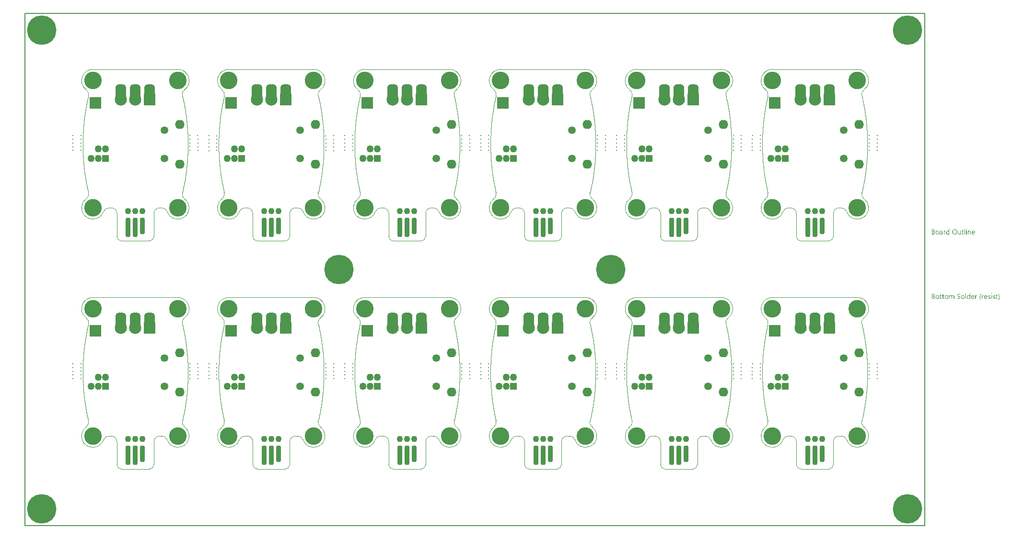
<source format=gbs>
G04*
G04 #@! TF.GenerationSoftware,Altium Limited,Altium Designer,21.9.2 (33)*
G04*
G04 Layer_Color=16711935*
%FSAX25Y25*%
%MOIN*%
G70*
G04*
G04 #@! TF.SameCoordinates,476D7ECA-494C-4FA8-9E70-EA0A9B0123F1*
G04*
G04*
G04 #@! TF.FilePolarity,Negative*
G04*
G01*
G75*
G04:AMPARAMS|DCode=18|XSize=74.8mil|YSize=116.14mil|CornerRadius=29.17mil|HoleSize=0mil|Usage=FLASHONLY|Rotation=0.000|XOffset=0mil|YOffset=0mil|HoleType=Round|Shape=RoundedRectangle|*
%AMROUNDEDRECTD18*
21,1,0.07480,0.05780,0,0,0.0*
21,1,0.01646,0.11614,0,0,0.0*
1,1,0.05835,0.00823,-0.02890*
1,1,0.05835,-0.00823,-0.02890*
1,1,0.05835,-0.00823,0.02890*
1,1,0.05835,0.00823,0.02890*
%
%ADD18ROUNDEDRECTD18*%
%ADD40C,0.00787*%
%ADD41C,0.00394*%
G04:AMPARAMS|DCode=50|XSize=35.43mil|YSize=135.83mil|CornerRadius=13.82mil|HoleSize=0mil|Usage=FLASHONLY|Rotation=180.000|XOffset=0mil|YOffset=0mil|HoleType=Round|Shape=RoundedRectangle|*
%AMROUNDEDRECTD50*
21,1,0.03543,0.10819,0,0,180.0*
21,1,0.00780,0.13583,0,0,180.0*
1,1,0.02764,-0.00390,0.05409*
1,1,0.02764,0.00390,0.05409*
1,1,0.02764,0.00390,-0.05409*
1,1,0.02764,-0.00390,-0.05409*
%
%ADD50ROUNDEDRECTD50*%
G04:AMPARAMS|DCode=51|XSize=35.43mil|YSize=116.14mil|CornerRadius=13.82mil|HoleSize=0mil|Usage=FLASHONLY|Rotation=180.000|XOffset=0mil|YOffset=0mil|HoleType=Round|Shape=RoundedRectangle|*
%AMROUNDEDRECTD51*
21,1,0.03543,0.08850,0,0,180.0*
21,1,0.00780,0.11614,0,0,180.0*
1,1,0.02764,-0.00390,0.04425*
1,1,0.02764,0.00390,0.04425*
1,1,0.02764,0.00390,-0.04425*
1,1,0.02764,-0.00390,-0.04425*
%
%ADD51ROUNDEDRECTD51*%
%ADD53C,0.04331*%
%ADD80C,0.00800*%
%ADD81C,0.20485*%
%ADD82C,0.04961*%
%ADD83R,0.04961X0.04961*%
%ADD84C,0.05315*%
%ADD85O,0.06693X0.06299*%
%ADD86R,0.08465X0.08465*%
%ADD87C,0.08465*%
%ADD88C,0.00591*%
%ADD89C,0.12205*%
G36*
X0635036Y0186791D02*
X0635061D01*
X0635116Y0186766D01*
X0635147Y0186748D01*
X0635178Y0186723D01*
X0635184Y0186717D01*
X0635191Y0186711D01*
X0635222Y0186673D01*
X0635246Y0186612D01*
X0635253Y0186574D01*
X0635259Y0186537D01*
Y0186531D01*
Y0186519D01*
X0635253Y0186500D01*
X0635246Y0186475D01*
X0635228Y0186414D01*
X0635203Y0186382D01*
X0635178Y0186352D01*
X0635172D01*
X0635166Y0186339D01*
X0635129Y0186314D01*
X0635073Y0186290D01*
X0635036Y0186284D01*
X0634999Y0186277D01*
X0634980D01*
X0634962Y0186284D01*
X0634937D01*
X0634875Y0186308D01*
X0634844Y0186321D01*
X0634813Y0186345D01*
Y0186352D01*
X0634801Y0186358D01*
X0634788Y0186376D01*
X0634776Y0186395D01*
X0634751Y0186457D01*
X0634745Y0186494D01*
X0634739Y0186537D01*
Y0186544D01*
Y0186556D01*
X0634745Y0186574D01*
X0634751Y0186605D01*
X0634770Y0186661D01*
X0634788Y0186692D01*
X0634813Y0186723D01*
X0634819Y0186729D01*
X0634825Y0186735D01*
X0634863Y0186760D01*
X0634924Y0186785D01*
X0634962Y0186797D01*
X0635017D01*
X0635036Y0186791D01*
D02*
G37*
G36*
X0623046Y0183127D02*
X0622644D01*
Y0183547D01*
X0622631D01*
Y0183541D01*
X0622619Y0183529D01*
X0622600Y0183504D01*
X0622582Y0183473D01*
X0622551Y0183436D01*
X0622513Y0183399D01*
X0622470Y0183356D01*
X0622421Y0183312D01*
X0622365Y0183263D01*
X0622297Y0183219D01*
X0622229Y0183182D01*
X0622148Y0183145D01*
X0622068Y0183114D01*
X0621975Y0183089D01*
X0621876Y0183077D01*
X0621771Y0183071D01*
X0621727D01*
X0621690Y0183077D01*
X0621653Y0183083D01*
X0621603Y0183089D01*
X0621498Y0183114D01*
X0621375Y0183151D01*
X0621251Y0183213D01*
X0621183Y0183250D01*
X0621127Y0183294D01*
X0621065Y0183349D01*
X0621009Y0183405D01*
Y0183411D01*
X0620997Y0183424D01*
X0620985Y0183442D01*
X0620966Y0183467D01*
X0620947Y0183498D01*
X0620923Y0183541D01*
X0620898Y0183591D01*
X0620873Y0183647D01*
X0620842Y0183708D01*
X0620817Y0183776D01*
X0620793Y0183851D01*
X0620774Y0183931D01*
X0620755Y0184018D01*
X0620743Y0184117D01*
X0620737Y0184216D01*
X0620731Y0184321D01*
Y0184327D01*
Y0184346D01*
Y0184383D01*
X0620737Y0184426D01*
X0620743Y0184476D01*
X0620749Y0184538D01*
X0620755Y0184606D01*
X0620768Y0184680D01*
X0620805Y0184841D01*
X0620861Y0185008D01*
X0620898Y0185089D01*
X0620941Y0185169D01*
X0620985Y0185244D01*
X0621040Y0185318D01*
X0621046Y0185324D01*
X0621053Y0185336D01*
X0621071Y0185355D01*
X0621096Y0185380D01*
X0621127Y0185405D01*
X0621170Y0185435D01*
X0621214Y0185473D01*
X0621263Y0185510D01*
X0621387Y0185578D01*
X0621529Y0185640D01*
X0621610Y0185658D01*
X0621696Y0185677D01*
X0621783Y0185689D01*
X0621882Y0185695D01*
X0621932D01*
X0621969Y0185689D01*
X0622006Y0185683D01*
X0622055Y0185677D01*
X0622167Y0185646D01*
X0622291Y0185596D01*
X0622353Y0185565D01*
X0622414Y0185522D01*
X0622476Y0185479D01*
X0622532Y0185423D01*
X0622582Y0185361D01*
X0622631Y0185287D01*
X0622644D01*
Y0186847D01*
X0623046D01*
Y0183127D01*
D02*
G37*
G36*
X0637314Y0185689D02*
X0637388Y0185683D01*
X0637481Y0185664D01*
X0637580Y0185634D01*
X0637685Y0185584D01*
X0637790Y0185516D01*
X0637834Y0185479D01*
X0637877Y0185429D01*
X0637889Y0185417D01*
X0637914Y0185380D01*
X0637945Y0185318D01*
X0637989Y0185231D01*
X0638026Y0185126D01*
X0638063Y0184996D01*
X0638088Y0184841D01*
X0638094Y0184662D01*
Y0183127D01*
X0637691D01*
Y0184556D01*
Y0184563D01*
Y0184594D01*
X0637685Y0184631D01*
Y0184680D01*
X0637673Y0184742D01*
X0637660Y0184810D01*
X0637642Y0184885D01*
X0637617Y0184959D01*
X0637586Y0185033D01*
X0637549Y0185101D01*
X0637500Y0185169D01*
X0637444Y0185231D01*
X0637382Y0185281D01*
X0637301Y0185318D01*
X0637215Y0185349D01*
X0637110Y0185355D01*
X0637097D01*
X0637060Y0185349D01*
X0637004Y0185343D01*
X0636936Y0185324D01*
X0636856Y0185299D01*
X0636769Y0185256D01*
X0636689Y0185200D01*
X0636608Y0185126D01*
X0636602Y0185114D01*
X0636577Y0185089D01*
X0636546Y0185039D01*
X0636509Y0184971D01*
X0636472Y0184891D01*
X0636441Y0184792D01*
X0636416Y0184680D01*
X0636410Y0184556D01*
Y0183127D01*
X0636008D01*
Y0185640D01*
X0636410D01*
Y0185219D01*
X0636422D01*
X0636429Y0185225D01*
X0636435Y0185237D01*
X0636453Y0185262D01*
X0636478Y0185293D01*
X0636503Y0185330D01*
X0636540Y0185367D01*
X0636583Y0185411D01*
X0636633Y0185460D01*
X0636689Y0185503D01*
X0636751Y0185547D01*
X0636819Y0185584D01*
X0636893Y0185621D01*
X0636967Y0185652D01*
X0637054Y0185677D01*
X0637147Y0185689D01*
X0637246Y0185695D01*
X0637283D01*
X0637314Y0185689D01*
D02*
G37*
G36*
X0620316Y0185677D02*
X0620390Y0185671D01*
X0620434Y0185658D01*
X0620465Y0185646D01*
Y0185231D01*
X0620458Y0185237D01*
X0620446Y0185244D01*
X0620421Y0185256D01*
X0620390Y0185275D01*
X0620347Y0185287D01*
X0620291Y0185299D01*
X0620229Y0185306D01*
X0620161Y0185312D01*
X0620149D01*
X0620118Y0185306D01*
X0620068Y0185299D01*
X0620013Y0185281D01*
X0619938Y0185250D01*
X0619870Y0185206D01*
X0619796Y0185144D01*
X0619728Y0185064D01*
X0619722Y0185052D01*
X0619703Y0185021D01*
X0619672Y0184965D01*
X0619641Y0184891D01*
X0619610Y0184798D01*
X0619579Y0184680D01*
X0619561Y0184550D01*
X0619555Y0184402D01*
Y0183127D01*
X0619152D01*
Y0185640D01*
X0619555D01*
Y0185120D01*
X0619567D01*
Y0185126D01*
X0619573Y0185132D01*
X0619586Y0185163D01*
X0619604Y0185213D01*
X0619635Y0185275D01*
X0619666Y0185336D01*
X0619716Y0185405D01*
X0619765Y0185473D01*
X0619827Y0185535D01*
X0619833Y0185541D01*
X0619858Y0185559D01*
X0619895Y0185584D01*
X0619945Y0185609D01*
X0620000Y0185634D01*
X0620068Y0185658D01*
X0620143Y0185677D01*
X0620223Y0185683D01*
X0620279D01*
X0620316Y0185677D01*
D02*
G37*
G36*
X0631056Y0183127D02*
X0630653D01*
Y0183523D01*
X0630641D01*
Y0183517D01*
X0630629Y0183504D01*
X0630616Y0183479D01*
X0630591Y0183455D01*
X0630536Y0183380D01*
X0630449Y0183300D01*
X0630400Y0183257D01*
X0630344Y0183213D01*
X0630282Y0183176D01*
X0630208Y0183139D01*
X0630133Y0183114D01*
X0630053Y0183089D01*
X0629960Y0183077D01*
X0629867Y0183071D01*
X0629830D01*
X0629787Y0183077D01*
X0629725Y0183089D01*
X0629657Y0183102D01*
X0629583Y0183127D01*
X0629502Y0183158D01*
X0629422Y0183207D01*
X0629335Y0183263D01*
X0629254Y0183331D01*
X0629180Y0183417D01*
X0629112Y0183523D01*
X0629050Y0183640D01*
X0629007Y0183783D01*
X0628982Y0183950D01*
X0628970Y0184037D01*
Y0184135D01*
Y0185640D01*
X0629366D01*
Y0184197D01*
Y0184191D01*
Y0184167D01*
X0629372Y0184123D01*
X0629378Y0184074D01*
X0629384Y0184012D01*
X0629397Y0183950D01*
X0629415Y0183876D01*
X0629440Y0183801D01*
X0629477Y0183727D01*
X0629514Y0183659D01*
X0629564Y0183591D01*
X0629626Y0183529D01*
X0629694Y0183479D01*
X0629774Y0183442D01*
X0629873Y0183411D01*
X0629979Y0183405D01*
X0629991D01*
X0630028Y0183411D01*
X0630084Y0183417D01*
X0630146Y0183430D01*
X0630226Y0183461D01*
X0630307Y0183498D01*
X0630387Y0183547D01*
X0630461Y0183622D01*
X0630468Y0183634D01*
X0630492Y0183659D01*
X0630523Y0183708D01*
X0630560Y0183776D01*
X0630591Y0183857D01*
X0630622Y0183956D01*
X0630647Y0184067D01*
X0630653Y0184191D01*
Y0185640D01*
X0631056D01*
Y0183127D01*
D02*
G37*
G36*
X0635191D02*
X0634788D01*
Y0185640D01*
X0635191D01*
Y0183127D01*
D02*
G37*
G36*
X0633971D02*
X0633569D01*
Y0186847D01*
X0633971D01*
Y0183127D01*
D02*
G37*
G36*
X0617592Y0185689D02*
X0617648Y0185683D01*
X0617716Y0185664D01*
X0617791Y0185646D01*
X0617871Y0185615D01*
X0617958Y0185578D01*
X0618038Y0185528D01*
X0618119Y0185466D01*
X0618193Y0185392D01*
X0618261Y0185299D01*
X0618317Y0185194D01*
X0618360Y0185070D01*
X0618385Y0184928D01*
X0618397Y0184761D01*
Y0183127D01*
X0617995D01*
Y0183517D01*
X0617982D01*
Y0183510D01*
X0617970Y0183498D01*
X0617958Y0183473D01*
X0617933Y0183449D01*
X0617871Y0183374D01*
X0617791Y0183294D01*
X0617679Y0183213D01*
X0617549Y0183139D01*
X0617469Y0183114D01*
X0617388Y0183089D01*
X0617302Y0183077D01*
X0617209Y0183071D01*
X0617171D01*
X0617147Y0183077D01*
X0617079Y0183083D01*
X0616998Y0183096D01*
X0616899Y0183120D01*
X0616806Y0183151D01*
X0616707Y0183201D01*
X0616621Y0183263D01*
X0616614Y0183275D01*
X0616590Y0183300D01*
X0616552Y0183343D01*
X0616515Y0183405D01*
X0616478Y0183479D01*
X0616441Y0183566D01*
X0616416Y0183671D01*
X0616410Y0183789D01*
Y0183795D01*
Y0183820D01*
X0616416Y0183857D01*
X0616423Y0183900D01*
X0616435Y0183956D01*
X0616454Y0184018D01*
X0616478Y0184086D01*
X0616515Y0184154D01*
X0616559Y0184228D01*
X0616614Y0184303D01*
X0616682Y0184371D01*
X0616763Y0184433D01*
X0616856Y0184495D01*
X0616967Y0184544D01*
X0617091Y0184581D01*
X0617240Y0184612D01*
X0617995Y0184717D01*
Y0184724D01*
Y0184742D01*
X0617989Y0184779D01*
Y0184817D01*
X0617976Y0184866D01*
X0617970Y0184922D01*
X0617933Y0185039D01*
X0617902Y0185095D01*
X0617871Y0185151D01*
X0617828Y0185206D01*
X0617778Y0185256D01*
X0617716Y0185299D01*
X0617648Y0185330D01*
X0617568Y0185349D01*
X0617475Y0185355D01*
X0617431D01*
X0617401Y0185349D01*
X0617357D01*
X0617314Y0185336D01*
X0617203Y0185318D01*
X0617079Y0185281D01*
X0616943Y0185225D01*
X0616868Y0185188D01*
X0616800Y0185151D01*
X0616726Y0185101D01*
X0616658Y0185046D01*
Y0185460D01*
X0616664D01*
X0616676Y0185473D01*
X0616695Y0185485D01*
X0616726Y0185497D01*
X0616757Y0185516D01*
X0616800Y0185535D01*
X0616850Y0185553D01*
X0616905Y0185578D01*
X0617029Y0185621D01*
X0617178Y0185658D01*
X0617339Y0185683D01*
X0617512Y0185695D01*
X0617549D01*
X0617592Y0185689D01*
D02*
G37*
G36*
X0611904Y0186636D02*
X0611947D01*
X0611990Y0186630D01*
X0612089Y0186618D01*
X0612207Y0186587D01*
X0612331Y0186550D01*
X0612449Y0186494D01*
X0612554Y0186420D01*
X0612560D01*
X0612566Y0186407D01*
X0612597Y0186382D01*
X0612640Y0186333D01*
X0612690Y0186265D01*
X0612733Y0186178D01*
X0612777Y0186079D01*
X0612808Y0185968D01*
X0612820Y0185906D01*
Y0185838D01*
Y0185832D01*
Y0185825D01*
Y0185788D01*
X0612814Y0185733D01*
X0612801Y0185664D01*
X0612783Y0185578D01*
X0612752Y0185491D01*
X0612715Y0185405D01*
X0612659Y0185318D01*
X0612653Y0185306D01*
X0612628Y0185281D01*
X0612591Y0185244D01*
X0612541Y0185194D01*
X0612479Y0185144D01*
X0612405Y0185089D01*
X0612312Y0185046D01*
X0612213Y0185002D01*
Y0184996D01*
X0612232D01*
X0612251Y0184990D01*
X0612269Y0184984D01*
X0612337Y0184971D01*
X0612418Y0184946D01*
X0612504Y0184909D01*
X0612597Y0184866D01*
X0612690Y0184804D01*
X0612777Y0184724D01*
X0612789Y0184711D01*
X0612814Y0184680D01*
X0612845Y0184637D01*
X0612888Y0184569D01*
X0612925Y0184482D01*
X0612962Y0184383D01*
X0612987Y0184265D01*
X0612993Y0184135D01*
Y0184129D01*
Y0184117D01*
Y0184092D01*
X0612987Y0184061D01*
X0612981Y0184024D01*
X0612975Y0183981D01*
X0612950Y0183876D01*
X0612913Y0183758D01*
X0612857Y0183634D01*
X0612820Y0183578D01*
X0612777Y0183517D01*
X0612721Y0183461D01*
X0612665Y0183405D01*
X0612659D01*
X0612653Y0183393D01*
X0612634Y0183380D01*
X0612609Y0183362D01*
X0612578Y0183343D01*
X0612535Y0183318D01*
X0612442Y0183269D01*
X0612325Y0183213D01*
X0612189Y0183170D01*
X0612028Y0183139D01*
X0611947Y0183133D01*
X0611854Y0183127D01*
X0610827D01*
Y0186643D01*
X0611873D01*
X0611904Y0186636D01*
D02*
G37*
G36*
X0632399Y0185640D02*
X0633037D01*
Y0185293D01*
X0632399D01*
Y0183876D01*
Y0183863D01*
Y0183832D01*
X0632405Y0183789D01*
X0632411Y0183733D01*
X0632436Y0183616D01*
X0632455Y0183560D01*
X0632486Y0183517D01*
X0632492Y0183510D01*
X0632504Y0183498D01*
X0632523Y0183486D01*
X0632554Y0183467D01*
X0632591Y0183442D01*
X0632640Y0183430D01*
X0632702Y0183417D01*
X0632770Y0183411D01*
X0632795D01*
X0632826Y0183417D01*
X0632863Y0183424D01*
X0632950Y0183449D01*
X0632993Y0183467D01*
X0633037Y0183492D01*
Y0183145D01*
X0633030D01*
X0633012Y0183133D01*
X0632981Y0183127D01*
X0632937Y0183114D01*
X0632882Y0183102D01*
X0632820Y0183089D01*
X0632746Y0183083D01*
X0632659Y0183077D01*
X0632628D01*
X0632597Y0183083D01*
X0632554Y0183089D01*
X0632504Y0183102D01*
X0632448Y0183114D01*
X0632393Y0183139D01*
X0632331Y0183170D01*
X0632269Y0183207D01*
X0632207Y0183257D01*
X0632151Y0183312D01*
X0632102Y0183387D01*
X0632058Y0183467D01*
X0632027Y0183566D01*
X0632003Y0183677D01*
X0631997Y0183808D01*
Y0185293D01*
X0631569D01*
Y0185640D01*
X0631997D01*
Y0186252D01*
X0632399Y0186382D01*
Y0185640D01*
D02*
G37*
G36*
X0639926Y0185689D02*
X0639969Y0185683D01*
X0640013Y0185677D01*
X0640124Y0185658D01*
X0640248Y0185615D01*
X0640372Y0185559D01*
X0640434Y0185522D01*
X0640495Y0185479D01*
X0640551Y0185429D01*
X0640607Y0185374D01*
X0640613Y0185367D01*
X0640619Y0185361D01*
X0640632Y0185343D01*
X0640650Y0185318D01*
X0640669Y0185281D01*
X0640694Y0185244D01*
X0640718Y0185200D01*
X0640743Y0185144D01*
X0640768Y0185083D01*
X0640793Y0185021D01*
X0640817Y0184946D01*
X0640836Y0184866D01*
X0640854Y0184779D01*
X0640867Y0184693D01*
X0640879Y0184594D01*
Y0184488D01*
Y0184278D01*
X0639103D01*
Y0184272D01*
Y0184259D01*
Y0184241D01*
X0639109Y0184210D01*
X0639115Y0184173D01*
Y0184135D01*
X0639134Y0184037D01*
X0639165Y0183938D01*
X0639202Y0183826D01*
X0639257Y0183721D01*
X0639326Y0183628D01*
X0639338Y0183616D01*
X0639363Y0183591D01*
X0639412Y0183560D01*
X0639480Y0183517D01*
X0639567Y0183473D01*
X0639666Y0183442D01*
X0639784Y0183417D01*
X0639920Y0183405D01*
X0639963D01*
X0639994Y0183411D01*
X0640031D01*
X0640074Y0183417D01*
X0640180Y0183442D01*
X0640297Y0183473D01*
X0640427Y0183523D01*
X0640563Y0183591D01*
X0640632Y0183634D01*
X0640700Y0183684D01*
Y0183306D01*
X0640694D01*
X0640687Y0183294D01*
X0640669Y0183288D01*
X0640638Y0183269D01*
X0640607Y0183250D01*
X0640570Y0183232D01*
X0640520Y0183213D01*
X0640471Y0183188D01*
X0640409Y0183164D01*
X0640341Y0183145D01*
X0640192Y0183108D01*
X0640019Y0183083D01*
X0639827Y0183071D01*
X0639777D01*
X0639740Y0183077D01*
X0639697Y0183083D01*
X0639641Y0183089D01*
X0639524Y0183114D01*
X0639387Y0183151D01*
X0639251Y0183213D01*
X0639183Y0183257D01*
X0639115Y0183300D01*
X0639053Y0183349D01*
X0638991Y0183411D01*
X0638985Y0183417D01*
X0638979Y0183430D01*
X0638967Y0183449D01*
X0638942Y0183473D01*
X0638923Y0183510D01*
X0638898Y0183554D01*
X0638868Y0183603D01*
X0638843Y0183659D01*
X0638812Y0183721D01*
X0638787Y0183795D01*
X0638756Y0183876D01*
X0638737Y0183962D01*
X0638719Y0184055D01*
X0638700Y0184154D01*
X0638694Y0184259D01*
X0638688Y0184371D01*
Y0184377D01*
Y0184396D01*
Y0184426D01*
X0638694Y0184470D01*
X0638700Y0184519D01*
X0638706Y0184575D01*
X0638713Y0184643D01*
X0638731Y0184711D01*
X0638768Y0184860D01*
X0638824Y0185021D01*
X0638861Y0185101D01*
X0638911Y0185176D01*
X0638960Y0185256D01*
X0639016Y0185324D01*
X0639022Y0185330D01*
X0639035Y0185343D01*
X0639053Y0185361D01*
X0639078Y0185380D01*
X0639109Y0185411D01*
X0639146Y0185442D01*
X0639195Y0185473D01*
X0639245Y0185510D01*
X0639363Y0185578D01*
X0639505Y0185640D01*
X0639585Y0185658D01*
X0639666Y0185677D01*
X0639753Y0185689D01*
X0639846Y0185695D01*
X0639895D01*
X0639926Y0185689D01*
D02*
G37*
G36*
X0626884Y0186698D02*
X0626945Y0186692D01*
X0627020Y0186680D01*
X0627100Y0186661D01*
X0627187Y0186643D01*
X0627274Y0186618D01*
X0627373Y0186587D01*
X0627465Y0186544D01*
X0627564Y0186494D01*
X0627664Y0186438D01*
X0627756Y0186370D01*
X0627849Y0186296D01*
X0627936Y0186209D01*
X0627942Y0186203D01*
X0627954Y0186184D01*
X0627979Y0186160D01*
X0628004Y0186123D01*
X0628041Y0186073D01*
X0628078Y0186011D01*
X0628115Y0185943D01*
X0628159Y0185869D01*
X0628202Y0185776D01*
X0628239Y0185683D01*
X0628276Y0185578D01*
X0628313Y0185460D01*
X0628338Y0185343D01*
X0628363Y0185213D01*
X0628375Y0185070D01*
X0628382Y0184928D01*
Y0184915D01*
Y0184891D01*
Y0184847D01*
X0628375Y0184785D01*
X0628369Y0184711D01*
X0628357Y0184631D01*
X0628344Y0184538D01*
X0628326Y0184433D01*
X0628301Y0184327D01*
X0628270Y0184216D01*
X0628233Y0184105D01*
X0628190Y0183993D01*
X0628134Y0183876D01*
X0628072Y0183770D01*
X0628004Y0183665D01*
X0627923Y0183566D01*
X0627917Y0183560D01*
X0627905Y0183547D01*
X0627874Y0183523D01*
X0627843Y0183492D01*
X0627794Y0183449D01*
X0627738Y0183411D01*
X0627676Y0183362D01*
X0627602Y0183318D01*
X0627521Y0183275D01*
X0627428Y0183226D01*
X0627329Y0183188D01*
X0627218Y0183151D01*
X0627100Y0183114D01*
X0626976Y0183089D01*
X0626847Y0183077D01*
X0626704Y0183071D01*
X0626673D01*
X0626630Y0183077D01*
X0626580D01*
X0626518Y0183083D01*
X0626444Y0183096D01*
X0626364Y0183114D01*
X0626271Y0183133D01*
X0626178Y0183158D01*
X0626079Y0183188D01*
X0625980Y0183232D01*
X0625881Y0183275D01*
X0625782Y0183331D01*
X0625683Y0183399D01*
X0625590Y0183473D01*
X0625503Y0183560D01*
X0625497Y0183566D01*
X0625485Y0183585D01*
X0625460Y0183609D01*
X0625435Y0183647D01*
X0625398Y0183696D01*
X0625361Y0183758D01*
X0625324Y0183826D01*
X0625280Y0183906D01*
X0625237Y0183993D01*
X0625200Y0184086D01*
X0625163Y0184191D01*
X0625126Y0184309D01*
X0625101Y0184426D01*
X0625076Y0184556D01*
X0625064Y0184699D01*
X0625058Y0184841D01*
Y0184854D01*
Y0184878D01*
X0625064Y0184922D01*
Y0184984D01*
X0625070Y0185052D01*
X0625082Y0185138D01*
X0625095Y0185231D01*
X0625113Y0185330D01*
X0625138Y0185435D01*
X0625169Y0185547D01*
X0625206Y0185658D01*
X0625249Y0185770D01*
X0625305Y0185881D01*
X0625367Y0185993D01*
X0625435Y0186098D01*
X0625516Y0186197D01*
X0625522Y0186203D01*
X0625534Y0186222D01*
X0625565Y0186246D01*
X0625602Y0186277D01*
X0625646Y0186314D01*
X0625701Y0186358D01*
X0625769Y0186401D01*
X0625844Y0186451D01*
X0625930Y0186500D01*
X0626023Y0186544D01*
X0626122Y0186587D01*
X0626234Y0186624D01*
X0626358Y0186655D01*
X0626487Y0186686D01*
X0626624Y0186698D01*
X0626766Y0186704D01*
X0626834D01*
X0626884Y0186698D01*
D02*
G37*
G36*
X0614856Y0185689D02*
X0614900Y0185683D01*
X0614956Y0185677D01*
X0615079Y0185652D01*
X0615222Y0185609D01*
X0615364Y0185547D01*
X0615438Y0185510D01*
X0615506Y0185466D01*
X0615575Y0185411D01*
X0615636Y0185349D01*
X0615643Y0185343D01*
X0615649Y0185330D01*
X0615667Y0185312D01*
X0615686Y0185287D01*
X0615711Y0185250D01*
X0615735Y0185206D01*
X0615766Y0185157D01*
X0615797Y0185101D01*
X0615822Y0185033D01*
X0615853Y0184965D01*
X0615878Y0184885D01*
X0615903Y0184798D01*
X0615921Y0184705D01*
X0615940Y0184606D01*
X0615946Y0184501D01*
X0615952Y0184389D01*
Y0184383D01*
Y0184365D01*
Y0184334D01*
X0615946Y0184290D01*
X0615940Y0184241D01*
X0615934Y0184179D01*
X0615921Y0184117D01*
X0615909Y0184043D01*
X0615872Y0183894D01*
X0615810Y0183733D01*
X0615773Y0183653D01*
X0615723Y0183572D01*
X0615673Y0183498D01*
X0615612Y0183430D01*
X0615605Y0183424D01*
X0615593Y0183417D01*
X0615575Y0183399D01*
X0615550Y0183374D01*
X0615513Y0183349D01*
X0615476Y0183318D01*
X0615426Y0183281D01*
X0615370Y0183250D01*
X0615308Y0183219D01*
X0615240Y0183182D01*
X0615166Y0183151D01*
X0615086Y0183127D01*
X0614999Y0183102D01*
X0614906Y0183089D01*
X0614807Y0183077D01*
X0614702Y0183071D01*
X0614646D01*
X0614609Y0183077D01*
X0614566Y0183083D01*
X0614510Y0183089D01*
X0614448Y0183102D01*
X0614380Y0183114D01*
X0614237Y0183158D01*
X0614089Y0183219D01*
X0614015Y0183257D01*
X0613946Y0183306D01*
X0613878Y0183356D01*
X0613810Y0183417D01*
X0613804Y0183424D01*
X0613798Y0183436D01*
X0613779Y0183455D01*
X0613761Y0183479D01*
X0613736Y0183517D01*
X0613705Y0183560D01*
X0613674Y0183609D01*
X0613649Y0183665D01*
X0613619Y0183733D01*
X0613588Y0183801D01*
X0613556Y0183876D01*
X0613532Y0183962D01*
X0613495Y0184148D01*
X0613488Y0184247D01*
X0613482Y0184352D01*
Y0184358D01*
Y0184383D01*
Y0184414D01*
X0613488Y0184457D01*
X0613495Y0184507D01*
X0613501Y0184569D01*
X0613513Y0184637D01*
X0613526Y0184711D01*
X0613563Y0184872D01*
X0613625Y0185033D01*
X0613668Y0185114D01*
X0613711Y0185194D01*
X0613761Y0185268D01*
X0613823Y0185336D01*
X0613829Y0185343D01*
X0613841Y0185355D01*
X0613860Y0185367D01*
X0613885Y0185392D01*
X0613922Y0185417D01*
X0613965Y0185448D01*
X0614015Y0185485D01*
X0614070Y0185516D01*
X0614132Y0185547D01*
X0614207Y0185584D01*
X0614281Y0185615D01*
X0614367Y0185640D01*
X0614454Y0185664D01*
X0614553Y0185683D01*
X0614658Y0185689D01*
X0614764Y0185695D01*
X0614819D01*
X0614856Y0185689D01*
D02*
G37*
G36*
X0652467Y0141865D02*
X0652492D01*
X0652547Y0141840D01*
X0652578Y0141821D01*
X0652609Y0141797D01*
X0652615Y0141790D01*
X0652622Y0141784D01*
X0652653Y0141747D01*
X0652677Y0141685D01*
X0652683Y0141648D01*
X0652690Y0141611D01*
Y0141605D01*
Y0141592D01*
X0652683Y0141574D01*
X0652677Y0141549D01*
X0652659Y0141487D01*
X0652634Y0141456D01*
X0652609Y0141425D01*
X0652603D01*
X0652597Y0141413D01*
X0652560Y0141388D01*
X0652504Y0141363D01*
X0652467Y0141357D01*
X0652430Y0141351D01*
X0652411D01*
X0652393Y0141357D01*
X0652368D01*
X0652306Y0141382D01*
X0652275Y0141394D01*
X0652244Y0141419D01*
Y0141425D01*
X0652232Y0141431D01*
X0652219Y0141450D01*
X0652207Y0141468D01*
X0652182Y0141530D01*
X0652176Y0141567D01*
X0652170Y0141611D01*
Y0141617D01*
Y0141629D01*
X0652176Y0141648D01*
X0652182Y0141679D01*
X0652201Y0141735D01*
X0652219Y0141765D01*
X0652244Y0141797D01*
X0652250Y0141803D01*
X0652256Y0141809D01*
X0652294Y0141834D01*
X0652355Y0141858D01*
X0652393Y0141871D01*
X0652448D01*
X0652467Y0141865D01*
D02*
G37*
G36*
X0629898Y0141772D02*
X0629948D01*
X0630059Y0141759D01*
X0630183Y0141747D01*
X0630307Y0141722D01*
X0630424Y0141691D01*
X0630474Y0141673D01*
X0630523Y0141648D01*
Y0141184D01*
X0630517D01*
X0630511Y0141196D01*
X0630492Y0141202D01*
X0630468Y0141221D01*
X0630437Y0141233D01*
X0630400Y0141252D01*
X0630307Y0141295D01*
X0630195Y0141332D01*
X0630059Y0141369D01*
X0629898Y0141394D01*
X0629725Y0141400D01*
X0629675D01*
X0629638Y0141394D01*
X0629601D01*
X0629552Y0141388D01*
X0629453Y0141369D01*
X0629446D01*
X0629428Y0141363D01*
X0629403Y0141357D01*
X0629372Y0141351D01*
X0629298Y0141320D01*
X0629211Y0141283D01*
X0629205D01*
X0629192Y0141270D01*
X0629174Y0141258D01*
X0629149Y0141239D01*
X0629094Y0141184D01*
X0629038Y0141116D01*
Y0141109D01*
X0629025Y0141097D01*
X0629019Y0141078D01*
X0629007Y0141048D01*
X0628994Y0141010D01*
X0628988Y0140973D01*
X0628976Y0140874D01*
Y0140868D01*
Y0140849D01*
Y0140825D01*
X0628982Y0140794D01*
X0628994Y0140719D01*
X0629025Y0140639D01*
Y0140633D01*
X0629038Y0140620D01*
X0629044Y0140602D01*
X0629063Y0140577D01*
X0629112Y0140521D01*
X0629174Y0140459D01*
X0629180Y0140453D01*
X0629192Y0140447D01*
X0629211Y0140428D01*
X0629242Y0140410D01*
X0629279Y0140385D01*
X0629316Y0140360D01*
X0629415Y0140298D01*
X0629422Y0140292D01*
X0629440Y0140286D01*
X0629471Y0140268D01*
X0629508Y0140249D01*
X0629558Y0140224D01*
X0629613Y0140199D01*
X0629737Y0140138D01*
X0629743Y0140131D01*
X0629768Y0140119D01*
X0629805Y0140100D01*
X0629855Y0140076D01*
X0629911Y0140051D01*
X0629972Y0140014D01*
X0630096Y0139939D01*
X0630102Y0139933D01*
X0630127Y0139921D01*
X0630158Y0139902D01*
X0630201Y0139871D01*
X0630294Y0139797D01*
X0630393Y0139710D01*
X0630400Y0139704D01*
X0630418Y0139692D01*
X0630437Y0139661D01*
X0630468Y0139630D01*
X0630499Y0139587D01*
X0630536Y0139543D01*
X0630598Y0139432D01*
X0630604Y0139426D01*
X0630610Y0139407D01*
X0630622Y0139376D01*
X0630635Y0139333D01*
X0630647Y0139283D01*
X0630659Y0139221D01*
X0630672Y0139160D01*
Y0139085D01*
Y0139073D01*
Y0139042D01*
X0630666Y0138992D01*
X0630659Y0138930D01*
X0630647Y0138862D01*
X0630629Y0138788D01*
X0630604Y0138714D01*
X0630567Y0138646D01*
X0630560Y0138640D01*
X0630548Y0138615D01*
X0630523Y0138584D01*
X0630499Y0138540D01*
X0630455Y0138497D01*
X0630412Y0138448D01*
X0630356Y0138398D01*
X0630294Y0138349D01*
X0630288Y0138342D01*
X0630263Y0138330D01*
X0630226Y0138312D01*
X0630177Y0138287D01*
X0630121Y0138262D01*
X0630053Y0138237D01*
X0629972Y0138213D01*
X0629892Y0138194D01*
X0629880D01*
X0629855Y0138188D01*
X0629811Y0138181D01*
X0629750Y0138169D01*
X0629681Y0138163D01*
X0629601Y0138151D01*
X0629514Y0138144D01*
X0629366D01*
X0629298Y0138151D01*
X0629211Y0138157D01*
X0629192D01*
X0629168Y0138163D01*
X0629137Y0138169D01*
X0629056Y0138175D01*
X0628964Y0138194D01*
X0628957D01*
X0628939Y0138200D01*
X0628914Y0138206D01*
X0628883Y0138213D01*
X0628809Y0138231D01*
X0628722Y0138256D01*
X0628716D01*
X0628703Y0138262D01*
X0628685Y0138268D01*
X0628660Y0138280D01*
X0628598Y0138305D01*
X0628536Y0138342D01*
Y0138825D01*
X0628543Y0138819D01*
X0628555Y0138813D01*
X0628567Y0138801D01*
X0628592Y0138782D01*
X0628660Y0138739D01*
X0628741Y0138689D01*
X0628747D01*
X0628759Y0138683D01*
X0628784Y0138671D01*
X0628815Y0138658D01*
X0628895Y0138621D01*
X0628982Y0138590D01*
X0628988D01*
X0629007Y0138584D01*
X0629032Y0138578D01*
X0629063Y0138572D01*
X0629149Y0138547D01*
X0629242Y0138528D01*
X0629267D01*
X0629291Y0138522D01*
X0629322D01*
X0629397Y0138516D01*
X0629483Y0138510D01*
X0629545D01*
X0629613Y0138516D01*
X0629700Y0138528D01*
X0629793Y0138540D01*
X0629886Y0138565D01*
X0629972Y0138602D01*
X0630053Y0138646D01*
X0630059Y0138652D01*
X0630084Y0138671D01*
X0630115Y0138708D01*
X0630146Y0138751D01*
X0630183Y0138807D01*
X0630208Y0138881D01*
X0630232Y0138961D01*
X0630239Y0139054D01*
Y0139060D01*
Y0139079D01*
Y0139104D01*
X0630232Y0139141D01*
X0630214Y0139221D01*
X0630177Y0139302D01*
Y0139308D01*
X0630164Y0139321D01*
X0630152Y0139339D01*
X0630133Y0139364D01*
X0630078Y0139426D01*
X0630003Y0139494D01*
X0629997Y0139500D01*
X0629985Y0139512D01*
X0629960Y0139525D01*
X0629929Y0139550D01*
X0629892Y0139574D01*
X0629849Y0139605D01*
X0629743Y0139661D01*
X0629737Y0139667D01*
X0629719Y0139673D01*
X0629688Y0139692D01*
X0629644Y0139710D01*
X0629601Y0139741D01*
X0629545Y0139766D01*
X0629415Y0139834D01*
X0629409Y0139840D01*
X0629384Y0139853D01*
X0629347Y0139871D01*
X0629304Y0139890D01*
X0629254Y0139921D01*
X0629199Y0139952D01*
X0629075Y0140020D01*
X0629069Y0140026D01*
X0629050Y0140039D01*
X0629019Y0140057D01*
X0628982Y0140082D01*
X0628889Y0140150D01*
X0628796Y0140230D01*
X0628790Y0140237D01*
X0628778Y0140249D01*
X0628753Y0140274D01*
X0628728Y0140305D01*
X0628697Y0140348D01*
X0628666Y0140391D01*
X0628611Y0140490D01*
Y0140497D01*
X0628598Y0140515D01*
X0628592Y0140546D01*
X0628580Y0140589D01*
X0628567Y0140639D01*
X0628555Y0140701D01*
X0628549Y0140763D01*
X0628543Y0140837D01*
Y0140849D01*
Y0140880D01*
X0628549Y0140924D01*
X0628555Y0140979D01*
X0628567Y0141048D01*
X0628586Y0141116D01*
X0628611Y0141184D01*
X0628648Y0141252D01*
X0628654Y0141258D01*
X0628666Y0141283D01*
X0628691Y0141314D01*
X0628722Y0141357D01*
X0628759Y0141400D01*
X0628809Y0141450D01*
X0628864Y0141499D01*
X0628926Y0141543D01*
X0628933Y0141549D01*
X0628957Y0141561D01*
X0628994Y0141586D01*
X0629038Y0141611D01*
X0629100Y0141636D01*
X0629162Y0141666D01*
X0629236Y0141691D01*
X0629316Y0141716D01*
X0629329D01*
X0629353Y0141728D01*
X0629397Y0141735D01*
X0629459Y0141747D01*
X0629527Y0141759D01*
X0629601Y0141765D01*
X0629768Y0141778D01*
X0629855D01*
X0629898Y0141772D01*
D02*
G37*
G36*
X0637630Y0138200D02*
X0637227D01*
Y0138621D01*
X0637215D01*
Y0138615D01*
X0637202Y0138602D01*
X0637184Y0138578D01*
X0637165Y0138547D01*
X0637134Y0138510D01*
X0637097Y0138472D01*
X0637054Y0138429D01*
X0637004Y0138386D01*
X0636949Y0138336D01*
X0636880Y0138293D01*
X0636812Y0138256D01*
X0636732Y0138219D01*
X0636651Y0138188D01*
X0636559Y0138163D01*
X0636460Y0138151D01*
X0636354Y0138144D01*
X0636311D01*
X0636274Y0138151D01*
X0636237Y0138157D01*
X0636187Y0138163D01*
X0636082Y0138188D01*
X0635958Y0138225D01*
X0635834Y0138287D01*
X0635766Y0138324D01*
X0635711Y0138367D01*
X0635649Y0138423D01*
X0635593Y0138479D01*
Y0138485D01*
X0635581Y0138497D01*
X0635568Y0138516D01*
X0635550Y0138540D01*
X0635531Y0138572D01*
X0635506Y0138615D01*
X0635482Y0138664D01*
X0635457Y0138720D01*
X0635426Y0138782D01*
X0635401Y0138850D01*
X0635376Y0138924D01*
X0635358Y0139005D01*
X0635339Y0139091D01*
X0635327Y0139190D01*
X0635321Y0139289D01*
X0635314Y0139395D01*
Y0139401D01*
Y0139419D01*
Y0139457D01*
X0635321Y0139500D01*
X0635327Y0139550D01*
X0635333Y0139611D01*
X0635339Y0139680D01*
X0635352Y0139754D01*
X0635389Y0139915D01*
X0635444Y0140082D01*
X0635482Y0140162D01*
X0635525Y0140243D01*
X0635568Y0140317D01*
X0635624Y0140391D01*
X0635630Y0140398D01*
X0635636Y0140410D01*
X0635655Y0140428D01*
X0635680Y0140453D01*
X0635711Y0140478D01*
X0635754Y0140509D01*
X0635797Y0140546D01*
X0635847Y0140583D01*
X0635970Y0140651D01*
X0636113Y0140713D01*
X0636193Y0140732D01*
X0636280Y0140750D01*
X0636367Y0140763D01*
X0636466Y0140769D01*
X0636515D01*
X0636552Y0140763D01*
X0636589Y0140756D01*
X0636639Y0140750D01*
X0636751Y0140719D01*
X0636874Y0140670D01*
X0636936Y0140639D01*
X0636998Y0140596D01*
X0637060Y0140552D01*
X0637116Y0140497D01*
X0637165Y0140435D01*
X0637215Y0140360D01*
X0637227D01*
Y0141920D01*
X0637630D01*
Y0138200D01*
D02*
G37*
G36*
X0654373Y0140763D02*
X0654454Y0140756D01*
X0654540Y0140744D01*
X0654640Y0140719D01*
X0654739Y0140695D01*
X0654838Y0140657D01*
Y0140249D01*
X0654825Y0140255D01*
X0654788Y0140280D01*
X0654732Y0140305D01*
X0654658Y0140342D01*
X0654565Y0140373D01*
X0654454Y0140404D01*
X0654330Y0140422D01*
X0654200Y0140428D01*
X0654132D01*
X0654070Y0140416D01*
X0653996Y0140404D01*
X0653990D01*
X0653983Y0140398D01*
X0653946Y0140385D01*
X0653897Y0140360D01*
X0653841Y0140329D01*
X0653829Y0140323D01*
X0653804Y0140298D01*
X0653773Y0140261D01*
X0653742Y0140218D01*
X0653736Y0140206D01*
X0653723Y0140175D01*
X0653711Y0140131D01*
X0653705Y0140076D01*
Y0140069D01*
Y0140057D01*
Y0140039D01*
X0653711Y0140020D01*
X0653723Y0139964D01*
X0653742Y0139909D01*
X0653748Y0139896D01*
X0653767Y0139871D01*
X0653804Y0139834D01*
X0653847Y0139791D01*
X0653853D01*
X0653860Y0139785D01*
X0653897Y0139760D01*
X0653946Y0139729D01*
X0654014Y0139698D01*
X0654021D01*
X0654033Y0139692D01*
X0654051Y0139686D01*
X0654082Y0139673D01*
X0654151Y0139648D01*
X0654237Y0139611D01*
X0654243D01*
X0654268Y0139599D01*
X0654299Y0139587D01*
X0654336Y0139574D01*
X0654435Y0139531D01*
X0654534Y0139481D01*
X0654540D01*
X0654559Y0139469D01*
X0654584Y0139457D01*
X0654615Y0139438D01*
X0654689Y0139389D01*
X0654763Y0139327D01*
X0654770Y0139321D01*
X0654782Y0139314D01*
X0654794Y0139296D01*
X0654819Y0139271D01*
X0654862Y0139209D01*
X0654906Y0139129D01*
Y0139122D01*
X0654912Y0139110D01*
X0654924Y0139085D01*
X0654930Y0139054D01*
X0654943Y0139017D01*
X0654949Y0138974D01*
X0654955Y0138869D01*
Y0138862D01*
Y0138838D01*
X0654949Y0138801D01*
X0654943Y0138757D01*
X0654937Y0138708D01*
X0654918Y0138652D01*
X0654900Y0138602D01*
X0654869Y0138547D01*
X0654862Y0138540D01*
X0654856Y0138522D01*
X0654838Y0138497D01*
X0654813Y0138466D01*
X0654782Y0138429D01*
X0654745Y0138392D01*
X0654652Y0138318D01*
X0654646Y0138312D01*
X0654627Y0138305D01*
X0654602Y0138287D01*
X0654559Y0138268D01*
X0654516Y0138243D01*
X0654460Y0138225D01*
X0654404Y0138206D01*
X0654336Y0138188D01*
X0654330D01*
X0654305Y0138181D01*
X0654268Y0138175D01*
X0654225Y0138169D01*
X0654163Y0138157D01*
X0654101Y0138151D01*
X0653959Y0138144D01*
X0653897D01*
X0653823Y0138151D01*
X0653730Y0138163D01*
X0653624Y0138181D01*
X0653513Y0138206D01*
X0653402Y0138237D01*
X0653290Y0138287D01*
Y0138720D01*
X0653296D01*
X0653302Y0138708D01*
X0653321Y0138695D01*
X0653346Y0138683D01*
X0653414Y0138646D01*
X0653507Y0138602D01*
X0653612Y0138553D01*
X0653736Y0138516D01*
X0653872Y0138491D01*
X0654014Y0138479D01*
X0654064D01*
X0654095Y0138485D01*
X0654181Y0138497D01*
X0654281Y0138522D01*
X0654373Y0138565D01*
X0654417Y0138596D01*
X0654460Y0138627D01*
X0654491Y0138671D01*
X0654516Y0138714D01*
X0654534Y0138770D01*
X0654540Y0138831D01*
Y0138838D01*
Y0138850D01*
Y0138869D01*
X0654534Y0138887D01*
X0654522Y0138943D01*
X0654497Y0138999D01*
Y0139005D01*
X0654491Y0139011D01*
X0654466Y0139042D01*
X0654429Y0139085D01*
X0654373Y0139122D01*
X0654367D01*
X0654361Y0139135D01*
X0654324Y0139153D01*
X0654268Y0139190D01*
X0654194Y0139221D01*
X0654188D01*
X0654175Y0139228D01*
X0654157Y0139240D01*
X0654126Y0139252D01*
X0654058Y0139277D01*
X0653971Y0139314D01*
X0653965D01*
X0653940Y0139327D01*
X0653909Y0139339D01*
X0653872Y0139351D01*
X0653773Y0139395D01*
X0653674Y0139444D01*
X0653668Y0139451D01*
X0653655Y0139457D01*
X0653631Y0139469D01*
X0653600Y0139488D01*
X0653532Y0139537D01*
X0653464Y0139593D01*
X0653457Y0139599D01*
X0653451Y0139605D01*
X0653433Y0139624D01*
X0653414Y0139648D01*
X0653371Y0139710D01*
X0653334Y0139785D01*
Y0139791D01*
X0653327Y0139803D01*
X0653321Y0139828D01*
X0653315Y0139859D01*
X0653309Y0139896D01*
X0653302Y0139939D01*
X0653296Y0140045D01*
Y0140051D01*
Y0140076D01*
X0653302Y0140107D01*
X0653309Y0140150D01*
X0653315Y0140199D01*
X0653334Y0140249D01*
X0653352Y0140305D01*
X0653377Y0140354D01*
X0653383Y0140360D01*
X0653389Y0140379D01*
X0653408Y0140404D01*
X0653433Y0140435D01*
X0653501Y0140509D01*
X0653587Y0140583D01*
X0653593Y0140589D01*
X0653612Y0140596D01*
X0653637Y0140614D01*
X0653680Y0140633D01*
X0653723Y0140657D01*
X0653773Y0140682D01*
X0653897Y0140719D01*
X0653903D01*
X0653928Y0140726D01*
X0653959Y0140738D01*
X0654008Y0140744D01*
X0654058Y0140756D01*
X0654120Y0140763D01*
X0654256Y0140769D01*
X0654312D01*
X0654373Y0140763D01*
D02*
G37*
G36*
X0651018D02*
X0651099Y0140756D01*
X0651186Y0140744D01*
X0651285Y0140719D01*
X0651384Y0140695D01*
X0651483Y0140657D01*
Y0140249D01*
X0651470Y0140255D01*
X0651433Y0140280D01*
X0651377Y0140305D01*
X0651303Y0140342D01*
X0651210Y0140373D01*
X0651099Y0140404D01*
X0650975Y0140422D01*
X0650845Y0140428D01*
X0650777D01*
X0650715Y0140416D01*
X0650641Y0140404D01*
X0650635D01*
X0650629Y0140398D01*
X0650591Y0140385D01*
X0650542Y0140360D01*
X0650486Y0140329D01*
X0650474Y0140323D01*
X0650449Y0140298D01*
X0650418Y0140261D01*
X0650387Y0140218D01*
X0650381Y0140206D01*
X0650368Y0140175D01*
X0650356Y0140131D01*
X0650350Y0140076D01*
Y0140069D01*
Y0140057D01*
Y0140039D01*
X0650356Y0140020D01*
X0650368Y0139964D01*
X0650387Y0139909D01*
X0650393Y0139896D01*
X0650412Y0139871D01*
X0650449Y0139834D01*
X0650492Y0139791D01*
X0650498D01*
X0650505Y0139785D01*
X0650542Y0139760D01*
X0650591Y0139729D01*
X0650659Y0139698D01*
X0650666D01*
X0650678Y0139692D01*
X0650697Y0139686D01*
X0650728Y0139673D01*
X0650796Y0139648D01*
X0650882Y0139611D01*
X0650888D01*
X0650913Y0139599D01*
X0650944Y0139587D01*
X0650981Y0139574D01*
X0651080Y0139531D01*
X0651179Y0139481D01*
X0651186D01*
X0651204Y0139469D01*
X0651229Y0139457D01*
X0651260Y0139438D01*
X0651334Y0139389D01*
X0651408Y0139327D01*
X0651415Y0139321D01*
X0651427Y0139314D01*
X0651439Y0139296D01*
X0651464Y0139271D01*
X0651507Y0139209D01*
X0651551Y0139129D01*
Y0139122D01*
X0651557Y0139110D01*
X0651569Y0139085D01*
X0651576Y0139054D01*
X0651588Y0139017D01*
X0651594Y0138974D01*
X0651600Y0138869D01*
Y0138862D01*
Y0138838D01*
X0651594Y0138801D01*
X0651588Y0138757D01*
X0651582Y0138708D01*
X0651563Y0138652D01*
X0651545Y0138602D01*
X0651514Y0138547D01*
X0651507Y0138540D01*
X0651501Y0138522D01*
X0651483Y0138497D01*
X0651458Y0138466D01*
X0651427Y0138429D01*
X0651390Y0138392D01*
X0651297Y0138318D01*
X0651291Y0138312D01*
X0651272Y0138305D01*
X0651248Y0138287D01*
X0651204Y0138268D01*
X0651161Y0138243D01*
X0651105Y0138225D01*
X0651049Y0138206D01*
X0650981Y0138188D01*
X0650975D01*
X0650950Y0138181D01*
X0650913Y0138175D01*
X0650870Y0138169D01*
X0650808Y0138157D01*
X0650746Y0138151D01*
X0650604Y0138144D01*
X0650542D01*
X0650467Y0138151D01*
X0650375Y0138163D01*
X0650269Y0138181D01*
X0650158Y0138206D01*
X0650047Y0138237D01*
X0649935Y0138287D01*
Y0138720D01*
X0649941D01*
X0649948Y0138708D01*
X0649966Y0138695D01*
X0649991Y0138683D01*
X0650059Y0138646D01*
X0650152Y0138602D01*
X0650257Y0138553D01*
X0650381Y0138516D01*
X0650517Y0138491D01*
X0650659Y0138479D01*
X0650709D01*
X0650740Y0138485D01*
X0650827Y0138497D01*
X0650926Y0138522D01*
X0651018Y0138565D01*
X0651062Y0138596D01*
X0651105Y0138627D01*
X0651136Y0138671D01*
X0651161Y0138714D01*
X0651179Y0138770D01*
X0651186Y0138831D01*
Y0138838D01*
Y0138850D01*
Y0138869D01*
X0651179Y0138887D01*
X0651167Y0138943D01*
X0651142Y0138999D01*
Y0139005D01*
X0651136Y0139011D01*
X0651111Y0139042D01*
X0651074Y0139085D01*
X0651018Y0139122D01*
X0651012D01*
X0651006Y0139135D01*
X0650969Y0139153D01*
X0650913Y0139190D01*
X0650839Y0139221D01*
X0650833D01*
X0650820Y0139228D01*
X0650802Y0139240D01*
X0650771Y0139252D01*
X0650703Y0139277D01*
X0650616Y0139314D01*
X0650610D01*
X0650585Y0139327D01*
X0650554Y0139339D01*
X0650517Y0139351D01*
X0650418Y0139395D01*
X0650319Y0139444D01*
X0650313Y0139451D01*
X0650300Y0139457D01*
X0650276Y0139469D01*
X0650245Y0139488D01*
X0650177Y0139537D01*
X0650108Y0139593D01*
X0650102Y0139599D01*
X0650096Y0139605D01*
X0650077Y0139624D01*
X0650059Y0139648D01*
X0650016Y0139710D01*
X0649978Y0139785D01*
Y0139791D01*
X0649972Y0139803D01*
X0649966Y0139828D01*
X0649960Y0139859D01*
X0649954Y0139896D01*
X0649948Y0139939D01*
X0649941Y0140045D01*
Y0140051D01*
Y0140076D01*
X0649948Y0140107D01*
X0649954Y0140150D01*
X0649960Y0140199D01*
X0649978Y0140249D01*
X0649997Y0140305D01*
X0650022Y0140354D01*
X0650028Y0140360D01*
X0650034Y0140379D01*
X0650053Y0140404D01*
X0650077Y0140435D01*
X0650146Y0140509D01*
X0650232Y0140583D01*
X0650239Y0140589D01*
X0650257Y0140596D01*
X0650282Y0140614D01*
X0650325Y0140633D01*
X0650368Y0140657D01*
X0650418Y0140682D01*
X0650542Y0140719D01*
X0650548D01*
X0650573Y0140726D01*
X0650604Y0140738D01*
X0650653Y0140744D01*
X0650703Y0140756D01*
X0650765Y0140763D01*
X0650901Y0140769D01*
X0650956D01*
X0651018Y0140763D01*
D02*
G37*
G36*
X0625763D02*
X0625819Y0140750D01*
X0625881Y0140738D01*
X0625949Y0140713D01*
X0626029Y0140682D01*
X0626104Y0140639D01*
X0626184Y0140589D01*
X0626258Y0140521D01*
X0626327Y0140435D01*
X0626388Y0140336D01*
X0626444Y0140224D01*
X0626481Y0140082D01*
X0626512Y0139927D01*
X0626518Y0139748D01*
Y0138200D01*
X0626116D01*
Y0139642D01*
Y0139648D01*
Y0139661D01*
Y0139680D01*
Y0139710D01*
X0626110Y0139785D01*
X0626097Y0139871D01*
X0626085Y0139970D01*
X0626060Y0140069D01*
X0626029Y0140162D01*
X0625986Y0140243D01*
X0625980Y0140249D01*
X0625961Y0140274D01*
X0625930Y0140305D01*
X0625881Y0140336D01*
X0625825Y0140373D01*
X0625751Y0140398D01*
X0625658Y0140422D01*
X0625553Y0140428D01*
X0625540D01*
X0625509Y0140422D01*
X0625460Y0140416D01*
X0625398Y0140398D01*
X0625330Y0140373D01*
X0625256Y0140329D01*
X0625181Y0140274D01*
X0625113Y0140193D01*
X0625107Y0140181D01*
X0625089Y0140150D01*
X0625058Y0140100D01*
X0625027Y0140032D01*
X0624990Y0139952D01*
X0624965Y0139859D01*
X0624940Y0139748D01*
X0624934Y0139630D01*
Y0138200D01*
X0624531D01*
Y0139692D01*
Y0139698D01*
Y0139723D01*
X0624525Y0139760D01*
Y0139810D01*
X0624513Y0139865D01*
X0624501Y0139927D01*
X0624482Y0139989D01*
X0624463Y0140063D01*
X0624432Y0140131D01*
X0624395Y0140193D01*
X0624346Y0140255D01*
X0624290Y0140311D01*
X0624228Y0140360D01*
X0624148Y0140398D01*
X0624061Y0140422D01*
X0623962Y0140428D01*
X0623950D01*
X0623919Y0140422D01*
X0623869Y0140416D01*
X0623807Y0140404D01*
X0623739Y0140373D01*
X0623665Y0140336D01*
X0623591Y0140280D01*
X0623523Y0140206D01*
X0623516Y0140193D01*
X0623498Y0140168D01*
X0623467Y0140119D01*
X0623436Y0140051D01*
X0623405Y0139970D01*
X0623374Y0139871D01*
X0623355Y0139760D01*
X0623349Y0139630D01*
Y0138200D01*
X0622947D01*
Y0140713D01*
X0623349D01*
Y0140311D01*
X0623361D01*
X0623368Y0140317D01*
X0623374Y0140329D01*
X0623392Y0140354D01*
X0623411Y0140385D01*
X0623473Y0140453D01*
X0623560Y0140540D01*
X0623671Y0140627D01*
X0623801Y0140695D01*
X0623881Y0140726D01*
X0623962Y0140750D01*
X0624049Y0140763D01*
X0624141Y0140769D01*
X0624185D01*
X0624234Y0140763D01*
X0624296Y0140750D01*
X0624364Y0140732D01*
X0624439Y0140707D01*
X0624513Y0140676D01*
X0624587Y0140627D01*
X0624593Y0140620D01*
X0624618Y0140602D01*
X0624649Y0140571D01*
X0624692Y0140527D01*
X0624736Y0140472D01*
X0624779Y0140410D01*
X0624822Y0140336D01*
X0624853Y0140249D01*
X0624860Y0140255D01*
X0624866Y0140274D01*
X0624884Y0140298D01*
X0624903Y0140329D01*
X0624934Y0140373D01*
X0624971Y0140416D01*
X0625014Y0140459D01*
X0625064Y0140509D01*
X0625119Y0140559D01*
X0625181Y0140602D01*
X0625249Y0140651D01*
X0625324Y0140689D01*
X0625404Y0140719D01*
X0625491Y0140744D01*
X0625590Y0140763D01*
X0625689Y0140769D01*
X0625726D01*
X0625763Y0140763D01*
D02*
G37*
G36*
X0646871Y0140750D02*
X0646945Y0140744D01*
X0646989Y0140732D01*
X0647020Y0140719D01*
Y0140305D01*
X0647014Y0140311D01*
X0647001Y0140317D01*
X0646976Y0140329D01*
X0646945Y0140348D01*
X0646902Y0140360D01*
X0646846Y0140373D01*
X0646784Y0140379D01*
X0646716Y0140385D01*
X0646704D01*
X0646673Y0140379D01*
X0646624Y0140373D01*
X0646568Y0140354D01*
X0646493Y0140323D01*
X0646425Y0140280D01*
X0646351Y0140218D01*
X0646283Y0140138D01*
X0646277Y0140125D01*
X0646258Y0140094D01*
X0646227Y0140039D01*
X0646196Y0139964D01*
X0646166Y0139871D01*
X0646135Y0139754D01*
X0646116Y0139624D01*
X0646110Y0139475D01*
Y0138200D01*
X0645707D01*
Y0140713D01*
X0646110D01*
Y0140193D01*
X0646122D01*
Y0140199D01*
X0646128Y0140206D01*
X0646141Y0140237D01*
X0646159Y0140286D01*
X0646190Y0140348D01*
X0646221Y0140410D01*
X0646271Y0140478D01*
X0646320Y0140546D01*
X0646382Y0140608D01*
X0646388Y0140614D01*
X0646413Y0140633D01*
X0646450Y0140657D01*
X0646500Y0140682D01*
X0646555Y0140707D01*
X0646624Y0140732D01*
X0646698Y0140750D01*
X0646778Y0140756D01*
X0646834D01*
X0646871Y0140750D01*
D02*
G37*
G36*
X0642235D02*
X0642309Y0140744D01*
X0642352Y0140732D01*
X0642383Y0140719D01*
Y0140305D01*
X0642377Y0140311D01*
X0642365Y0140317D01*
X0642340Y0140329D01*
X0642309Y0140348D01*
X0642266Y0140360D01*
X0642210Y0140373D01*
X0642148Y0140379D01*
X0642080Y0140385D01*
X0642068D01*
X0642037Y0140379D01*
X0641987Y0140373D01*
X0641931Y0140354D01*
X0641857Y0140323D01*
X0641789Y0140280D01*
X0641715Y0140218D01*
X0641647Y0140138D01*
X0641641Y0140125D01*
X0641622Y0140094D01*
X0641591Y0140039D01*
X0641560Y0139964D01*
X0641529Y0139871D01*
X0641498Y0139754D01*
X0641480Y0139624D01*
X0641473Y0139475D01*
Y0138200D01*
X0641071D01*
Y0140713D01*
X0641473D01*
Y0140193D01*
X0641486D01*
Y0140199D01*
X0641492Y0140206D01*
X0641504Y0140237D01*
X0641523Y0140286D01*
X0641554Y0140348D01*
X0641585Y0140410D01*
X0641634Y0140478D01*
X0641684Y0140546D01*
X0641746Y0140608D01*
X0641752Y0140614D01*
X0641777Y0140633D01*
X0641814Y0140657D01*
X0641863Y0140682D01*
X0641919Y0140707D01*
X0641987Y0140732D01*
X0642062Y0140750D01*
X0642142Y0140756D01*
X0642198D01*
X0642235Y0140750D01*
D02*
G37*
G36*
X0652622Y0138200D02*
X0652219D01*
Y0140713D01*
X0652622D01*
Y0138200D01*
D02*
G37*
G36*
X0634664D02*
X0634262D01*
Y0141920D01*
X0634664D01*
Y0138200D01*
D02*
G37*
G36*
X0611904Y0141710D02*
X0611947D01*
X0611990Y0141704D01*
X0612089Y0141691D01*
X0612207Y0141660D01*
X0612331Y0141623D01*
X0612449Y0141567D01*
X0612554Y0141493D01*
X0612560D01*
X0612566Y0141481D01*
X0612597Y0141456D01*
X0612640Y0141407D01*
X0612690Y0141338D01*
X0612733Y0141252D01*
X0612777Y0141153D01*
X0612808Y0141041D01*
X0612820Y0140979D01*
Y0140911D01*
Y0140905D01*
Y0140899D01*
Y0140862D01*
X0612814Y0140806D01*
X0612801Y0140738D01*
X0612783Y0140651D01*
X0612752Y0140565D01*
X0612715Y0140478D01*
X0612659Y0140391D01*
X0612653Y0140379D01*
X0612628Y0140354D01*
X0612591Y0140317D01*
X0612541Y0140268D01*
X0612479Y0140218D01*
X0612405Y0140162D01*
X0612312Y0140119D01*
X0612213Y0140076D01*
Y0140069D01*
X0612232D01*
X0612251Y0140063D01*
X0612269Y0140057D01*
X0612337Y0140045D01*
X0612418Y0140020D01*
X0612504Y0139983D01*
X0612597Y0139939D01*
X0612690Y0139878D01*
X0612777Y0139797D01*
X0612789Y0139785D01*
X0612814Y0139754D01*
X0612845Y0139710D01*
X0612888Y0139642D01*
X0612925Y0139556D01*
X0612962Y0139457D01*
X0612987Y0139339D01*
X0612993Y0139209D01*
Y0139203D01*
Y0139190D01*
Y0139166D01*
X0612987Y0139135D01*
X0612981Y0139098D01*
X0612975Y0139054D01*
X0612950Y0138949D01*
X0612913Y0138831D01*
X0612857Y0138708D01*
X0612820Y0138652D01*
X0612777Y0138590D01*
X0612721Y0138534D01*
X0612665Y0138479D01*
X0612659D01*
X0612653Y0138466D01*
X0612634Y0138454D01*
X0612609Y0138435D01*
X0612578Y0138417D01*
X0612535Y0138392D01*
X0612442Y0138342D01*
X0612325Y0138287D01*
X0612189Y0138243D01*
X0612028Y0138213D01*
X0611947Y0138206D01*
X0611854Y0138200D01*
X0610827D01*
Y0141716D01*
X0611873D01*
X0611904Y0141710D01*
D02*
G37*
G36*
X0656107Y0140713D02*
X0656744D01*
Y0140367D01*
X0656107D01*
Y0138949D01*
Y0138937D01*
Y0138906D01*
X0656113Y0138862D01*
X0656119Y0138807D01*
X0656144Y0138689D01*
X0656162Y0138633D01*
X0656193Y0138590D01*
X0656200Y0138584D01*
X0656212Y0138572D01*
X0656230Y0138559D01*
X0656261Y0138540D01*
X0656298Y0138516D01*
X0656348Y0138503D01*
X0656410Y0138491D01*
X0656478Y0138485D01*
X0656503D01*
X0656534Y0138491D01*
X0656571Y0138497D01*
X0656658Y0138522D01*
X0656701Y0138540D01*
X0656744Y0138565D01*
Y0138219D01*
X0656738D01*
X0656719Y0138206D01*
X0656688Y0138200D01*
X0656645Y0138188D01*
X0656589Y0138175D01*
X0656528Y0138163D01*
X0656453Y0138157D01*
X0656367Y0138151D01*
X0656336D01*
X0656305Y0138157D01*
X0656261Y0138163D01*
X0656212Y0138175D01*
X0656156Y0138188D01*
X0656100Y0138213D01*
X0656039Y0138243D01*
X0655977Y0138280D01*
X0655915Y0138330D01*
X0655859Y0138386D01*
X0655809Y0138460D01*
X0655766Y0138540D01*
X0655735Y0138640D01*
X0655711Y0138751D01*
X0655704Y0138881D01*
Y0140367D01*
X0655277D01*
Y0140713D01*
X0655704D01*
Y0141326D01*
X0656107Y0141456D01*
Y0140713D01*
D02*
G37*
G36*
X0618830D02*
X0619468D01*
Y0140367D01*
X0618830D01*
Y0138949D01*
Y0138937D01*
Y0138906D01*
X0618837Y0138862D01*
X0618843Y0138807D01*
X0618868Y0138689D01*
X0618886Y0138633D01*
X0618917Y0138590D01*
X0618923Y0138584D01*
X0618936Y0138572D01*
X0618954Y0138559D01*
X0618985Y0138540D01*
X0619022Y0138516D01*
X0619072Y0138503D01*
X0619134Y0138491D01*
X0619202Y0138485D01*
X0619227D01*
X0619257Y0138491D01*
X0619295Y0138497D01*
X0619381Y0138522D01*
X0619425Y0138540D01*
X0619468Y0138565D01*
Y0138219D01*
X0619462D01*
X0619443Y0138206D01*
X0619412Y0138200D01*
X0619369Y0138188D01*
X0619313Y0138175D01*
X0619251Y0138163D01*
X0619177Y0138157D01*
X0619090Y0138151D01*
X0619060D01*
X0619029Y0138157D01*
X0618985Y0138163D01*
X0618936Y0138175D01*
X0618880Y0138188D01*
X0618824Y0138213D01*
X0618762Y0138243D01*
X0618700Y0138280D01*
X0618639Y0138330D01*
X0618583Y0138386D01*
X0618533Y0138460D01*
X0618490Y0138540D01*
X0618459Y0138640D01*
X0618434Y0138751D01*
X0618428Y0138881D01*
Y0140367D01*
X0618001D01*
Y0140713D01*
X0618428D01*
Y0141326D01*
X0618830Y0141456D01*
Y0140713D01*
D02*
G37*
G36*
X0617128D02*
X0617766D01*
Y0140367D01*
X0617128D01*
Y0138949D01*
Y0138937D01*
Y0138906D01*
X0617134Y0138862D01*
X0617141Y0138807D01*
X0617165Y0138689D01*
X0617184Y0138633D01*
X0617215Y0138590D01*
X0617221Y0138584D01*
X0617233Y0138572D01*
X0617252Y0138559D01*
X0617283Y0138540D01*
X0617320Y0138516D01*
X0617370Y0138503D01*
X0617431Y0138491D01*
X0617500Y0138485D01*
X0617524D01*
X0617555Y0138491D01*
X0617592Y0138497D01*
X0617679Y0138522D01*
X0617722Y0138540D01*
X0617766Y0138565D01*
Y0138219D01*
X0617760D01*
X0617741Y0138206D01*
X0617710Y0138200D01*
X0617667Y0138188D01*
X0617611Y0138175D01*
X0617549Y0138163D01*
X0617475Y0138157D01*
X0617388Y0138151D01*
X0617357D01*
X0617326Y0138157D01*
X0617283Y0138163D01*
X0617233Y0138175D01*
X0617178Y0138188D01*
X0617122Y0138213D01*
X0617060Y0138243D01*
X0616998Y0138280D01*
X0616936Y0138330D01*
X0616881Y0138386D01*
X0616831Y0138460D01*
X0616788Y0138540D01*
X0616757Y0138640D01*
X0616732Y0138751D01*
X0616726Y0138881D01*
Y0140367D01*
X0616299D01*
Y0140713D01*
X0616726D01*
Y0141326D01*
X0617128Y0141456D01*
Y0140713D01*
D02*
G37*
G36*
X0648524Y0140763D02*
X0648567Y0140756D01*
X0648610Y0140750D01*
X0648722Y0140732D01*
X0648846Y0140689D01*
X0648970Y0140633D01*
X0649031Y0140596D01*
X0649093Y0140552D01*
X0649149Y0140503D01*
X0649205Y0140447D01*
X0649211Y0140441D01*
X0649217Y0140435D01*
X0649229Y0140416D01*
X0649248Y0140391D01*
X0649267Y0140354D01*
X0649291Y0140317D01*
X0649316Y0140274D01*
X0649341Y0140218D01*
X0649366Y0140156D01*
X0649391Y0140094D01*
X0649415Y0140020D01*
X0649434Y0139939D01*
X0649452Y0139853D01*
X0649465Y0139766D01*
X0649477Y0139667D01*
Y0139562D01*
Y0139351D01*
X0647701D01*
Y0139345D01*
Y0139333D01*
Y0139314D01*
X0647707Y0139283D01*
X0647713Y0139246D01*
Y0139209D01*
X0647731Y0139110D01*
X0647762Y0139011D01*
X0647800Y0138900D01*
X0647855Y0138794D01*
X0647923Y0138701D01*
X0647936Y0138689D01*
X0647961Y0138664D01*
X0648010Y0138633D01*
X0648078Y0138590D01*
X0648165Y0138547D01*
X0648264Y0138516D01*
X0648382Y0138491D01*
X0648518Y0138479D01*
X0648561D01*
X0648592Y0138485D01*
X0648629D01*
X0648672Y0138491D01*
X0648778Y0138516D01*
X0648895Y0138547D01*
X0649025Y0138596D01*
X0649161Y0138664D01*
X0649229Y0138708D01*
X0649298Y0138757D01*
Y0138380D01*
X0649291D01*
X0649285Y0138367D01*
X0649267Y0138361D01*
X0649236Y0138342D01*
X0649205Y0138324D01*
X0649168Y0138305D01*
X0649118Y0138287D01*
X0649069Y0138262D01*
X0649007Y0138237D01*
X0648939Y0138219D01*
X0648790Y0138181D01*
X0648617Y0138157D01*
X0648425Y0138144D01*
X0648375D01*
X0648338Y0138151D01*
X0648295Y0138157D01*
X0648239Y0138163D01*
X0648122Y0138188D01*
X0647985Y0138225D01*
X0647849Y0138287D01*
X0647781Y0138330D01*
X0647713Y0138373D01*
X0647651Y0138423D01*
X0647589Y0138485D01*
X0647583Y0138491D01*
X0647577Y0138503D01*
X0647564Y0138522D01*
X0647540Y0138547D01*
X0647521Y0138584D01*
X0647496Y0138627D01*
X0647465Y0138677D01*
X0647441Y0138732D01*
X0647410Y0138794D01*
X0647385Y0138869D01*
X0647354Y0138949D01*
X0647335Y0139036D01*
X0647317Y0139129D01*
X0647298Y0139228D01*
X0647292Y0139333D01*
X0647286Y0139444D01*
Y0139451D01*
Y0139469D01*
Y0139500D01*
X0647292Y0139543D01*
X0647298Y0139593D01*
X0647304Y0139648D01*
X0647311Y0139717D01*
X0647329Y0139785D01*
X0647366Y0139933D01*
X0647422Y0140094D01*
X0647459Y0140175D01*
X0647509Y0140249D01*
X0647558Y0140329D01*
X0647614Y0140398D01*
X0647620Y0140404D01*
X0647633Y0140416D01*
X0647651Y0140435D01*
X0647676Y0140453D01*
X0647707Y0140484D01*
X0647744Y0140515D01*
X0647793Y0140546D01*
X0647843Y0140583D01*
X0647961Y0140651D01*
X0648103Y0140713D01*
X0648183Y0140732D01*
X0648264Y0140750D01*
X0648350Y0140763D01*
X0648443Y0140769D01*
X0648493D01*
X0648524Y0140763D01*
D02*
G37*
G36*
X0639511D02*
X0639555Y0140756D01*
X0639598Y0140750D01*
X0639709Y0140732D01*
X0639833Y0140689D01*
X0639957Y0140633D01*
X0640019Y0140596D01*
X0640081Y0140552D01*
X0640136Y0140503D01*
X0640192Y0140447D01*
X0640198Y0140441D01*
X0640204Y0140435D01*
X0640217Y0140416D01*
X0640236Y0140391D01*
X0640254Y0140354D01*
X0640279Y0140317D01*
X0640304Y0140274D01*
X0640328Y0140218D01*
X0640353Y0140156D01*
X0640378Y0140094D01*
X0640403Y0140020D01*
X0640421Y0139939D01*
X0640440Y0139853D01*
X0640452Y0139766D01*
X0640464Y0139667D01*
Y0139562D01*
Y0139351D01*
X0638688D01*
Y0139345D01*
Y0139333D01*
Y0139314D01*
X0638694Y0139283D01*
X0638700Y0139246D01*
Y0139209D01*
X0638719Y0139110D01*
X0638750Y0139011D01*
X0638787Y0138900D01*
X0638843Y0138794D01*
X0638911Y0138701D01*
X0638923Y0138689D01*
X0638948Y0138664D01*
X0638998Y0138633D01*
X0639066Y0138590D01*
X0639152Y0138547D01*
X0639251Y0138516D01*
X0639369Y0138491D01*
X0639505Y0138479D01*
X0639548D01*
X0639579Y0138485D01*
X0639616D01*
X0639660Y0138491D01*
X0639765Y0138516D01*
X0639883Y0138547D01*
X0640013Y0138596D01*
X0640149Y0138664D01*
X0640217Y0138708D01*
X0640285Y0138757D01*
Y0138380D01*
X0640279D01*
X0640273Y0138367D01*
X0640254Y0138361D01*
X0640223Y0138342D01*
X0640192Y0138324D01*
X0640155Y0138305D01*
X0640105Y0138287D01*
X0640056Y0138262D01*
X0639994Y0138237D01*
X0639926Y0138219D01*
X0639777Y0138181D01*
X0639604Y0138157D01*
X0639412Y0138144D01*
X0639363D01*
X0639326Y0138151D01*
X0639282Y0138157D01*
X0639226Y0138163D01*
X0639109Y0138188D01*
X0638973Y0138225D01*
X0638836Y0138287D01*
X0638768Y0138330D01*
X0638700Y0138373D01*
X0638638Y0138423D01*
X0638577Y0138485D01*
X0638570Y0138491D01*
X0638564Y0138503D01*
X0638552Y0138522D01*
X0638527Y0138547D01*
X0638508Y0138584D01*
X0638484Y0138627D01*
X0638453Y0138677D01*
X0638428Y0138732D01*
X0638397Y0138794D01*
X0638372Y0138869D01*
X0638341Y0138949D01*
X0638323Y0139036D01*
X0638304Y0139129D01*
X0638286Y0139228D01*
X0638279Y0139333D01*
X0638273Y0139444D01*
Y0139451D01*
Y0139469D01*
Y0139500D01*
X0638279Y0139543D01*
X0638286Y0139593D01*
X0638292Y0139648D01*
X0638298Y0139717D01*
X0638317Y0139785D01*
X0638354Y0139933D01*
X0638409Y0140094D01*
X0638447Y0140175D01*
X0638496Y0140249D01*
X0638546Y0140329D01*
X0638601Y0140398D01*
X0638608Y0140404D01*
X0638620Y0140416D01*
X0638638Y0140435D01*
X0638663Y0140453D01*
X0638694Y0140484D01*
X0638731Y0140515D01*
X0638781Y0140546D01*
X0638830Y0140583D01*
X0638948Y0140651D01*
X0639090Y0140713D01*
X0639171Y0140732D01*
X0639251Y0140750D01*
X0639338Y0140763D01*
X0639431Y0140769D01*
X0639480D01*
X0639511Y0140763D01*
D02*
G37*
G36*
X0632523D02*
X0632566Y0140756D01*
X0632622Y0140750D01*
X0632746Y0140726D01*
X0632888Y0140682D01*
X0633030Y0140620D01*
X0633105Y0140583D01*
X0633173Y0140540D01*
X0633241Y0140484D01*
X0633303Y0140422D01*
X0633309Y0140416D01*
X0633315Y0140404D01*
X0633334Y0140385D01*
X0633352Y0140360D01*
X0633377Y0140323D01*
X0633402Y0140280D01*
X0633433Y0140230D01*
X0633464Y0140175D01*
X0633488Y0140107D01*
X0633519Y0140039D01*
X0633544Y0139958D01*
X0633569Y0139871D01*
X0633587Y0139778D01*
X0633606Y0139680D01*
X0633612Y0139574D01*
X0633618Y0139463D01*
Y0139457D01*
Y0139438D01*
Y0139407D01*
X0633612Y0139364D01*
X0633606Y0139314D01*
X0633600Y0139252D01*
X0633587Y0139190D01*
X0633575Y0139116D01*
X0633538Y0138968D01*
X0633476Y0138807D01*
X0633439Y0138726D01*
X0633389Y0138646D01*
X0633340Y0138572D01*
X0633278Y0138503D01*
X0633272Y0138497D01*
X0633259Y0138491D01*
X0633241Y0138472D01*
X0633216Y0138448D01*
X0633179Y0138423D01*
X0633142Y0138392D01*
X0633092Y0138355D01*
X0633037Y0138324D01*
X0632975Y0138293D01*
X0632906Y0138256D01*
X0632832Y0138225D01*
X0632752Y0138200D01*
X0632665Y0138175D01*
X0632572Y0138163D01*
X0632473Y0138151D01*
X0632368Y0138144D01*
X0632312D01*
X0632275Y0138151D01*
X0632232Y0138157D01*
X0632176Y0138163D01*
X0632114Y0138175D01*
X0632046Y0138188D01*
X0631904Y0138231D01*
X0631755Y0138293D01*
X0631681Y0138330D01*
X0631613Y0138380D01*
X0631545Y0138429D01*
X0631477Y0138491D01*
X0631470Y0138497D01*
X0631464Y0138510D01*
X0631446Y0138528D01*
X0631427Y0138553D01*
X0631402Y0138590D01*
X0631371Y0138633D01*
X0631340Y0138683D01*
X0631316Y0138739D01*
X0631285Y0138807D01*
X0631254Y0138875D01*
X0631223Y0138949D01*
X0631198Y0139036D01*
X0631161Y0139221D01*
X0631155Y0139321D01*
X0631148Y0139426D01*
Y0139432D01*
Y0139457D01*
Y0139488D01*
X0631155Y0139531D01*
X0631161Y0139580D01*
X0631167Y0139642D01*
X0631180Y0139710D01*
X0631192Y0139785D01*
X0631229Y0139946D01*
X0631291Y0140107D01*
X0631334Y0140187D01*
X0631378Y0140268D01*
X0631427Y0140342D01*
X0631489Y0140410D01*
X0631495Y0140416D01*
X0631507Y0140428D01*
X0631526Y0140441D01*
X0631551Y0140466D01*
X0631588Y0140490D01*
X0631631Y0140521D01*
X0631681Y0140559D01*
X0631737Y0140589D01*
X0631799Y0140620D01*
X0631873Y0140657D01*
X0631947Y0140689D01*
X0632034Y0140713D01*
X0632120Y0140738D01*
X0632219Y0140756D01*
X0632325Y0140763D01*
X0632430Y0140769D01*
X0632486D01*
X0632523Y0140763D01*
D02*
G37*
G36*
X0621207D02*
X0621251Y0140756D01*
X0621306Y0140750D01*
X0621430Y0140726D01*
X0621573Y0140682D01*
X0621715Y0140620D01*
X0621789Y0140583D01*
X0621857Y0140540D01*
X0621925Y0140484D01*
X0621987Y0140422D01*
X0621993Y0140416D01*
X0622000Y0140404D01*
X0622018Y0140385D01*
X0622037Y0140360D01*
X0622062Y0140323D01*
X0622086Y0140280D01*
X0622117Y0140230D01*
X0622148Y0140175D01*
X0622173Y0140107D01*
X0622204Y0140039D01*
X0622229Y0139958D01*
X0622254Y0139871D01*
X0622272Y0139778D01*
X0622291Y0139680D01*
X0622297Y0139574D01*
X0622303Y0139463D01*
Y0139457D01*
Y0139438D01*
Y0139407D01*
X0622297Y0139364D01*
X0622291Y0139314D01*
X0622285Y0139252D01*
X0622272Y0139190D01*
X0622260Y0139116D01*
X0622223Y0138968D01*
X0622161Y0138807D01*
X0622123Y0138726D01*
X0622074Y0138646D01*
X0622024Y0138572D01*
X0621963Y0138503D01*
X0621956Y0138497D01*
X0621944Y0138491D01*
X0621925Y0138472D01*
X0621901Y0138448D01*
X0621864Y0138423D01*
X0621826Y0138392D01*
X0621777Y0138355D01*
X0621721Y0138324D01*
X0621659Y0138293D01*
X0621591Y0138256D01*
X0621517Y0138225D01*
X0621436Y0138200D01*
X0621350Y0138175D01*
X0621257Y0138163D01*
X0621158Y0138151D01*
X0621053Y0138144D01*
X0620997D01*
X0620960Y0138151D01*
X0620917Y0138157D01*
X0620861Y0138163D01*
X0620799Y0138175D01*
X0620731Y0138188D01*
X0620588Y0138231D01*
X0620440Y0138293D01*
X0620365Y0138330D01*
X0620297Y0138380D01*
X0620229Y0138429D01*
X0620161Y0138491D01*
X0620155Y0138497D01*
X0620149Y0138510D01*
X0620130Y0138528D01*
X0620112Y0138553D01*
X0620087Y0138590D01*
X0620056Y0138633D01*
X0620025Y0138683D01*
X0620000Y0138739D01*
X0619969Y0138807D01*
X0619938Y0138875D01*
X0619908Y0138949D01*
X0619883Y0139036D01*
X0619846Y0139221D01*
X0619839Y0139321D01*
X0619833Y0139426D01*
Y0139432D01*
Y0139457D01*
Y0139488D01*
X0619839Y0139531D01*
X0619846Y0139580D01*
X0619852Y0139642D01*
X0619864Y0139710D01*
X0619876Y0139785D01*
X0619914Y0139946D01*
X0619976Y0140107D01*
X0620019Y0140187D01*
X0620062Y0140268D01*
X0620112Y0140342D01*
X0620174Y0140410D01*
X0620180Y0140416D01*
X0620192Y0140428D01*
X0620211Y0140441D01*
X0620236Y0140466D01*
X0620273Y0140490D01*
X0620316Y0140521D01*
X0620365Y0140559D01*
X0620421Y0140589D01*
X0620483Y0140620D01*
X0620557Y0140657D01*
X0620632Y0140689D01*
X0620718Y0140713D01*
X0620805Y0140738D01*
X0620904Y0140756D01*
X0621009Y0140763D01*
X0621114Y0140769D01*
X0621170D01*
X0621207Y0140763D01*
D02*
G37*
G36*
X0614856D02*
X0614900Y0140756D01*
X0614956Y0140750D01*
X0615079Y0140726D01*
X0615222Y0140682D01*
X0615364Y0140620D01*
X0615438Y0140583D01*
X0615506Y0140540D01*
X0615575Y0140484D01*
X0615636Y0140422D01*
X0615643Y0140416D01*
X0615649Y0140404D01*
X0615667Y0140385D01*
X0615686Y0140360D01*
X0615711Y0140323D01*
X0615735Y0140280D01*
X0615766Y0140230D01*
X0615797Y0140175D01*
X0615822Y0140107D01*
X0615853Y0140039D01*
X0615878Y0139958D01*
X0615903Y0139871D01*
X0615921Y0139778D01*
X0615940Y0139680D01*
X0615946Y0139574D01*
X0615952Y0139463D01*
Y0139457D01*
Y0139438D01*
Y0139407D01*
X0615946Y0139364D01*
X0615940Y0139314D01*
X0615934Y0139252D01*
X0615921Y0139190D01*
X0615909Y0139116D01*
X0615872Y0138968D01*
X0615810Y0138807D01*
X0615773Y0138726D01*
X0615723Y0138646D01*
X0615673Y0138572D01*
X0615612Y0138503D01*
X0615605Y0138497D01*
X0615593Y0138491D01*
X0615575Y0138472D01*
X0615550Y0138448D01*
X0615513Y0138423D01*
X0615476Y0138392D01*
X0615426Y0138355D01*
X0615370Y0138324D01*
X0615308Y0138293D01*
X0615240Y0138256D01*
X0615166Y0138225D01*
X0615086Y0138200D01*
X0614999Y0138175D01*
X0614906Y0138163D01*
X0614807Y0138151D01*
X0614702Y0138144D01*
X0614646D01*
X0614609Y0138151D01*
X0614566Y0138157D01*
X0614510Y0138163D01*
X0614448Y0138175D01*
X0614380Y0138188D01*
X0614237Y0138231D01*
X0614089Y0138293D01*
X0614015Y0138330D01*
X0613946Y0138380D01*
X0613878Y0138429D01*
X0613810Y0138491D01*
X0613804Y0138497D01*
X0613798Y0138510D01*
X0613779Y0138528D01*
X0613761Y0138553D01*
X0613736Y0138590D01*
X0613705Y0138633D01*
X0613674Y0138683D01*
X0613649Y0138739D01*
X0613619Y0138807D01*
X0613588Y0138875D01*
X0613556Y0138949D01*
X0613532Y0139036D01*
X0613495Y0139221D01*
X0613488Y0139321D01*
X0613482Y0139426D01*
Y0139432D01*
Y0139457D01*
Y0139488D01*
X0613488Y0139531D01*
X0613495Y0139580D01*
X0613501Y0139642D01*
X0613513Y0139710D01*
X0613526Y0139785D01*
X0613563Y0139946D01*
X0613625Y0140107D01*
X0613668Y0140187D01*
X0613711Y0140268D01*
X0613761Y0140342D01*
X0613823Y0140410D01*
X0613829Y0140416D01*
X0613841Y0140428D01*
X0613860Y0140441D01*
X0613885Y0140466D01*
X0613922Y0140490D01*
X0613965Y0140521D01*
X0614015Y0140559D01*
X0614070Y0140589D01*
X0614132Y0140620D01*
X0614207Y0140657D01*
X0614281Y0140689D01*
X0614367Y0140713D01*
X0614454Y0140738D01*
X0614553Y0140756D01*
X0614658Y0140763D01*
X0614764Y0140769D01*
X0614819D01*
X0614856Y0140763D01*
D02*
G37*
G36*
X0657295Y0141704D02*
X0657320Y0141673D01*
X0657357Y0141623D01*
X0657407Y0141555D01*
X0657468Y0141468D01*
X0657530Y0141363D01*
X0657598Y0141246D01*
X0657673Y0141109D01*
X0657747Y0140955D01*
X0657815Y0140787D01*
X0657877Y0140608D01*
X0657939Y0140416D01*
X0657988Y0140212D01*
X0658026Y0140001D01*
X0658050Y0139772D01*
X0658056Y0139537D01*
Y0139531D01*
Y0139525D01*
Y0139506D01*
Y0139481D01*
Y0139451D01*
X0658050Y0139413D01*
X0658044Y0139327D01*
X0658032Y0139215D01*
X0658013Y0139091D01*
X0657995Y0138949D01*
X0657964Y0138794D01*
X0657920Y0138627D01*
X0657871Y0138460D01*
X0657809Y0138280D01*
X0657735Y0138101D01*
X0657648Y0137922D01*
X0657543Y0137742D01*
X0657425Y0137569D01*
X0657289Y0137402D01*
X0656930D01*
X0656936Y0137414D01*
X0656961Y0137445D01*
X0656998Y0137494D01*
X0657048Y0137563D01*
X0657109Y0137649D01*
X0657171Y0137754D01*
X0657239Y0137878D01*
X0657314Y0138014D01*
X0657388Y0138163D01*
X0657456Y0138330D01*
X0657518Y0138503D01*
X0657580Y0138689D01*
X0657629Y0138893D01*
X0657666Y0139098D01*
X0657691Y0139321D01*
X0657697Y0139543D01*
Y0139550D01*
Y0139556D01*
Y0139574D01*
Y0139599D01*
X0657691Y0139661D01*
X0657685Y0139754D01*
X0657673Y0139859D01*
X0657654Y0139983D01*
X0657635Y0140125D01*
X0657598Y0140280D01*
X0657561Y0140447D01*
X0657512Y0140620D01*
X0657444Y0140800D01*
X0657369Y0140979D01*
X0657283Y0141171D01*
X0657177Y0141357D01*
X0657060Y0141536D01*
X0656924Y0141716D01*
X0657289D01*
X0657295Y0141704D01*
D02*
G37*
G36*
X0645249D02*
X0645225Y0141673D01*
X0645181Y0141623D01*
X0645138Y0141549D01*
X0645076Y0141462D01*
X0645008Y0141357D01*
X0644940Y0141233D01*
X0644872Y0141097D01*
X0644798Y0140942D01*
X0644729Y0140775D01*
X0644661Y0140596D01*
X0644606Y0140404D01*
X0644556Y0140206D01*
X0644513Y0139995D01*
X0644488Y0139772D01*
X0644482Y0139543D01*
Y0139537D01*
Y0139531D01*
Y0139512D01*
Y0139488D01*
X0644488Y0139426D01*
X0644494Y0139339D01*
X0644507Y0139234D01*
X0644525Y0139110D01*
X0644544Y0138968D01*
X0644581Y0138819D01*
X0644618Y0138652D01*
X0644667Y0138485D01*
X0644729Y0138305D01*
X0644804Y0138126D01*
X0644897Y0137940D01*
X0644996Y0137754D01*
X0645113Y0137575D01*
X0645249Y0137402D01*
X0644890D01*
X0644884Y0137414D01*
X0644859Y0137439D01*
X0644822Y0137488D01*
X0644773Y0137556D01*
X0644717Y0137643D01*
X0644649Y0137742D01*
X0644581Y0137860D01*
X0644513Y0137996D01*
X0644439Y0138144D01*
X0644370Y0138305D01*
X0644309Y0138479D01*
X0644247Y0138671D01*
X0644197Y0138869D01*
X0644160Y0139079D01*
X0644135Y0139302D01*
X0644129Y0139537D01*
Y0139543D01*
Y0139550D01*
Y0139568D01*
Y0139593D01*
X0644135Y0139624D01*
Y0139661D01*
X0644141Y0139754D01*
X0644154Y0139859D01*
X0644172Y0139989D01*
X0644191Y0140131D01*
X0644222Y0140292D01*
X0644265Y0140459D01*
X0644315Y0140633D01*
X0644377Y0140812D01*
X0644451Y0140998D01*
X0644537Y0141184D01*
X0644636Y0141363D01*
X0644754Y0141543D01*
X0644890Y0141716D01*
X0645256D01*
X0645249Y0141704D01*
D02*
G37*
%LPC*%
G36*
X0621932Y0185355D02*
X0621895D01*
X0621870Y0185349D01*
X0621802Y0185343D01*
X0621721Y0185324D01*
X0621628Y0185287D01*
X0621529Y0185237D01*
X0621436Y0185176D01*
X0621393Y0185132D01*
X0621350Y0185083D01*
X0621344Y0185070D01*
X0621319Y0185033D01*
X0621282Y0184971D01*
X0621244Y0184891D01*
X0621207Y0184785D01*
X0621170Y0184655D01*
X0621145Y0184507D01*
X0621139Y0184340D01*
Y0184334D01*
Y0184321D01*
Y0184297D01*
X0621145Y0184265D01*
Y0184235D01*
X0621152Y0184191D01*
X0621164Y0184092D01*
X0621189Y0183981D01*
X0621226Y0183869D01*
X0621276Y0183758D01*
X0621344Y0183653D01*
X0621356Y0183640D01*
X0621381Y0183616D01*
X0621424Y0183572D01*
X0621486Y0183529D01*
X0621566Y0183486D01*
X0621659Y0183442D01*
X0621765Y0183417D01*
X0621888Y0183405D01*
X0621919D01*
X0621944Y0183411D01*
X0622006Y0183417D01*
X0622080Y0183436D01*
X0622167Y0183467D01*
X0622260Y0183504D01*
X0622346Y0183566D01*
X0622433Y0183647D01*
X0622439Y0183659D01*
X0622464Y0183690D01*
X0622501Y0183746D01*
X0622538Y0183814D01*
X0622575Y0183900D01*
X0622612Y0184006D01*
X0622637Y0184129D01*
X0622644Y0184259D01*
Y0184631D01*
Y0184637D01*
Y0184643D01*
Y0184680D01*
X0622631Y0184736D01*
X0622619Y0184810D01*
X0622594Y0184891D01*
X0622557Y0184977D01*
X0622507Y0185064D01*
X0622439Y0185144D01*
X0622433Y0185151D01*
X0622402Y0185176D01*
X0622359Y0185213D01*
X0622303Y0185250D01*
X0622229Y0185287D01*
X0622142Y0185324D01*
X0622043Y0185349D01*
X0621932Y0185355D01*
D02*
G37*
G36*
X0617995Y0184396D02*
X0617388Y0184309D01*
X0617376D01*
X0617345Y0184303D01*
X0617295Y0184290D01*
X0617233Y0184278D01*
X0617165Y0184259D01*
X0617091Y0184235D01*
X0617029Y0184210D01*
X0616967Y0184173D01*
X0616961Y0184167D01*
X0616943Y0184154D01*
X0616924Y0184129D01*
X0616899Y0184092D01*
X0616868Y0184043D01*
X0616850Y0183981D01*
X0616831Y0183906D01*
X0616825Y0183820D01*
Y0183814D01*
Y0183789D01*
X0616831Y0183758D01*
X0616843Y0183715D01*
X0616856Y0183665D01*
X0616881Y0183616D01*
X0616912Y0183566D01*
X0616955Y0183517D01*
X0616961Y0183510D01*
X0616980Y0183498D01*
X0617011Y0183479D01*
X0617048Y0183461D01*
X0617097Y0183442D01*
X0617159Y0183424D01*
X0617227Y0183411D01*
X0617308Y0183405D01*
X0617320D01*
X0617357Y0183411D01*
X0617413Y0183417D01*
X0617481Y0183430D01*
X0617555Y0183455D01*
X0617642Y0183492D01*
X0617722Y0183547D01*
X0617797Y0183616D01*
X0617803Y0183628D01*
X0617828Y0183653D01*
X0617859Y0183696D01*
X0617896Y0183758D01*
X0617933Y0183838D01*
X0617964Y0183925D01*
X0617989Y0184030D01*
X0617995Y0184142D01*
Y0184396D01*
D02*
G37*
G36*
X0611712Y0186271D02*
X0611241D01*
Y0185132D01*
X0611718D01*
X0611780Y0185138D01*
X0611854Y0185151D01*
X0611941Y0185169D01*
X0612034Y0185200D01*
X0612114Y0185237D01*
X0612195Y0185293D01*
X0612201Y0185299D01*
X0612226Y0185324D01*
X0612257Y0185361D01*
X0612294Y0185417D01*
X0612325Y0185479D01*
X0612356Y0185559D01*
X0612381Y0185652D01*
X0612387Y0185757D01*
Y0185764D01*
Y0185782D01*
X0612381Y0185807D01*
X0612374Y0185838D01*
X0612350Y0185918D01*
X0612331Y0185968D01*
X0612300Y0186017D01*
X0612269Y0186061D01*
X0612219Y0186110D01*
X0612170Y0186153D01*
X0612102Y0186191D01*
X0612028Y0186222D01*
X0611935Y0186246D01*
X0611830Y0186265D01*
X0611712Y0186271D01*
D02*
G37*
G36*
Y0184761D02*
X0611241D01*
Y0183498D01*
X0611861D01*
X0611922Y0183504D01*
X0612009Y0183517D01*
X0612096Y0183541D01*
X0612189Y0183566D01*
X0612281Y0183609D01*
X0612362Y0183665D01*
X0612368Y0183671D01*
X0612393Y0183696D01*
X0612424Y0183733D01*
X0612461Y0183789D01*
X0612498Y0183857D01*
X0612529Y0183938D01*
X0612554Y0184037D01*
X0612560Y0184142D01*
Y0184148D01*
Y0184167D01*
X0612554Y0184197D01*
X0612548Y0184241D01*
X0612535Y0184284D01*
X0612517Y0184340D01*
X0612492Y0184396D01*
X0612455Y0184451D01*
X0612411Y0184507D01*
X0612356Y0184563D01*
X0612288Y0184618D01*
X0612201Y0184662D01*
X0612108Y0184705D01*
X0611990Y0184736D01*
X0611861Y0184755D01*
X0611712Y0184761D01*
D02*
G37*
G36*
X0639839Y0185355D02*
X0639790D01*
X0639740Y0185343D01*
X0639672Y0185330D01*
X0639598Y0185306D01*
X0639511Y0185268D01*
X0639431Y0185219D01*
X0639350Y0185151D01*
X0639344Y0185144D01*
X0639319Y0185114D01*
X0639288Y0185070D01*
X0639245Y0185008D01*
X0639202Y0184934D01*
X0639165Y0184841D01*
X0639134Y0184736D01*
X0639109Y0184618D01*
X0640464D01*
Y0184625D01*
Y0184637D01*
Y0184649D01*
Y0184674D01*
X0640458Y0184742D01*
X0640446Y0184817D01*
X0640421Y0184909D01*
X0640396Y0184996D01*
X0640353Y0185083D01*
X0640297Y0185163D01*
X0640291Y0185169D01*
X0640266Y0185194D01*
X0640229Y0185225D01*
X0640180Y0185262D01*
X0640112Y0185293D01*
X0640031Y0185324D01*
X0639945Y0185349D01*
X0639839Y0185355D01*
D02*
G37*
G36*
X0626735Y0186327D02*
X0626679D01*
X0626642Y0186321D01*
X0626593Y0186314D01*
X0626543Y0186308D01*
X0626481Y0186296D01*
X0626413Y0186277D01*
X0626271Y0186228D01*
X0626196Y0186197D01*
X0626116Y0186160D01*
X0626042Y0186110D01*
X0625968Y0186054D01*
X0625899Y0185993D01*
X0625831Y0185924D01*
X0625825Y0185918D01*
X0625819Y0185906D01*
X0625800Y0185881D01*
X0625776Y0185850D01*
X0625751Y0185813D01*
X0625726Y0185764D01*
X0625695Y0185708D01*
X0625664Y0185646D01*
X0625627Y0185572D01*
X0625596Y0185497D01*
X0625571Y0185411D01*
X0625547Y0185318D01*
X0625522Y0185219D01*
X0625503Y0185107D01*
X0625497Y0184996D01*
X0625491Y0184878D01*
Y0184872D01*
Y0184847D01*
Y0184817D01*
X0625497Y0184773D01*
X0625503Y0184717D01*
X0625509Y0184649D01*
X0625522Y0184581D01*
X0625534Y0184507D01*
X0625571Y0184340D01*
X0625633Y0184160D01*
X0625670Y0184074D01*
X0625714Y0183993D01*
X0625769Y0183906D01*
X0625825Y0183832D01*
X0625831Y0183826D01*
X0625844Y0183814D01*
X0625862Y0183795D01*
X0625887Y0183770D01*
X0625918Y0183739D01*
X0625961Y0183708D01*
X0626011Y0183671D01*
X0626060Y0183634D01*
X0626122Y0183597D01*
X0626190Y0183560D01*
X0626339Y0183498D01*
X0626426Y0183473D01*
X0626512Y0183455D01*
X0626605Y0183442D01*
X0626704Y0183436D01*
X0626760D01*
X0626803Y0183442D01*
X0626847Y0183449D01*
X0626908Y0183455D01*
X0626970Y0183467D01*
X0627038Y0183486D01*
X0627181Y0183529D01*
X0627261Y0183560D01*
X0627336Y0183597D01*
X0627410Y0183640D01*
X0627484Y0183690D01*
X0627552Y0183746D01*
X0627620Y0183814D01*
X0627626Y0183820D01*
X0627633Y0183832D01*
X0627651Y0183851D01*
X0627670Y0183882D01*
X0627701Y0183925D01*
X0627726Y0183968D01*
X0627756Y0184024D01*
X0627787Y0184086D01*
X0627818Y0184160D01*
X0627849Y0184241D01*
X0627880Y0184327D01*
X0627905Y0184420D01*
X0627923Y0184519D01*
X0627942Y0184631D01*
X0627948Y0184748D01*
X0627954Y0184872D01*
Y0184878D01*
Y0184903D01*
Y0184940D01*
X0627948Y0184984D01*
X0627942Y0185046D01*
X0627936Y0185114D01*
X0627930Y0185188D01*
X0627911Y0185268D01*
X0627874Y0185435D01*
X0627818Y0185615D01*
X0627781Y0185702D01*
X0627738Y0185788D01*
X0627682Y0185869D01*
X0627626Y0185943D01*
X0627620Y0185949D01*
X0627614Y0185962D01*
X0627596Y0185980D01*
X0627564Y0186005D01*
X0627534Y0186030D01*
X0627496Y0186067D01*
X0627447Y0186098D01*
X0627397Y0186135D01*
X0627336Y0186172D01*
X0627267Y0186203D01*
X0627193Y0186240D01*
X0627113Y0186265D01*
X0627026Y0186290D01*
X0626939Y0186308D01*
X0626840Y0186321D01*
X0626735Y0186327D01*
D02*
G37*
G36*
X0614733Y0185355D02*
X0614696D01*
X0614671Y0185349D01*
X0614597Y0185343D01*
X0614510Y0185324D01*
X0614411Y0185293D01*
X0614305Y0185244D01*
X0614207Y0185176D01*
X0614157Y0185138D01*
X0614114Y0185089D01*
X0614101Y0185076D01*
X0614077Y0185039D01*
X0614046Y0184984D01*
X0614002Y0184903D01*
X0613959Y0184798D01*
X0613928Y0184674D01*
X0613903Y0184532D01*
X0613891Y0184365D01*
Y0184358D01*
Y0184346D01*
Y0184321D01*
X0613897Y0184290D01*
Y0184253D01*
X0613903Y0184210D01*
X0613922Y0184111D01*
X0613946Y0183999D01*
X0613990Y0183882D01*
X0614046Y0183764D01*
X0614120Y0183659D01*
X0614132Y0183647D01*
X0614163Y0183622D01*
X0614213Y0183578D01*
X0614281Y0183535D01*
X0614367Y0183486D01*
X0614473Y0183442D01*
X0614597Y0183417D01*
X0614733Y0183405D01*
X0614770D01*
X0614794Y0183411D01*
X0614869Y0183417D01*
X0614956Y0183436D01*
X0615048Y0183467D01*
X0615154Y0183510D01*
X0615246Y0183572D01*
X0615333Y0183653D01*
X0615339Y0183665D01*
X0615364Y0183702D01*
X0615401Y0183758D01*
X0615438Y0183838D01*
X0615476Y0183944D01*
X0615513Y0184067D01*
X0615537Y0184210D01*
X0615544Y0184377D01*
Y0184383D01*
Y0184396D01*
Y0184420D01*
Y0184457D01*
X0615537Y0184495D01*
X0615531Y0184538D01*
X0615519Y0184643D01*
X0615494Y0184761D01*
X0615457Y0184878D01*
X0615401Y0184996D01*
X0615333Y0185101D01*
X0615321Y0185114D01*
X0615296Y0185138D01*
X0615246Y0185182D01*
X0615178Y0185231D01*
X0615092Y0185275D01*
X0614993Y0185318D01*
X0614869Y0185343D01*
X0614733Y0185355D01*
D02*
G37*
G36*
X0636515Y0140428D02*
X0636478D01*
X0636453Y0140422D01*
X0636385Y0140416D01*
X0636305Y0140398D01*
X0636212Y0140360D01*
X0636113Y0140311D01*
X0636020Y0140249D01*
X0635977Y0140206D01*
X0635933Y0140156D01*
X0635927Y0140144D01*
X0635903Y0140107D01*
X0635865Y0140045D01*
X0635828Y0139964D01*
X0635791Y0139859D01*
X0635754Y0139729D01*
X0635729Y0139580D01*
X0635723Y0139413D01*
Y0139407D01*
Y0139395D01*
Y0139370D01*
X0635729Y0139339D01*
Y0139308D01*
X0635735Y0139265D01*
X0635748Y0139166D01*
X0635773Y0139054D01*
X0635810Y0138943D01*
X0635859Y0138831D01*
X0635927Y0138726D01*
X0635940Y0138714D01*
X0635964Y0138689D01*
X0636008Y0138646D01*
X0636070Y0138602D01*
X0636150Y0138559D01*
X0636243Y0138516D01*
X0636348Y0138491D01*
X0636472Y0138479D01*
X0636503D01*
X0636528Y0138485D01*
X0636589Y0138491D01*
X0636664Y0138510D01*
X0636751Y0138540D01*
X0636843Y0138578D01*
X0636930Y0138640D01*
X0637017Y0138720D01*
X0637023Y0138732D01*
X0637048Y0138763D01*
X0637085Y0138819D01*
X0637122Y0138887D01*
X0637159Y0138974D01*
X0637196Y0139079D01*
X0637221Y0139203D01*
X0637227Y0139333D01*
Y0139704D01*
Y0139710D01*
Y0139717D01*
Y0139754D01*
X0637215Y0139810D01*
X0637202Y0139884D01*
X0637178Y0139964D01*
X0637140Y0140051D01*
X0637091Y0140138D01*
X0637023Y0140218D01*
X0637017Y0140224D01*
X0636986Y0140249D01*
X0636942Y0140286D01*
X0636887Y0140323D01*
X0636812Y0140360D01*
X0636726Y0140398D01*
X0636627Y0140422D01*
X0636515Y0140428D01*
D02*
G37*
G36*
X0611712Y0141345D02*
X0611241D01*
Y0140206D01*
X0611718D01*
X0611780Y0140212D01*
X0611854Y0140224D01*
X0611941Y0140243D01*
X0612034Y0140274D01*
X0612114Y0140311D01*
X0612195Y0140367D01*
X0612201Y0140373D01*
X0612226Y0140398D01*
X0612257Y0140435D01*
X0612294Y0140490D01*
X0612325Y0140552D01*
X0612356Y0140633D01*
X0612381Y0140726D01*
X0612387Y0140831D01*
Y0140837D01*
Y0140856D01*
X0612381Y0140880D01*
X0612374Y0140911D01*
X0612350Y0140992D01*
X0612331Y0141041D01*
X0612300Y0141091D01*
X0612269Y0141134D01*
X0612219Y0141184D01*
X0612170Y0141227D01*
X0612102Y0141264D01*
X0612028Y0141295D01*
X0611935Y0141320D01*
X0611830Y0141338D01*
X0611712Y0141345D01*
D02*
G37*
G36*
Y0139834D02*
X0611241D01*
Y0138572D01*
X0611861D01*
X0611922Y0138578D01*
X0612009Y0138590D01*
X0612096Y0138615D01*
X0612189Y0138640D01*
X0612281Y0138683D01*
X0612362Y0138739D01*
X0612368Y0138745D01*
X0612393Y0138770D01*
X0612424Y0138807D01*
X0612461Y0138862D01*
X0612498Y0138930D01*
X0612529Y0139011D01*
X0612554Y0139110D01*
X0612560Y0139215D01*
Y0139221D01*
Y0139240D01*
X0612554Y0139271D01*
X0612548Y0139314D01*
X0612535Y0139358D01*
X0612517Y0139413D01*
X0612492Y0139469D01*
X0612455Y0139525D01*
X0612411Y0139580D01*
X0612356Y0139636D01*
X0612288Y0139692D01*
X0612201Y0139735D01*
X0612108Y0139778D01*
X0611990Y0139810D01*
X0611861Y0139828D01*
X0611712Y0139834D01*
D02*
G37*
G36*
X0648437Y0140428D02*
X0648388D01*
X0648338Y0140416D01*
X0648270Y0140404D01*
X0648196Y0140379D01*
X0648109Y0140342D01*
X0648029Y0140292D01*
X0647948Y0140224D01*
X0647942Y0140218D01*
X0647917Y0140187D01*
X0647886Y0140144D01*
X0647843Y0140082D01*
X0647800Y0140008D01*
X0647762Y0139915D01*
X0647731Y0139810D01*
X0647707Y0139692D01*
X0649062D01*
Y0139698D01*
Y0139710D01*
Y0139723D01*
Y0139748D01*
X0649056Y0139816D01*
X0649044Y0139890D01*
X0649019Y0139983D01*
X0648994Y0140069D01*
X0648951Y0140156D01*
X0648895Y0140237D01*
X0648889Y0140243D01*
X0648864Y0140268D01*
X0648827Y0140298D01*
X0648778Y0140336D01*
X0648710Y0140367D01*
X0648629Y0140398D01*
X0648542Y0140422D01*
X0648437Y0140428D01*
D02*
G37*
G36*
X0639425D02*
X0639375D01*
X0639326Y0140416D01*
X0639257Y0140404D01*
X0639183Y0140379D01*
X0639096Y0140342D01*
X0639016Y0140292D01*
X0638936Y0140224D01*
X0638929Y0140218D01*
X0638905Y0140187D01*
X0638874Y0140144D01*
X0638830Y0140082D01*
X0638787Y0140008D01*
X0638750Y0139915D01*
X0638719Y0139810D01*
X0638694Y0139692D01*
X0640050D01*
Y0139698D01*
Y0139710D01*
Y0139723D01*
Y0139748D01*
X0640044Y0139816D01*
X0640031Y0139890D01*
X0640006Y0139983D01*
X0639982Y0140069D01*
X0639938Y0140156D01*
X0639883Y0140237D01*
X0639876Y0140243D01*
X0639852Y0140268D01*
X0639815Y0140298D01*
X0639765Y0140336D01*
X0639697Y0140367D01*
X0639616Y0140398D01*
X0639530Y0140422D01*
X0639425Y0140428D01*
D02*
G37*
G36*
X0632399D02*
X0632362D01*
X0632337Y0140422D01*
X0632263Y0140416D01*
X0632176Y0140398D01*
X0632077Y0140367D01*
X0631972Y0140317D01*
X0631873Y0140249D01*
X0631823Y0140212D01*
X0631780Y0140162D01*
X0631768Y0140150D01*
X0631743Y0140113D01*
X0631712Y0140057D01*
X0631669Y0139977D01*
X0631625Y0139871D01*
X0631594Y0139748D01*
X0631569Y0139605D01*
X0631557Y0139438D01*
Y0139432D01*
Y0139419D01*
Y0139395D01*
X0631563Y0139364D01*
Y0139327D01*
X0631569Y0139283D01*
X0631588Y0139184D01*
X0631613Y0139073D01*
X0631656Y0138955D01*
X0631712Y0138838D01*
X0631786Y0138732D01*
X0631799Y0138720D01*
X0631829Y0138695D01*
X0631879Y0138652D01*
X0631947Y0138609D01*
X0632034Y0138559D01*
X0632139Y0138516D01*
X0632263Y0138491D01*
X0632399Y0138479D01*
X0632436D01*
X0632461Y0138485D01*
X0632535Y0138491D01*
X0632622Y0138510D01*
X0632715Y0138540D01*
X0632820Y0138584D01*
X0632913Y0138646D01*
X0632999Y0138726D01*
X0633006Y0138739D01*
X0633030Y0138776D01*
X0633067Y0138831D01*
X0633105Y0138912D01*
X0633142Y0139017D01*
X0633179Y0139141D01*
X0633204Y0139283D01*
X0633210Y0139451D01*
Y0139457D01*
Y0139469D01*
Y0139494D01*
Y0139531D01*
X0633204Y0139568D01*
X0633197Y0139611D01*
X0633185Y0139717D01*
X0633160Y0139834D01*
X0633123Y0139952D01*
X0633067Y0140069D01*
X0632999Y0140175D01*
X0632987Y0140187D01*
X0632962Y0140212D01*
X0632913Y0140255D01*
X0632845Y0140305D01*
X0632758Y0140348D01*
X0632659Y0140391D01*
X0632535Y0140416D01*
X0632399Y0140428D01*
D02*
G37*
G36*
X0621084D02*
X0621046D01*
X0621022Y0140422D01*
X0620947Y0140416D01*
X0620861Y0140398D01*
X0620762Y0140367D01*
X0620656Y0140317D01*
X0620557Y0140249D01*
X0620508Y0140212D01*
X0620465Y0140162D01*
X0620452Y0140150D01*
X0620428Y0140113D01*
X0620397Y0140057D01*
X0620353Y0139977D01*
X0620310Y0139871D01*
X0620279Y0139748D01*
X0620254Y0139605D01*
X0620242Y0139438D01*
Y0139432D01*
Y0139419D01*
Y0139395D01*
X0620248Y0139364D01*
Y0139327D01*
X0620254Y0139283D01*
X0620273Y0139184D01*
X0620297Y0139073D01*
X0620341Y0138955D01*
X0620397Y0138838D01*
X0620471Y0138732D01*
X0620483Y0138720D01*
X0620514Y0138695D01*
X0620564Y0138652D01*
X0620632Y0138609D01*
X0620718Y0138559D01*
X0620824Y0138516D01*
X0620947Y0138491D01*
X0621084Y0138479D01*
X0621121D01*
X0621145Y0138485D01*
X0621220Y0138491D01*
X0621306Y0138510D01*
X0621399Y0138540D01*
X0621504Y0138584D01*
X0621597Y0138646D01*
X0621684Y0138726D01*
X0621690Y0138739D01*
X0621715Y0138776D01*
X0621752Y0138831D01*
X0621789Y0138912D01*
X0621826Y0139017D01*
X0621864Y0139141D01*
X0621888Y0139283D01*
X0621895Y0139451D01*
Y0139457D01*
Y0139469D01*
Y0139494D01*
Y0139531D01*
X0621888Y0139568D01*
X0621882Y0139611D01*
X0621870Y0139717D01*
X0621845Y0139834D01*
X0621808Y0139952D01*
X0621752Y0140069D01*
X0621684Y0140175D01*
X0621672Y0140187D01*
X0621647Y0140212D01*
X0621597Y0140255D01*
X0621529Y0140305D01*
X0621443Y0140348D01*
X0621344Y0140391D01*
X0621220Y0140416D01*
X0621084Y0140428D01*
D02*
G37*
G36*
X0614733D02*
X0614696D01*
X0614671Y0140422D01*
X0614597Y0140416D01*
X0614510Y0140398D01*
X0614411Y0140367D01*
X0614305Y0140317D01*
X0614207Y0140249D01*
X0614157Y0140212D01*
X0614114Y0140162D01*
X0614101Y0140150D01*
X0614077Y0140113D01*
X0614046Y0140057D01*
X0614002Y0139977D01*
X0613959Y0139871D01*
X0613928Y0139748D01*
X0613903Y0139605D01*
X0613891Y0139438D01*
Y0139432D01*
Y0139419D01*
Y0139395D01*
X0613897Y0139364D01*
Y0139327D01*
X0613903Y0139283D01*
X0613922Y0139184D01*
X0613946Y0139073D01*
X0613990Y0138955D01*
X0614046Y0138838D01*
X0614120Y0138732D01*
X0614132Y0138720D01*
X0614163Y0138695D01*
X0614213Y0138652D01*
X0614281Y0138609D01*
X0614367Y0138559D01*
X0614473Y0138516D01*
X0614597Y0138491D01*
X0614733Y0138479D01*
X0614770D01*
X0614794Y0138485D01*
X0614869Y0138491D01*
X0614956Y0138510D01*
X0615048Y0138540D01*
X0615154Y0138584D01*
X0615246Y0138646D01*
X0615333Y0138726D01*
X0615339Y0138739D01*
X0615364Y0138776D01*
X0615401Y0138831D01*
X0615438Y0138912D01*
X0615476Y0139017D01*
X0615513Y0139141D01*
X0615537Y0139283D01*
X0615544Y0139451D01*
Y0139457D01*
Y0139469D01*
Y0139494D01*
Y0139531D01*
X0615537Y0139568D01*
X0615531Y0139611D01*
X0615519Y0139717D01*
X0615494Y0139834D01*
X0615457Y0139952D01*
X0615401Y0140069D01*
X0615333Y0140175D01*
X0615321Y0140187D01*
X0615296Y0140212D01*
X0615246Y0140255D01*
X0615178Y0140305D01*
X0615092Y0140348D01*
X0614993Y0140391D01*
X0614869Y0140416D01*
X0614733Y0140428D01*
D02*
G37*
%LPD*%
D18*
X0067087Y0123012D02*
D03*
X0057087D02*
D03*
X0047087D02*
D03*
X0161575D02*
D03*
X0151575D02*
D03*
X0141575D02*
D03*
X0256063D02*
D03*
X0246063D02*
D03*
X0236063D02*
D03*
X0350552D02*
D03*
X0340552D02*
D03*
X0330552D02*
D03*
X0445040D02*
D03*
X0435040D02*
D03*
X0425040D02*
D03*
X0539529D02*
D03*
X0529529D02*
D03*
X0519529D02*
D03*
X0067087Y0281870D02*
D03*
X0057087D02*
D03*
X0047087D02*
D03*
X0161575D02*
D03*
X0151575D02*
D03*
X0141575D02*
D03*
X0256063D02*
D03*
X0246063D02*
D03*
X0236063D02*
D03*
X0350552D02*
D03*
X0340552D02*
D03*
X0330552D02*
D03*
X0445040D02*
D03*
X0435040D02*
D03*
X0425040D02*
D03*
X0539529D02*
D03*
X0529529D02*
D03*
X0519529D02*
D03*
D40*
X-0019685Y-0019685D02*
Y0337106D01*
X0605905D02*
X0605906Y-0019685D01*
X-0019685D02*
X0605905D01*
X-0019685Y0337106D02*
X0605905D01*
D41*
X0022934Y0049089D02*
G03*
X0024447Y0053211I-0002312J0003187D01*
G01*
X0022934Y0049089D02*
G03*
X0019713Y0043376I0004625J-0006373D01*
G01*
Y0043374D02*
G03*
X0034982Y0040092I0007846J-0000658D01*
G01*
X0038694Y0042716D02*
G03*
X0034982Y0040092I0000000J-0003937D01*
G01*
X0044213Y0038779D02*
G03*
X0040276Y0042716I-0003937J0000000D01*
G01*
X0044213Y0022830D02*
G03*
X0047358Y0019685I0003145J0000000D01*
G01*
X0066815D02*
G03*
X0069961Y0022830I0000000J0003145D01*
G01*
X0073898Y0042716D02*
G03*
X0069961Y0038779I0000000J-0003937D01*
G01*
X0079191Y0040092D02*
G03*
X0075479Y0042716I-0003712J-0001312D01*
G01*
X0079191Y0040092D02*
G03*
X0094454Y0043448I0007423J0002625D01*
G01*
Y0043450D02*
G03*
X0091239Y0049089I-0007840J-0000734D01*
G01*
X0089727Y0053211D02*
G03*
X0091239Y0049089I0003824J-0000935D01*
G01*
X0028052Y0139158D02*
G03*
X0022935Y0124926I-0000493J-0007859D01*
G01*
X0024447Y0120805D02*
G03*
X0022935Y0124926I-0003824J0000935D01*
G01*
X0091239D02*
G03*
X0089727Y0120805I0002312J-0003187D01*
G01*
X0091239Y0124926D02*
G03*
X0086122Y0139158I-0004625J0006373D01*
G01*
X0024295Y0120177D02*
X0024447Y0120805D01*
X0024146Y0119546D02*
X0024295Y0120177D01*
X0024000Y0118913D02*
X0024146Y0119546D01*
X0023857Y0118277D02*
X0024000Y0118913D01*
X0023717Y0117638D02*
X0023857Y0118277D01*
X0023580Y0116996D02*
X0023717Y0117638D01*
X0023445Y0116352D02*
X0023580Y0116996D01*
X0023314Y0115705D02*
X0023445Y0116352D01*
X0023185Y0115056D02*
X0023314Y0115705D01*
X0023060Y0114404D02*
X0023185Y0115056D01*
X0022937Y0113750D02*
X0023060Y0114404D01*
X0022817Y0113094D02*
X0022937Y0113750D01*
X0022701Y0112435D02*
X0022817Y0113094D01*
X0022587Y0111775D02*
X0022701Y0112435D01*
X0022476Y0111111D02*
X0022587Y0111775D01*
X0022369Y0110446D02*
X0022476Y0111111D01*
X0022264Y0109779D02*
X0022369Y0110446D01*
X0022162Y0109110D02*
X0022264Y0109779D01*
X0022064Y0108439D02*
X0022162Y0109110D01*
X0021968Y0107766D02*
X0022064Y0108439D01*
X0021876Y0107091D02*
X0021968Y0107766D01*
X0021786Y0106415D02*
X0021876Y0107091D01*
X0021700Y0105737D02*
X0021786Y0106415D01*
X0021617Y0105057D02*
X0021700Y0105737D01*
X0021536Y0104376D02*
X0021617Y0105057D01*
X0021459Y0103693D02*
X0021536Y0104376D01*
X0021385Y0103009D02*
X0021459Y0103693D01*
X0021314Y0102323D02*
X0021385Y0103009D01*
X0021246Y0101636D02*
X0021314Y0102323D01*
X0021182Y0100948D02*
X0021246Y0101636D01*
X0021120Y0100258D02*
X0021182Y0100948D01*
X0021062Y0099568D02*
X0021120Y0100258D01*
X0021006Y0098876D02*
X0021062Y0099568D01*
X0020954Y0098183D02*
X0021006Y0098876D01*
X0020905Y0097489D02*
X0020954Y0098183D01*
X0020859Y0096795D02*
X0020905Y0097489D01*
X0020816Y0096099D02*
X0020859Y0096795D01*
X0020777Y0095403D02*
X0020816Y0096099D01*
X0020740Y0094706D02*
X0020777Y0095403D01*
X0020707Y0094008D02*
X0020740Y0094706D01*
X0020677Y0093310D02*
X0020707Y0094008D01*
X0020650Y0092611D02*
X0020677Y0093310D01*
X0020626Y0091912D02*
X0020650Y0092611D01*
X0020605Y0091212D02*
X0020626Y0091912D01*
X0020588Y0090512D02*
X0020605Y0091212D01*
X0020574Y0089811D02*
X0020588Y0090512D01*
X0020563Y0089111D02*
X0020574Y0089811D01*
X0020555Y0088410D02*
X0020563Y0089111D01*
X0020550Y0087709D02*
X0020555Y0088410D01*
X0020548Y0087008D02*
X0020550Y0087709D01*
X0020548Y0087008D02*
X0020550Y0086307D01*
X0020555Y0085606D01*
X0020563Y0084905D01*
X0020574Y0084204D01*
X0020588Y0083504D01*
X0020605Y0082804D01*
X0020626Y0082104D01*
X0020650Y0081405D01*
X0020677Y0080706D01*
X0020707Y0080007D01*
X0020740Y0079310D01*
X0020777Y0078613D01*
X0020816Y0077916D01*
X0020859Y0077221D01*
X0020905Y0076526D01*
X0020954Y0075832D01*
X0021006Y0075140D01*
X0021062Y0074448D01*
X0021120Y0073757D01*
X0021182Y0073068D01*
X0021246Y0072379D01*
X0021314Y0071692D01*
X0021385Y0071007D01*
X0021459Y0070323D01*
X0021536Y0069640D01*
X0021617Y0068958D01*
X0021700Y0068278D01*
X0021786Y0067600D01*
X0021876Y0066924D01*
X0021968Y0066249D01*
X0022064Y0065576D01*
X0022162Y0064905D01*
X0022264Y0064236D01*
X0022369Y0063569D01*
X0022476Y0062904D01*
X0022587Y0062241D01*
X0022701Y0061580D01*
X0022817Y0060922D01*
X0022937Y0060265D01*
X0023060Y0059611D01*
X0023185Y0058959D01*
X0023314Y0058310D01*
X0023445Y0057663D01*
X0023580Y0057019D01*
X0023717Y0056378D01*
X0023857Y0055739D01*
X0024000Y0055102D01*
X0024146Y0054469D01*
X0024295Y0053838D01*
X0024447Y0053211D01*
X0019713Y0043374D02*
Y0043376D01*
X0038694Y0042716D02*
X0040276D01*
X0044213Y0022830D02*
Y0038779D01*
X0069961Y0022830D02*
Y0038779D01*
X0073898Y0042716D02*
X0075479D01*
X0094454Y0043448D02*
Y0043450D01*
X0089727Y0053211D02*
X0089878Y0053838D01*
X0090027Y0054469D01*
X0090173Y0055102D01*
X0090316Y0055739D01*
X0090456Y0056378D01*
X0090594Y0057019D01*
X0090728Y0057663D01*
X0090860Y0058310D01*
X0090988Y0058959D01*
X0091114Y0059611D01*
X0091236Y0060265D01*
X0091356Y0060922D01*
X0091473Y0061580D01*
X0091586Y0062241D01*
X0091697Y0062904D01*
X0091805Y0063569D01*
X0091909Y0064236D01*
X0092011Y0064905D01*
X0092110Y0065576D01*
X0092205Y0066249D01*
X0092298Y0066924D01*
X0092387Y0067600D01*
X0092474Y0068278D01*
X0092557Y0068958D01*
X0092637Y0069640D01*
X0092714Y0070323D01*
X0092788Y0071007D01*
X0092859Y0071692D01*
X0092927Y0072379D01*
X0092992Y0073068D01*
X0093053Y0073757D01*
X0093112Y0074448D01*
X0093167Y0075140D01*
X0093219Y0075832D01*
X0093268Y0076526D01*
X0093314Y0077221D01*
X0093357Y0077916D01*
X0093397Y0078613D01*
X0093433Y0079310D01*
X0093466Y0080007D01*
X0093496Y0080706D01*
X0093523Y0081405D01*
X0093547Y0082104D01*
X0093568Y0082804D01*
X0093585Y0083504D01*
X0093599Y0084204D01*
X0093611Y0084905D01*
X0093619Y0085606D01*
X0093623Y0086307D01*
X0093625Y0087008D01*
X0093623Y0087709D02*
X0093625Y0087008D01*
X0093619Y0088410D02*
X0093623Y0087709D01*
X0093611Y0089111D02*
X0093619Y0088410D01*
X0093599Y0089811D02*
X0093611Y0089111D01*
X0093585Y0090512D02*
X0093599Y0089811D01*
X0093568Y0091212D02*
X0093585Y0090512D01*
X0093547Y0091912D02*
X0093568Y0091212D01*
X0093523Y0092611D02*
X0093547Y0091912D01*
X0093496Y0093310D02*
X0093523Y0092611D01*
X0093466Y0094008D02*
X0093496Y0093310D01*
X0093433Y0094706D02*
X0093466Y0094008D01*
X0093397Y0095403D02*
X0093433Y0094706D01*
X0093357Y0096099D02*
X0093397Y0095403D01*
X0093314Y0096795D02*
X0093357Y0096099D01*
X0093268Y0097489D02*
X0093314Y0096795D01*
X0093219Y0098183D02*
X0093268Y0097489D01*
X0093167Y0098876D02*
X0093219Y0098183D01*
X0093112Y0099568D02*
X0093167Y0098876D01*
X0093053Y0100258D02*
X0093112Y0099568D01*
X0092992Y0100948D02*
X0093053Y0100258D01*
X0092927Y0101636D02*
X0092992Y0100948D01*
X0092859Y0102323D02*
X0092927Y0101636D01*
X0092788Y0103009D02*
X0092859Y0102323D01*
X0092714Y0103693D02*
X0092788Y0103009D01*
X0092637Y0104376D02*
X0092714Y0103693D01*
X0092557Y0105057D02*
X0092637Y0104376D01*
X0092474Y0105737D02*
X0092557Y0105057D01*
X0092387Y0106415D02*
X0092474Y0105737D01*
X0092298Y0107091D02*
X0092387Y0106415D01*
X0092205Y0107766D02*
X0092298Y0107091D01*
X0092110Y0108439D02*
X0092205Y0107766D01*
X0092011Y0109110D02*
X0092110Y0108439D01*
X0091909Y0109779D02*
X0092011Y0109110D01*
X0091805Y0110446D02*
X0091909Y0109779D01*
X0091697Y0111111D02*
X0091805Y0110446D01*
X0091586Y0111775D02*
X0091697Y0111111D01*
X0091473Y0112435D02*
X0091586Y0111775D01*
X0091356Y0113094D02*
X0091473Y0112435D01*
X0091236Y0113750D02*
X0091356Y0113094D01*
X0091114Y0114404D02*
X0091236Y0113750D01*
X0090988Y0115056D02*
X0091114Y0114404D01*
X0090860Y0115705D02*
X0090988Y0115056D01*
X0090728Y0116352D02*
X0090860Y0115705D01*
X0090594Y0116996D02*
X0090728Y0116352D01*
X0090456Y0117638D02*
X0090594Y0116996D01*
X0090316Y0118277D02*
X0090456Y0117638D01*
X0090173Y0118913D02*
X0090316Y0118277D01*
X0090027Y0119546D02*
X0090173Y0118913D01*
X0089878Y0120177D02*
X0090027Y0119546D01*
X0089727Y0120805D02*
X0089878Y0120177D01*
X0047362Y0019685D02*
X0066811D01*
X0028059Y0139157D02*
X0086122D01*
X0117423Y0049089D02*
G03*
X0118935Y0053211I-0002312J0003187D01*
G01*
X0117423Y0049089D02*
G03*
X0114201Y0043376I0004625J-0006373D01*
G01*
Y0043374D02*
G03*
X0129471Y0040092I0007846J-0000658D01*
G01*
X0133183Y0042716D02*
G03*
X0129471Y0040092I0000000J-0003937D01*
G01*
X0138701Y0038779D02*
G03*
X0134764Y0042716I-0003937J0000000D01*
G01*
X0138701Y0022830D02*
G03*
X0141846Y0019685I0003145J0000000D01*
G01*
X0161304D02*
G03*
X0164449Y0022830I0000000J0003145D01*
G01*
X0168386Y0042716D02*
G03*
X0164449Y0038779I0000000J-0003937D01*
G01*
X0173679Y0040092D02*
G03*
X0169967Y0042716I-0003712J-0001312D01*
G01*
X0173679Y0040092D02*
G03*
X0188943Y0043448I0007423J0002625D01*
G01*
Y0043450D02*
G03*
X0185727Y0049089I-0007840J-0000734D01*
G01*
X0184215Y0053211D02*
G03*
X0185727Y0049089I0003824J-0000935D01*
G01*
X0122540Y0139158D02*
G03*
X0117423Y0124926I-0000493J-0007859D01*
G01*
X0118935Y0120805D02*
G03*
X0117423Y0124926I-0003824J0000935D01*
G01*
X0185727D02*
G03*
X0184215Y0120805I0002312J-0003187D01*
G01*
X0185727Y0124926D02*
G03*
X0180610Y0139158I-0004625J0006373D01*
G01*
X0118783Y0120177D02*
X0118935Y0120805D01*
X0118635Y0119546D02*
X0118783Y0120177D01*
X0118489Y0118913D02*
X0118635Y0119546D01*
X0118345Y0118277D02*
X0118489Y0118913D01*
X0118205Y0117638D02*
X0118345Y0118277D01*
X0118068Y0116996D02*
X0118205Y0117638D01*
X0117934Y0116352D02*
X0118068Y0116996D01*
X0117802Y0115705D02*
X0117934Y0116352D01*
X0117674Y0115056D02*
X0117802Y0115705D01*
X0117548Y0114404D02*
X0117674Y0115056D01*
X0117425Y0113750D02*
X0117548Y0114404D01*
X0117306Y0113094D02*
X0117425Y0113750D01*
X0117189Y0112435D02*
X0117306Y0113094D01*
X0117075Y0111775D02*
X0117189Y0112435D01*
X0116965Y0111111D02*
X0117075Y0111775D01*
X0116857Y0110446D02*
X0116965Y0111111D01*
X0116752Y0109779D02*
X0116857Y0110446D01*
X0116651Y0109110D02*
X0116752Y0109779D01*
X0116552Y0108439D02*
X0116651Y0109110D01*
X0116456Y0107766D02*
X0116552Y0108439D01*
X0116364Y0107091D02*
X0116456Y0107766D01*
X0116274Y0106415D02*
X0116364Y0107091D01*
X0116188Y0105737D02*
X0116274Y0106415D01*
X0116105Y0105057D02*
X0116188Y0105737D01*
X0116025Y0104376D02*
X0116105Y0105057D01*
X0115947Y0103693D02*
X0116025Y0104376D01*
X0115874Y0103009D02*
X0115947Y0103693D01*
X0115803Y0102323D02*
X0115874Y0103009D01*
X0115735Y0101636D02*
X0115803Y0102323D01*
X0115670Y0100948D02*
X0115735Y0101636D01*
X0115608Y0100258D02*
X0115670Y0100948D01*
X0115550Y0099568D02*
X0115608Y0100258D01*
X0115495Y0098876D02*
X0115550Y0099568D01*
X0115442Y0098183D02*
X0115495Y0098876D01*
X0115393Y0097489D02*
X0115442Y0098183D01*
X0115348Y0096795D02*
X0115393Y0097489D01*
X0115305Y0096099D02*
X0115348Y0096795D01*
X0115265Y0095403D02*
X0115305Y0096099D01*
X0115229Y0094706D02*
X0115265Y0095403D01*
X0115195Y0094008D02*
X0115229Y0094706D01*
X0115165Y0093310D02*
X0115195Y0094008D01*
X0115138Y0092611D02*
X0115165Y0093310D01*
X0115114Y0091912D02*
X0115138Y0092611D01*
X0115094Y0091212D02*
X0115114Y0091912D01*
X0115076Y0090512D02*
X0115094Y0091212D01*
X0115062Y0089811D02*
X0115076Y0090512D01*
X0115051Y0089111D02*
X0115062Y0089811D01*
X0115043Y0088410D02*
X0115051Y0089111D01*
X0115038Y0087709D02*
X0115043Y0088410D01*
X0115037Y0087008D02*
X0115038Y0087709D01*
X0115037Y0087008D02*
X0115038Y0086307D01*
X0115043Y0085606D01*
X0115051Y0084905D01*
X0115062Y0084204D01*
X0115076Y0083504D01*
X0115094Y0082804D01*
X0115114Y0082104D01*
X0115138Y0081405D01*
X0115165Y0080706D01*
X0115195Y0080007D01*
X0115229Y0079310D01*
X0115265Y0078613D01*
X0115305Y0077916D01*
X0115348Y0077221D01*
X0115393Y0076526D01*
X0115442Y0075832D01*
X0115495Y0075140D01*
X0115550Y0074448D01*
X0115608Y0073757D01*
X0115670Y0073068D01*
X0115735Y0072379D01*
X0115803Y0071692D01*
X0115874Y0071007D01*
X0115947Y0070323D01*
X0116025Y0069640D01*
X0116105Y0068958D01*
X0116188Y0068278D01*
X0116274Y0067600D01*
X0116364Y0066924D01*
X0116456Y0066249D01*
X0116552Y0065576D01*
X0116651Y0064905D01*
X0116752Y0064236D01*
X0116857Y0063569D01*
X0116965Y0062904D01*
X0117075Y0062241D01*
X0117189Y0061580D01*
X0117306Y0060922D01*
X0117425Y0060265D01*
X0117548Y0059611D01*
X0117674Y0058959D01*
X0117802Y0058310D01*
X0117934Y0057663D01*
X0118068Y0057019D01*
X0118205Y0056378D01*
X0118345Y0055739D01*
X0118489Y0055102D01*
X0118635Y0054469D01*
X0118783Y0053838D01*
X0118935Y0053211D01*
X0114201Y0043374D02*
Y0043376D01*
X0133183Y0042716D02*
X0134764D01*
X0138701Y0022830D02*
Y0038779D01*
X0164449Y0022830D02*
Y0038779D01*
X0168386Y0042716D02*
X0169967D01*
X0188943Y0043448D02*
Y0043450D01*
X0184215Y0053211D02*
X0184367Y0053838D01*
X0184516Y0054469D01*
X0184661Y0055102D01*
X0184804Y0055739D01*
X0184945Y0056378D01*
X0185082Y0057019D01*
X0185216Y0057663D01*
X0185348Y0058310D01*
X0185476Y0058959D01*
X0185602Y0059611D01*
X0185725Y0060265D01*
X0185844Y0060922D01*
X0185961Y0061580D01*
X0186075Y0062241D01*
X0186185Y0062904D01*
X0186293Y0063569D01*
X0186398Y0064236D01*
X0186499Y0064905D01*
X0186598Y0065576D01*
X0186694Y0066249D01*
X0186786Y0066924D01*
X0186875Y0067600D01*
X0186962Y0068278D01*
X0187045Y0068958D01*
X0187125Y0069640D01*
X0187203Y0070323D01*
X0187277Y0071007D01*
X0187347Y0071692D01*
X0187415Y0072379D01*
X0187480Y0073068D01*
X0187542Y0073757D01*
X0187600Y0074448D01*
X0187655Y0075140D01*
X0187708Y0075832D01*
X0187757Y0076526D01*
X0187803Y0077221D01*
X0187845Y0077916D01*
X0187885Y0078613D01*
X0187921Y0079310D01*
X0187955Y0080007D01*
X0187985Y0080706D01*
X0188012Y0081405D01*
X0188036Y0082104D01*
X0188056Y0082804D01*
X0188074Y0083504D01*
X0188088Y0084204D01*
X0188099Y0084905D01*
X0188107Y0085606D01*
X0188112Y0086307D01*
X0188113Y0087008D01*
X0188112Y0087709D02*
X0188113Y0087008D01*
X0188107Y0088410D02*
X0188112Y0087709D01*
X0188099Y0089111D02*
X0188107Y0088410D01*
X0188088Y0089811D02*
X0188099Y0089111D01*
X0188074Y0090512D02*
X0188088Y0089811D01*
X0188056Y0091212D02*
X0188074Y0090512D01*
X0188036Y0091912D02*
X0188056Y0091212D01*
X0188012Y0092611D02*
X0188036Y0091912D01*
X0187985Y0093310D02*
X0188012Y0092611D01*
X0187955Y0094008D02*
X0187985Y0093310D01*
X0187921Y0094706D02*
X0187955Y0094008D01*
X0187885Y0095403D02*
X0187921Y0094706D01*
X0187845Y0096099D02*
X0187885Y0095403D01*
X0187803Y0096795D02*
X0187845Y0096099D01*
X0187757Y0097489D02*
X0187803Y0096795D01*
X0187708Y0098183D02*
X0187757Y0097489D01*
X0187655Y0098876D02*
X0187708Y0098183D01*
X0187600Y0099568D02*
X0187655Y0098876D01*
X0187542Y0100258D02*
X0187600Y0099568D01*
X0187480Y0100948D02*
X0187542Y0100258D01*
X0187415Y0101636D02*
X0187480Y0100948D01*
X0187347Y0102323D02*
X0187415Y0101636D01*
X0187277Y0103009D02*
X0187347Y0102323D01*
X0187203Y0103693D02*
X0187277Y0103009D01*
X0187125Y0104376D02*
X0187203Y0103693D01*
X0187045Y0105057D02*
X0187125Y0104376D01*
X0186962Y0105737D02*
X0187045Y0105057D01*
X0186875Y0106415D02*
X0186962Y0105737D01*
X0186786Y0107091D02*
X0186875Y0106415D01*
X0186694Y0107766D02*
X0186786Y0107091D01*
X0186598Y0108439D02*
X0186694Y0107766D01*
X0186499Y0109110D02*
X0186598Y0108439D01*
X0186398Y0109779D02*
X0186499Y0109110D01*
X0186293Y0110446D02*
X0186398Y0109779D01*
X0186185Y0111111D02*
X0186293Y0110446D01*
X0186075Y0111775D02*
X0186185Y0111111D01*
X0185961Y0112435D02*
X0186075Y0111775D01*
X0185844Y0113094D02*
X0185961Y0112435D01*
X0185725Y0113750D02*
X0185844Y0113094D01*
X0185602Y0114404D02*
X0185725Y0113750D01*
X0185476Y0115056D02*
X0185602Y0114404D01*
X0185348Y0115705D02*
X0185476Y0115056D01*
X0185216Y0116352D02*
X0185348Y0115705D01*
X0185082Y0116996D02*
X0185216Y0116352D01*
X0184945Y0117638D02*
X0185082Y0116996D01*
X0184804Y0118277D02*
X0184945Y0117638D01*
X0184661Y0118913D02*
X0184804Y0118277D01*
X0184516Y0119546D02*
X0184661Y0118913D01*
X0184367Y0120177D02*
X0184516Y0119546D01*
X0184215Y0120805D02*
X0184367Y0120177D01*
X0141851Y0019685D02*
X0161299D01*
X0122547Y0139157D02*
X0180610D01*
X0211911Y0049089D02*
G03*
X0213423Y0053211I-0002312J0003187D01*
G01*
X0211911Y0049089D02*
G03*
X0208689Y0043376I0004625J-0006373D01*
G01*
Y0043374D02*
G03*
X0223959Y0040092I0007846J-0000658D01*
G01*
X0227671Y0042716D02*
G03*
X0223959Y0040092I0000000J-0003937D01*
G01*
X0233189Y0038779D02*
G03*
X0229252Y0042716I-0003937J0000000D01*
G01*
X0233189Y0022830D02*
G03*
X0236335Y0019685I0003145J0000000D01*
G01*
X0255792D02*
G03*
X0258937Y0022830I0000000J0003145D01*
G01*
X0262874Y0042716D02*
G03*
X0258937Y0038779I0000000J-0003937D01*
G01*
X0268167Y0040092D02*
G03*
X0264456Y0042716I-0003712J-0001312D01*
G01*
X0268167Y0040092D02*
G03*
X0283431Y0043448I0007423J0002625D01*
G01*
Y0043450D02*
G03*
X0280216Y0049089I-0007840J-0000734D01*
G01*
X0278703Y0053211D02*
G03*
X0280216Y0049089I0003824J-0000935D01*
G01*
X0217028Y0139158D02*
G03*
X0211911Y0124926I-0000493J-0007859D01*
G01*
X0213424Y0120805D02*
G03*
X0211911Y0124926I-0003824J0000935D01*
G01*
X0280216D02*
G03*
X0278703Y0120805I0002312J-0003187D01*
G01*
X0280216Y0124926D02*
G03*
X0275098Y0139158I-0004625J0006373D01*
G01*
X0213272Y0120177D02*
X0213423Y0120805D01*
X0213123Y0119546D02*
X0213272Y0120177D01*
X0212977Y0118913D02*
X0213123Y0119546D01*
X0212834Y0118277D02*
X0212977Y0118913D01*
X0212694Y0117638D02*
X0212834Y0118277D01*
X0212556Y0116996D02*
X0212694Y0117638D01*
X0212422Y0116352D02*
X0212556Y0116996D01*
X0212291Y0115705D02*
X0212422Y0116352D01*
X0212162Y0115056D02*
X0212291Y0115705D01*
X0212036Y0114404D02*
X0212162Y0115056D01*
X0211914Y0113750D02*
X0212036Y0114404D01*
X0211794Y0113094D02*
X0211914Y0113750D01*
X0211677Y0112435D02*
X0211794Y0113094D01*
X0211564Y0111775D02*
X0211677Y0112435D01*
X0211453Y0111111D02*
X0211564Y0111775D01*
X0211345Y0110446D02*
X0211453Y0111111D01*
X0211241Y0109779D02*
X0211345Y0110446D01*
X0211139Y0109110D02*
X0211241Y0109779D01*
X0211040Y0108439D02*
X0211139Y0109110D01*
X0210945Y0107766D02*
X0211040Y0108439D01*
X0210852Y0107091D02*
X0210945Y0107766D01*
X0210763Y0106415D02*
X0210852Y0107091D01*
X0210677Y0105737D02*
X0210763Y0106415D01*
X0210593Y0105057D02*
X0210677Y0105737D01*
X0210513Y0104376D02*
X0210593Y0105057D01*
X0210436Y0103693D02*
X0210513Y0104376D01*
X0210362Y0103009D02*
X0210436Y0103693D01*
X0210291Y0102323D02*
X0210362Y0103009D01*
X0210223Y0101636D02*
X0210291Y0102323D01*
X0210158Y0100948D02*
X0210223Y0101636D01*
X0210097Y0100258D02*
X0210158Y0100948D01*
X0210038Y0099568D02*
X0210097Y0100258D01*
X0209983Y0098876D02*
X0210038Y0099568D01*
X0209931Y0098183D02*
X0209983Y0098876D01*
X0209882Y0097489D02*
X0209931Y0098183D01*
X0209836Y0096795D02*
X0209882Y0097489D01*
X0209793Y0096099D02*
X0209836Y0096795D01*
X0209753Y0095403D02*
X0209793Y0096099D01*
X0209717Y0094706D02*
X0209753Y0095403D01*
X0209684Y0094008D02*
X0209717Y0094706D01*
X0209654Y0093310D02*
X0209684Y0094008D01*
X0209627Y0092611D02*
X0209654Y0093310D01*
X0209603Y0091912D02*
X0209627Y0092611D01*
X0209582Y0091212D02*
X0209603Y0091912D01*
X0209565Y0090512D02*
X0209582Y0091212D01*
X0209550Y0089811D02*
X0209565Y0090512D01*
X0209539Y0089111D02*
X0209550Y0089811D01*
X0209531Y0088410D02*
X0209539Y0089111D01*
X0209527Y0087709D02*
X0209531Y0088410D01*
X0209525Y0087008D02*
X0209527Y0087709D01*
X0209525Y0087008D02*
X0209527Y0086307D01*
X0209531Y0085606D01*
X0209539Y0084905D01*
X0209550Y0084204D01*
X0209565Y0083504D01*
X0209582Y0082804D01*
X0209603Y0082104D01*
X0209627Y0081405D01*
X0209654Y0080706D01*
X0209684Y0080007D01*
X0209717Y0079310D01*
X0209753Y0078613D01*
X0209793Y0077916D01*
X0209836Y0077221D01*
X0209882Y0076526D01*
X0209931Y0075832D01*
X0209983Y0075140D01*
X0210038Y0074448D01*
X0210097Y0073757D01*
X0210158Y0073068D01*
X0210223Y0072379D01*
X0210291Y0071692D01*
X0210362Y0071007D01*
X0210436Y0070323D01*
X0210513Y0069640D01*
X0210593Y0068958D01*
X0210677Y0068278D01*
X0210763Y0067600D01*
X0210852Y0066924D01*
X0210945Y0066249D01*
X0211040Y0065576D01*
X0211139Y0064905D01*
X0211241Y0064236D01*
X0211345Y0063569D01*
X0211453Y0062904D01*
X0211564Y0062241D01*
X0211677Y0061580D01*
X0211794Y0060922D01*
X0211914Y0060265D01*
X0212036Y0059611D01*
X0212162Y0058959D01*
X0212291Y0058310D01*
X0212422Y0057663D01*
X0212556Y0057019D01*
X0212694Y0056378D01*
X0212834Y0055739D01*
X0212977Y0055102D01*
X0213123Y0054469D01*
X0213272Y0053838D01*
X0213423Y0053211D01*
X0208689Y0043374D02*
Y0043376D01*
X0227671Y0042716D02*
X0229252D01*
X0233189Y0022830D02*
Y0038779D01*
X0258937Y0022830D02*
Y0038779D01*
X0262874Y0042716D02*
X0264456D01*
X0283431Y0043448D02*
Y0043450D01*
X0278703Y0053211D02*
X0278855Y0053838D01*
X0279004Y0054469D01*
X0279150Y0055102D01*
X0279293Y0055739D01*
X0279433Y0056378D01*
X0279570Y0057019D01*
X0279705Y0057663D01*
X0279836Y0058310D01*
X0279965Y0058959D01*
X0280090Y0059611D01*
X0280213Y0060265D01*
X0280333Y0060922D01*
X0280449Y0061580D01*
X0280563Y0062241D01*
X0280674Y0062904D01*
X0280781Y0063569D01*
X0280886Y0064236D01*
X0280988Y0064905D01*
X0281086Y0065576D01*
X0281182Y0066249D01*
X0281274Y0066924D01*
X0281364Y0067600D01*
X0281450Y0068278D01*
X0281534Y0068958D01*
X0281614Y0069640D01*
X0281691Y0070323D01*
X0281765Y0071007D01*
X0281836Y0071692D01*
X0281904Y0072379D01*
X0281968Y0073068D01*
X0282030Y0073757D01*
X0282088Y0074448D01*
X0282144Y0075140D01*
X0282196Y0075832D01*
X0282245Y0076526D01*
X0282291Y0077221D01*
X0282334Y0077916D01*
X0282373Y0078613D01*
X0282410Y0079310D01*
X0282443Y0080007D01*
X0282473Y0080706D01*
X0282500Y0081405D01*
X0282524Y0082104D01*
X0282545Y0082804D01*
X0282562Y0083504D01*
X0282576Y0084204D01*
X0282587Y0084905D01*
X0282595Y0085606D01*
X0282600Y0086307D01*
X0282602Y0087008D01*
X0282600Y0087709D02*
X0282602Y0087008D01*
X0282595Y0088410D02*
X0282600Y0087709D01*
X0282587Y0089111D02*
X0282595Y0088410D01*
X0282576Y0089811D02*
X0282587Y0089111D01*
X0282562Y0090512D02*
X0282576Y0089811D01*
X0282545Y0091212D02*
X0282562Y0090512D01*
X0282524Y0091912D02*
X0282545Y0091212D01*
X0282500Y0092611D02*
X0282524Y0091912D01*
X0282473Y0093310D02*
X0282500Y0092611D01*
X0282443Y0094008D02*
X0282473Y0093310D01*
X0282410Y0094706D02*
X0282443Y0094008D01*
X0282373Y0095403D02*
X0282410Y0094706D01*
X0282334Y0096099D02*
X0282373Y0095403D01*
X0282291Y0096795D02*
X0282334Y0096099D01*
X0282245Y0097489D02*
X0282291Y0096795D01*
X0282196Y0098183D02*
X0282245Y0097489D01*
X0282144Y0098876D02*
X0282196Y0098183D01*
X0282088Y0099568D02*
X0282144Y0098876D01*
X0282030Y0100258D02*
X0282088Y0099568D01*
X0281968Y0100948D02*
X0282030Y0100258D01*
X0281904Y0101636D02*
X0281968Y0100948D01*
X0281836Y0102323D02*
X0281904Y0101636D01*
X0281765Y0103009D02*
X0281836Y0102323D01*
X0281691Y0103693D02*
X0281765Y0103009D01*
X0281614Y0104376D02*
X0281691Y0103693D01*
X0281534Y0105057D02*
X0281614Y0104376D01*
X0281450Y0105737D02*
X0281534Y0105057D01*
X0281364Y0106415D02*
X0281450Y0105737D01*
X0281274Y0107091D02*
X0281364Y0106415D01*
X0281182Y0107766D02*
X0281274Y0107091D01*
X0281086Y0108439D02*
X0281182Y0107766D01*
X0280988Y0109110D02*
X0281086Y0108439D01*
X0280886Y0109779D02*
X0280988Y0109110D01*
X0280781Y0110446D02*
X0280886Y0109779D01*
X0280674Y0111111D02*
X0280781Y0110446D01*
X0280563Y0111775D02*
X0280674Y0111111D01*
X0280449Y0112435D02*
X0280563Y0111775D01*
X0280333Y0113094D02*
X0280449Y0112435D01*
X0280213Y0113750D02*
X0280333Y0113094D01*
X0280090Y0114404D02*
X0280213Y0113750D01*
X0279965Y0115056D02*
X0280090Y0114404D01*
X0279836Y0115705D02*
X0279965Y0115056D01*
X0279705Y0116352D02*
X0279836Y0115705D01*
X0279570Y0116996D02*
X0279705Y0116352D01*
X0279433Y0117638D02*
X0279570Y0116996D01*
X0279293Y0118277D02*
X0279433Y0117638D01*
X0279150Y0118913D02*
X0279293Y0118277D01*
X0279004Y0119546D02*
X0279150Y0118913D01*
X0278855Y0120177D02*
X0279004Y0119546D01*
X0278703Y0120805D02*
X0278855Y0120177D01*
X0236339Y0019685D02*
X0255788D01*
X0217036Y0139157D02*
X0275098D01*
X0306400Y0049089D02*
G03*
X0307912Y0053211I-0002312J0003187D01*
G01*
X0306400Y0049089D02*
G03*
X0303178Y0043376I0004625J-0006373D01*
G01*
Y0043374D02*
G03*
X0318448Y0040092I0007846J-0000658D01*
G01*
X0322160Y0042716D02*
G03*
X0318448Y0040092I0000000J-0003937D01*
G01*
X0327678Y0038779D02*
G03*
X0323741Y0042716I-0003937J0000000D01*
G01*
X0327678Y0022830D02*
G03*
X0330823Y0019685I0003145J0000000D01*
G01*
X0350280D02*
G03*
X0353426Y0022830I0000000J0003145D01*
G01*
X0357363Y0042716D02*
G03*
X0353426Y0038779I0000000J-0003937D01*
G01*
X0362656Y0040092D02*
G03*
X0358944Y0042716I-0003712J-0001312D01*
G01*
X0362656Y0040092D02*
G03*
X0377919Y0043448I0007423J0002625D01*
G01*
Y0043450D02*
G03*
X0374704Y0049089I-0007840J-0000734D01*
G01*
X0373192Y0053211D02*
G03*
X0374704Y0049089I0003824J-0000935D01*
G01*
X0311517Y0139158D02*
G03*
X0306400Y0124926I-0000493J-0007859D01*
G01*
X0307912Y0120805D02*
G03*
X0306400Y0124926I-0003824J0000935D01*
G01*
X0374704D02*
G03*
X0373192Y0120805I0002312J-0003187D01*
G01*
X0374704Y0124926D02*
G03*
X0369587Y0139158I-0004625J0006373D01*
G01*
X0307760Y0120177D02*
X0307912Y0120805D01*
X0307611Y0119546D02*
X0307760Y0120177D01*
X0307465Y0118913D02*
X0307611Y0119546D01*
X0307322Y0118277D02*
X0307465Y0118913D01*
X0307182Y0117638D02*
X0307322Y0118277D01*
X0307045Y0116996D02*
X0307182Y0117638D01*
X0306910Y0116352D02*
X0307045Y0116996D01*
X0306779Y0115705D02*
X0306910Y0116352D01*
X0306650Y0115056D02*
X0306779Y0115705D01*
X0306525Y0114404D02*
X0306650Y0115056D01*
X0306402Y0113750D02*
X0306525Y0114404D01*
X0306282Y0113094D02*
X0306402Y0113750D01*
X0306166Y0112435D02*
X0306282Y0113094D01*
X0306052Y0111775D02*
X0306166Y0112435D01*
X0305941Y0111111D02*
X0306052Y0111775D01*
X0305834Y0110446D02*
X0305941Y0111111D01*
X0305729Y0109779D02*
X0305834Y0110446D01*
X0305627Y0109110D02*
X0305729Y0109779D01*
X0305529Y0108439D02*
X0305627Y0109110D01*
X0305433Y0107766D02*
X0305529Y0108439D01*
X0305341Y0107091D02*
X0305433Y0107766D01*
X0305251Y0106415D02*
X0305341Y0107091D01*
X0305165Y0105737D02*
X0305251Y0106415D01*
X0305082Y0105057D02*
X0305165Y0105737D01*
X0305001Y0104376D02*
X0305082Y0105057D01*
X0304924Y0103693D02*
X0305001Y0104376D01*
X0304850Y0103009D02*
X0304924Y0103693D01*
X0304779Y0102323D02*
X0304850Y0103009D01*
X0304712Y0101636D02*
X0304779Y0102323D01*
X0304647Y0100948D02*
X0304712Y0101636D01*
X0304585Y0100258D02*
X0304647Y0100948D01*
X0304527Y0099568D02*
X0304585Y0100258D01*
X0304471Y0098876D02*
X0304527Y0099568D01*
X0304419Y0098183D02*
X0304471Y0098876D01*
X0304370Y0097489D02*
X0304419Y0098183D01*
X0304324Y0096795D02*
X0304370Y0097489D01*
X0304281Y0096099D02*
X0304324Y0096795D01*
X0304242Y0095403D02*
X0304281Y0096099D01*
X0304205Y0094706D02*
X0304242Y0095403D01*
X0304172Y0094008D02*
X0304205Y0094706D01*
X0304142Y0093310D02*
X0304172Y0094008D01*
X0304115Y0092611D02*
X0304142Y0093310D01*
X0304091Y0091912D02*
X0304115Y0092611D01*
X0304071Y0091212D02*
X0304091Y0091912D01*
X0304053Y0090512D02*
X0304071Y0091212D01*
X0304039Y0089811D02*
X0304053Y0090512D01*
X0304028Y0089111D02*
X0304039Y0089811D01*
X0304020Y0088410D02*
X0304028Y0089111D01*
X0304015Y0087709D02*
X0304020Y0088410D01*
X0304013Y0087008D02*
X0304015Y0087709D01*
X0304013Y0087008D02*
X0304015Y0086307D01*
X0304020Y0085606D01*
X0304028Y0084905D01*
X0304039Y0084204D01*
X0304053Y0083504D01*
X0304071Y0082804D01*
X0304091Y0082104D01*
X0304115Y0081405D01*
X0304142Y0080706D01*
X0304172Y0080007D01*
X0304205Y0079310D01*
X0304242Y0078613D01*
X0304281Y0077916D01*
X0304324Y0077221D01*
X0304370Y0076526D01*
X0304419Y0075832D01*
X0304471Y0075140D01*
X0304527Y0074448D01*
X0304585Y0073757D01*
X0304647Y0073068D01*
X0304712Y0072379D01*
X0304779Y0071692D01*
X0304850Y0071007D01*
X0304924Y0070323D01*
X0305001Y0069640D01*
X0305082Y0068958D01*
X0305165Y0068278D01*
X0305251Y0067600D01*
X0305341Y0066924D01*
X0305433Y0066249D01*
X0305529Y0065576D01*
X0305627Y0064905D01*
X0305729Y0064236D01*
X0305834Y0063569D01*
X0305941Y0062904D01*
X0306052Y0062241D01*
X0306166Y0061580D01*
X0306282Y0060922D01*
X0306402Y0060265D01*
X0306525Y0059611D01*
X0306650Y0058959D01*
X0306779Y0058310D01*
X0306910Y0057663D01*
X0307045Y0057019D01*
X0307182Y0056378D01*
X0307322Y0055739D01*
X0307465Y0055102D01*
X0307611Y0054469D01*
X0307760Y0053838D01*
X0307912Y0053211D01*
X0303178Y0043374D02*
Y0043376D01*
X0322160Y0042716D02*
X0323741D01*
X0327678Y0022830D02*
Y0038779D01*
X0353426Y0022830D02*
Y0038779D01*
X0357363Y0042716D02*
X0358944D01*
X0377919Y0043448D02*
Y0043450D01*
X0373192Y0053211D02*
X0373343Y0053838D01*
X0373492Y0054469D01*
X0373638Y0055102D01*
X0373781Y0055739D01*
X0373921Y0056378D01*
X0374059Y0057019D01*
X0374193Y0057663D01*
X0374325Y0058310D01*
X0374453Y0058959D01*
X0374579Y0059611D01*
X0374701Y0060265D01*
X0374821Y0060922D01*
X0374938Y0061580D01*
X0375051Y0062241D01*
X0375162Y0062904D01*
X0375270Y0063569D01*
X0375375Y0064236D01*
X0375476Y0064905D01*
X0375575Y0065576D01*
X0375670Y0066249D01*
X0375763Y0066924D01*
X0375852Y0067600D01*
X0375939Y0068278D01*
X0376022Y0068958D01*
X0376102Y0069640D01*
X0376179Y0070323D01*
X0376253Y0071007D01*
X0376324Y0071692D01*
X0376392Y0072379D01*
X0376457Y0073068D01*
X0376518Y0073757D01*
X0376577Y0074448D01*
X0376632Y0075140D01*
X0376684Y0075832D01*
X0376733Y0076526D01*
X0376779Y0077221D01*
X0376822Y0077916D01*
X0376862Y0078613D01*
X0376898Y0079310D01*
X0376931Y0080007D01*
X0376962Y0080706D01*
X0376989Y0081405D01*
X0377012Y0082104D01*
X0377033Y0082804D01*
X0377050Y0083504D01*
X0377065Y0084204D01*
X0377076Y0084905D01*
X0377084Y0085606D01*
X0377088Y0086307D01*
X0377090Y0087008D01*
X0377088Y0087709D02*
X0377090Y0087008D01*
X0377084Y0088410D02*
X0377088Y0087709D01*
X0377076Y0089111D02*
X0377084Y0088410D01*
X0377065Y0089811D02*
X0377076Y0089111D01*
X0377050Y0090512D02*
X0377065Y0089811D01*
X0377033Y0091212D02*
X0377050Y0090512D01*
X0377012Y0091912D02*
X0377033Y0091212D01*
X0376989Y0092611D02*
X0377012Y0091912D01*
X0376962Y0093310D02*
X0376989Y0092611D01*
X0376931Y0094008D02*
X0376962Y0093310D01*
X0376898Y0094706D02*
X0376931Y0094008D01*
X0376862Y0095403D02*
X0376898Y0094706D01*
X0376822Y0096099D02*
X0376862Y0095403D01*
X0376779Y0096795D02*
X0376822Y0096099D01*
X0376733Y0097489D02*
X0376779Y0096795D01*
X0376684Y0098183D02*
X0376733Y0097489D01*
X0376632Y0098876D02*
X0376684Y0098183D01*
X0376577Y0099568D02*
X0376632Y0098876D01*
X0376518Y0100258D02*
X0376577Y0099568D01*
X0376457Y0100948D02*
X0376518Y0100258D01*
X0376392Y0101636D02*
X0376457Y0100948D01*
X0376324Y0102323D02*
X0376392Y0101636D01*
X0376253Y0103009D02*
X0376324Y0102323D01*
X0376179Y0103693D02*
X0376253Y0103009D01*
X0376102Y0104376D02*
X0376179Y0103693D01*
X0376022Y0105057D02*
X0376102Y0104376D01*
X0375939Y0105737D02*
X0376022Y0105057D01*
X0375852Y0106415D02*
X0375939Y0105737D01*
X0375763Y0107091D02*
X0375852Y0106415D01*
X0375670Y0107766D02*
X0375763Y0107091D01*
X0375575Y0108439D02*
X0375670Y0107766D01*
X0375476Y0109110D02*
X0375575Y0108439D01*
X0375375Y0109779D02*
X0375476Y0109110D01*
X0375270Y0110446D02*
X0375375Y0109779D01*
X0375162Y0111111D02*
X0375270Y0110446D01*
X0375051Y0111775D02*
X0375162Y0111111D01*
X0374938Y0112435D02*
X0375051Y0111775D01*
X0374821Y0113094D02*
X0374938Y0112435D01*
X0374701Y0113750D02*
X0374821Y0113094D01*
X0374579Y0114404D02*
X0374701Y0113750D01*
X0374453Y0115056D02*
X0374579Y0114404D01*
X0374325Y0115705D02*
X0374453Y0115056D01*
X0374193Y0116352D02*
X0374325Y0115705D01*
X0374059Y0116996D02*
X0374193Y0116352D01*
X0373921Y0117638D02*
X0374059Y0116996D01*
X0373781Y0118277D02*
X0373921Y0117638D01*
X0373638Y0118913D02*
X0373781Y0118277D01*
X0373492Y0119546D02*
X0373638Y0118913D01*
X0373343Y0120177D02*
X0373492Y0119546D01*
X0373192Y0120805D02*
X0373343Y0120177D01*
X0330827Y0019685D02*
X0350276D01*
X0311524Y0139157D02*
X0369587D01*
X0400888Y0049089D02*
G03*
X0402400Y0053211I-0002312J0003187D01*
G01*
X0400888Y0049089D02*
G03*
X0397666Y0043376I0004625J-0006373D01*
G01*
Y0043374D02*
G03*
X0412936Y0040092I0007846J-0000658D01*
G01*
X0416648Y0042716D02*
G03*
X0412936Y0040092I0000000J-0003937D01*
G01*
X0422166Y0038779D02*
G03*
X0418229Y0042716I-0003937J0000000D01*
G01*
X0422166Y0022830D02*
G03*
X0425312Y0019685I0003145J0000000D01*
G01*
X0444769D02*
G03*
X0447914Y0022830I0000000J0003145D01*
G01*
X0451851Y0042716D02*
G03*
X0447914Y0038779I0000000J-0003937D01*
G01*
X0457144Y0040092D02*
G03*
X0453433Y0042716I-0003712J-0001312D01*
G01*
X0457144Y0040092D02*
G03*
X0472408Y0043448I0007423J0002625D01*
G01*
Y0043450D02*
G03*
X0469192Y0049089I-0007840J-0000734D01*
G01*
X0467680Y0053211D02*
G03*
X0469192Y0049089I0003824J-0000935D01*
G01*
X0406005Y0139158D02*
G03*
X0400888Y0124926I-0000493J-0007859D01*
G01*
X0402400Y0120805D02*
G03*
X0400888Y0124926I-0003824J0000935D01*
G01*
X0469192D02*
G03*
X0467680Y0120805I0002312J-0003187D01*
G01*
X0469192Y0124926D02*
G03*
X0464075Y0139158I-0004625J0006373D01*
G01*
X0402249Y0120177D02*
X0402400Y0120805D01*
X0402100Y0119546D02*
X0402249Y0120177D01*
X0401954Y0118913D02*
X0402100Y0119546D01*
X0401811Y0118277D02*
X0401954Y0118913D01*
X0401671Y0117638D02*
X0401811Y0118277D01*
X0401533Y0116996D02*
X0401671Y0117638D01*
X0401399Y0116352D02*
X0401533Y0116996D01*
X0401267Y0115705D02*
X0401399Y0116352D01*
X0401139Y0115056D02*
X0401267Y0115705D01*
X0401013Y0114404D02*
X0401139Y0115056D01*
X0400891Y0113750D02*
X0401013Y0114404D01*
X0400771Y0113094D02*
X0400891Y0113750D01*
X0400654Y0112435D02*
X0400771Y0113094D01*
X0400540Y0111775D02*
X0400654Y0112435D01*
X0400430Y0111111D02*
X0400540Y0111775D01*
X0400322Y0110446D02*
X0400430Y0111111D01*
X0400217Y0109779D02*
X0400322Y0110446D01*
X0400116Y0109110D02*
X0400217Y0109779D01*
X0400017Y0108439D02*
X0400116Y0109110D01*
X0399922Y0107766D02*
X0400017Y0108439D01*
X0399829Y0107091D02*
X0399922Y0107766D01*
X0399740Y0106415D02*
X0399829Y0107091D01*
X0399653Y0105737D02*
X0399740Y0106415D01*
X0399570Y0105057D02*
X0399653Y0105737D01*
X0399490Y0104376D02*
X0399570Y0105057D01*
X0399413Y0103693D02*
X0399490Y0104376D01*
X0399339Y0103009D02*
X0399413Y0103693D01*
X0399268Y0102323D02*
X0399339Y0103009D01*
X0399200Y0101636D02*
X0399268Y0102323D01*
X0399135Y0100948D02*
X0399200Y0101636D01*
X0399074Y0100258D02*
X0399135Y0100948D01*
X0399015Y0099568D02*
X0399074Y0100258D01*
X0398960Y0098876D02*
X0399015Y0099568D01*
X0398908Y0098183D02*
X0398960Y0098876D01*
X0398859Y0097489D02*
X0398908Y0098183D01*
X0398813Y0096795D02*
X0398859Y0097489D01*
X0398770Y0096099D02*
X0398813Y0096795D01*
X0398730Y0095403D02*
X0398770Y0096099D01*
X0398694Y0094706D02*
X0398730Y0095403D01*
X0398660Y0094008D02*
X0398694Y0094706D01*
X0398630Y0093310D02*
X0398660Y0094008D01*
X0398603Y0092611D02*
X0398630Y0093310D01*
X0398580Y0091912D02*
X0398603Y0092611D01*
X0398559Y0091212D02*
X0398580Y0091912D01*
X0398542Y0090512D02*
X0398559Y0091212D01*
X0398527Y0089811D02*
X0398542Y0090512D01*
X0398516Y0089111D02*
X0398527Y0089811D01*
X0398508Y0088410D02*
X0398516Y0089111D01*
X0398503Y0087709D02*
X0398508Y0088410D01*
X0398502Y0087008D02*
X0398503Y0087709D01*
X0398502Y0087008D02*
X0398503Y0086307D01*
X0398508Y0085606D01*
X0398516Y0084905D01*
X0398527Y0084204D01*
X0398542Y0083504D01*
X0398559Y0082804D01*
X0398580Y0082104D01*
X0398603Y0081405D01*
X0398630Y0080706D01*
X0398660Y0080007D01*
X0398694Y0079310D01*
X0398730Y0078613D01*
X0398770Y0077916D01*
X0398813Y0077221D01*
X0398859Y0076526D01*
X0398908Y0075832D01*
X0398960Y0075140D01*
X0399015Y0074448D01*
X0399074Y0073757D01*
X0399135Y0073068D01*
X0399200Y0072379D01*
X0399268Y0071692D01*
X0399339Y0071007D01*
X0399413Y0070323D01*
X0399490Y0069640D01*
X0399570Y0068958D01*
X0399653Y0068278D01*
X0399740Y0067600D01*
X0399829Y0066924D01*
X0399922Y0066249D01*
X0400017Y0065576D01*
X0400116Y0064905D01*
X0400217Y0064236D01*
X0400322Y0063569D01*
X0400430Y0062904D01*
X0400540Y0062241D01*
X0400654Y0061580D01*
X0400771Y0060922D01*
X0400891Y0060265D01*
X0401013Y0059611D01*
X0401139Y0058959D01*
X0401267Y0058310D01*
X0401399Y0057663D01*
X0401533Y0057019D01*
X0401671Y0056378D01*
X0401811Y0055739D01*
X0401954Y0055102D01*
X0402100Y0054469D01*
X0402249Y0053838D01*
X0402400Y0053211D01*
X0397666Y0043374D02*
Y0043376D01*
X0416648Y0042716D02*
X0418229D01*
X0422166Y0022830D02*
Y0038779D01*
X0447914Y0022830D02*
Y0038779D01*
X0451851Y0042716D02*
X0453433D01*
X0472408Y0043448D02*
Y0043450D01*
X0467680Y0053211D02*
X0467832Y0053838D01*
X0467981Y0054469D01*
X0468127Y0055102D01*
X0468270Y0055739D01*
X0468410Y0056378D01*
X0468547Y0057019D01*
X0468682Y0057663D01*
X0468813Y0058310D01*
X0468942Y0058959D01*
X0469067Y0059611D01*
X0469190Y0060265D01*
X0469310Y0060922D01*
X0469426Y0061580D01*
X0469540Y0062241D01*
X0469651Y0062904D01*
X0469758Y0063569D01*
X0469863Y0064236D01*
X0469965Y0064905D01*
X0470063Y0065576D01*
X0470159Y0066249D01*
X0470251Y0066924D01*
X0470341Y0067600D01*
X0470427Y0068278D01*
X0470510Y0068958D01*
X0470591Y0069640D01*
X0470668Y0070323D01*
X0470742Y0071007D01*
X0470813Y0071692D01*
X0470881Y0072379D01*
X0470945Y0073068D01*
X0471007Y0073757D01*
X0471065Y0074448D01*
X0471121Y0075140D01*
X0471173Y0075832D01*
X0471222Y0076526D01*
X0471268Y0077221D01*
X0471311Y0077916D01*
X0471350Y0078613D01*
X0471386Y0079310D01*
X0471420Y0080007D01*
X0471450Y0080706D01*
X0471477Y0081405D01*
X0471501Y0082104D01*
X0471521Y0082804D01*
X0471539Y0083504D01*
X0471553Y0084204D01*
X0471564Y0084905D01*
X0471572Y0085606D01*
X0471577Y0086307D01*
X0471579Y0087008D01*
X0471577Y0087709D02*
X0471579Y0087008D01*
X0471572Y0088410D02*
X0471577Y0087709D01*
X0471564Y0089111D02*
X0471572Y0088410D01*
X0471553Y0089811D02*
X0471564Y0089111D01*
X0471539Y0090512D02*
X0471553Y0089811D01*
X0471521Y0091212D02*
X0471539Y0090512D01*
X0471501Y0091912D02*
X0471521Y0091212D01*
X0471477Y0092611D02*
X0471501Y0091912D01*
X0471450Y0093310D02*
X0471477Y0092611D01*
X0471420Y0094008D02*
X0471450Y0093310D01*
X0471386Y0094706D02*
X0471420Y0094008D01*
X0471350Y0095403D02*
X0471386Y0094706D01*
X0471311Y0096099D02*
X0471350Y0095403D01*
X0471268Y0096795D02*
X0471311Y0096099D01*
X0471222Y0097489D02*
X0471268Y0096795D01*
X0471173Y0098183D02*
X0471222Y0097489D01*
X0471121Y0098876D02*
X0471173Y0098183D01*
X0471065Y0099568D02*
X0471121Y0098876D01*
X0471007Y0100258D02*
X0471065Y0099568D01*
X0470945Y0100948D02*
X0471007Y0100258D01*
X0470881Y0101636D02*
X0470945Y0100948D01*
X0470813Y0102323D02*
X0470881Y0101636D01*
X0470742Y0103009D02*
X0470813Y0102323D01*
X0470668Y0103693D02*
X0470742Y0103009D01*
X0470591Y0104376D02*
X0470668Y0103693D01*
X0470510Y0105057D02*
X0470591Y0104376D01*
X0470427Y0105737D02*
X0470510Y0105057D01*
X0470341Y0106415D02*
X0470427Y0105737D01*
X0470251Y0107091D02*
X0470341Y0106415D01*
X0470159Y0107766D02*
X0470251Y0107091D01*
X0470063Y0108439D02*
X0470159Y0107766D01*
X0469965Y0109110D02*
X0470063Y0108439D01*
X0469863Y0109779D02*
X0469965Y0109110D01*
X0469758Y0110446D02*
X0469863Y0109779D01*
X0469651Y0111111D02*
X0469758Y0110446D01*
X0469540Y0111775D02*
X0469651Y0111111D01*
X0469426Y0112435D02*
X0469540Y0111775D01*
X0469310Y0113094D02*
X0469426Y0112435D01*
X0469190Y0113750D02*
X0469310Y0113094D01*
X0469067Y0114404D02*
X0469190Y0113750D01*
X0468942Y0115056D02*
X0469067Y0114404D01*
X0468813Y0115705D02*
X0468942Y0115056D01*
X0468682Y0116352D02*
X0468813Y0115705D01*
X0468547Y0116996D02*
X0468682Y0116352D01*
X0468410Y0117638D02*
X0468547Y0116996D01*
X0468270Y0118277D02*
X0468410Y0117638D01*
X0468127Y0118913D02*
X0468270Y0118277D01*
X0467981Y0119546D02*
X0468127Y0118913D01*
X0467832Y0120177D02*
X0467981Y0119546D01*
X0467680Y0120805D02*
X0467832Y0120177D01*
X0425316Y0019685D02*
X0444765D01*
X0406013Y0139157D02*
X0464075D01*
X0495376Y0049089D02*
G03*
X0496889Y0053211I-0002312J0003187D01*
G01*
X0495376Y0049089D02*
G03*
X0492155Y0043376I0004625J-0006373D01*
G01*
Y0043374D02*
G03*
X0507424Y0040092I0007846J-0000658D01*
G01*
X0511136Y0042716D02*
G03*
X0507424Y0040092I0000000J-0003937D01*
G01*
X0516655Y0038779D02*
G03*
X0512718Y0042716I-0003937J0000000D01*
G01*
X0516655Y0022830D02*
G03*
X0519800Y0019685I0003145J0000000D01*
G01*
X0539257D02*
G03*
X0542403Y0022830I0000000J0003145D01*
G01*
X0546340Y0042716D02*
G03*
X0542403Y0038779I0000000J-0003937D01*
G01*
X0551633Y0040092D02*
G03*
X0547921Y0042716I-0003712J-0001312D01*
G01*
X0551633Y0040092D02*
G03*
X0566896Y0043448I0007423J0002625D01*
G01*
Y0043450D02*
G03*
X0563681Y0049089I-0007840J-0000734D01*
G01*
X0562169Y0053211D02*
G03*
X0563681Y0049089I0003824J-0000935D01*
G01*
X0500494Y0139158D02*
G03*
X0495377Y0124926I-0000493J-0007859D01*
G01*
X0496889Y0120805D02*
G03*
X0495377Y0124926I-0003824J0000935D01*
G01*
X0563681D02*
G03*
X0562169Y0120805I0002312J-0003187D01*
G01*
X0563681Y0124926D02*
G03*
X0558564Y0139158I-0004625J0006373D01*
G01*
X0496737Y0120177D02*
X0496889Y0120805D01*
X0496588Y0119546D02*
X0496737Y0120177D01*
X0496442Y0118913D02*
X0496588Y0119546D01*
X0496299Y0118277D02*
X0496442Y0118913D01*
X0496159Y0117638D02*
X0496299Y0118277D01*
X0496022Y0116996D02*
X0496159Y0117638D01*
X0495887Y0116352D02*
X0496022Y0116996D01*
X0495756Y0115705D02*
X0495887Y0116352D01*
X0495627Y0115056D02*
X0495756Y0115705D01*
X0495502Y0114404D02*
X0495627Y0115056D01*
X0495379Y0113750D02*
X0495502Y0114404D01*
X0495259Y0113094D02*
X0495379Y0113750D01*
X0495143Y0112435D02*
X0495259Y0113094D01*
X0495029Y0111775D02*
X0495143Y0112435D01*
X0494918Y0111111D02*
X0495029Y0111775D01*
X0494810Y0110446D02*
X0494918Y0111111D01*
X0494706Y0109779D02*
X0494810Y0110446D01*
X0494604Y0109110D02*
X0494706Y0109779D01*
X0494506Y0108439D02*
X0494604Y0109110D01*
X0494410Y0107766D02*
X0494506Y0108439D01*
X0494318Y0107091D02*
X0494410Y0107766D01*
X0494228Y0106415D02*
X0494318Y0107091D01*
X0494142Y0105737D02*
X0494228Y0106415D01*
X0494058Y0105057D02*
X0494142Y0105737D01*
X0493978Y0104376D02*
X0494058Y0105057D01*
X0493901Y0103693D02*
X0493978Y0104376D01*
X0493827Y0103009D02*
X0493901Y0103693D01*
X0493756Y0102323D02*
X0493827Y0103009D01*
X0493688Y0101636D02*
X0493756Y0102323D01*
X0493624Y0100948D02*
X0493688Y0101636D01*
X0493562Y0100258D02*
X0493624Y0100948D01*
X0493504Y0099568D02*
X0493562Y0100258D01*
X0493448Y0098876D02*
X0493504Y0099568D01*
X0493396Y0098183D02*
X0493448Y0098876D01*
X0493347Y0097489D02*
X0493396Y0098183D01*
X0493301Y0096795D02*
X0493347Y0097489D01*
X0493258Y0096099D02*
X0493301Y0096795D01*
X0493219Y0095403D02*
X0493258Y0096099D01*
X0493182Y0094706D02*
X0493219Y0095403D01*
X0493149Y0094008D02*
X0493182Y0094706D01*
X0493119Y0093310D02*
X0493149Y0094008D01*
X0493092Y0092611D02*
X0493119Y0093310D01*
X0493068Y0091912D02*
X0493092Y0092611D01*
X0493047Y0091212D02*
X0493068Y0091912D01*
X0493030Y0090512D02*
X0493047Y0091212D01*
X0493016Y0089811D02*
X0493030Y0090512D01*
X0493005Y0089111D02*
X0493016Y0089811D01*
X0492997Y0088410D02*
X0493005Y0089111D01*
X0492992Y0087709D02*
X0492997Y0088410D01*
X0492990Y0087008D02*
X0492992Y0087709D01*
X0492990Y0087008D02*
X0492992Y0086307D01*
X0492997Y0085606D01*
X0493005Y0084905D01*
X0493016Y0084204D01*
X0493030Y0083504D01*
X0493047Y0082804D01*
X0493068Y0082104D01*
X0493092Y0081405D01*
X0493119Y0080706D01*
X0493149Y0080007D01*
X0493182Y0079310D01*
X0493219Y0078613D01*
X0493258Y0077916D01*
X0493301Y0077221D01*
X0493347Y0076526D01*
X0493396Y0075832D01*
X0493448Y0075140D01*
X0493504Y0074448D01*
X0493562Y0073757D01*
X0493624Y0073068D01*
X0493688Y0072379D01*
X0493756Y0071692D01*
X0493827Y0071007D01*
X0493901Y0070323D01*
X0493978Y0069640D01*
X0494058Y0068958D01*
X0494142Y0068278D01*
X0494228Y0067600D01*
X0494318Y0066924D01*
X0494410Y0066249D01*
X0494506Y0065576D01*
X0494604Y0064905D01*
X0494706Y0064236D01*
X0494810Y0063569D01*
X0494918Y0062904D01*
X0495029Y0062241D01*
X0495143Y0061580D01*
X0495259Y0060922D01*
X0495379Y0060265D01*
X0495502Y0059611D01*
X0495627Y0058959D01*
X0495756Y0058310D01*
X0495887Y0057663D01*
X0496022Y0057019D01*
X0496159Y0056378D01*
X0496299Y0055739D01*
X0496442Y0055102D01*
X0496588Y0054469D01*
X0496737Y0053838D01*
X0496889Y0053211D01*
X0492155Y0043374D02*
Y0043376D01*
X0511136Y0042716D02*
X0512718D01*
X0516655Y0022830D02*
Y0038779D01*
X0542403Y0022830D02*
Y0038779D01*
X0546340Y0042716D02*
X0547921D01*
X0566896Y0043448D02*
Y0043450D01*
X0562169Y0053211D02*
X0562320Y0053838D01*
X0562469Y0054469D01*
X0562615Y0055102D01*
X0562758Y0055739D01*
X0562898Y0056378D01*
X0563036Y0057019D01*
X0563170Y0057663D01*
X0563302Y0058310D01*
X0563430Y0058959D01*
X0563556Y0059611D01*
X0563678Y0060265D01*
X0563798Y0060922D01*
X0563914Y0061580D01*
X0564028Y0062241D01*
X0564139Y0062904D01*
X0564247Y0063569D01*
X0564351Y0064236D01*
X0564453Y0064905D01*
X0564551Y0065576D01*
X0564647Y0066249D01*
X0564740Y0066924D01*
X0564829Y0067600D01*
X0564915Y0068278D01*
X0564999Y0068958D01*
X0565079Y0069640D01*
X0565156Y0070323D01*
X0565230Y0071007D01*
X0565301Y0071692D01*
X0565369Y0072379D01*
X0565434Y0073068D01*
X0565495Y0073757D01*
X0565554Y0074448D01*
X0565609Y0075140D01*
X0565661Y0075832D01*
X0565710Y0076526D01*
X0565756Y0077221D01*
X0565799Y0077916D01*
X0565838Y0078613D01*
X0565875Y0079310D01*
X0565908Y0080007D01*
X0565938Y0080706D01*
X0565965Y0081405D01*
X0565989Y0082104D01*
X0566010Y0082804D01*
X0566027Y0083504D01*
X0566042Y0084204D01*
X0566053Y0084905D01*
X0566061Y0085606D01*
X0566065Y0086307D01*
X0566067Y0087008D01*
X0566065Y0087709D02*
X0566067Y0087008D01*
X0566061Y0088410D02*
X0566065Y0087709D01*
X0566053Y0089111D02*
X0566061Y0088410D01*
X0566042Y0089811D02*
X0566053Y0089111D01*
X0566027Y0090512D02*
X0566042Y0089811D01*
X0566010Y0091212D02*
X0566027Y0090512D01*
X0565989Y0091912D02*
X0566010Y0091212D01*
X0565965Y0092611D02*
X0565989Y0091912D01*
X0565938Y0093310D02*
X0565965Y0092611D01*
X0565908Y0094008D02*
X0565938Y0093310D01*
X0565875Y0094706D02*
X0565908Y0094008D01*
X0565838Y0095403D02*
X0565875Y0094706D01*
X0565799Y0096099D02*
X0565838Y0095403D01*
X0565756Y0096795D02*
X0565799Y0096099D01*
X0565710Y0097489D02*
X0565756Y0096795D01*
X0565661Y0098183D02*
X0565710Y0097489D01*
X0565609Y0098876D02*
X0565661Y0098183D01*
X0565554Y0099568D02*
X0565609Y0098876D01*
X0565495Y0100258D02*
X0565554Y0099568D01*
X0565434Y0100948D02*
X0565495Y0100258D01*
X0565369Y0101636D02*
X0565434Y0100948D01*
X0565301Y0102323D02*
X0565369Y0101636D01*
X0565230Y0103009D02*
X0565301Y0102323D01*
X0565156Y0103693D02*
X0565230Y0103009D01*
X0565079Y0104376D02*
X0565156Y0103693D01*
X0564999Y0105057D02*
X0565079Y0104376D01*
X0564915Y0105737D02*
X0564999Y0105057D01*
X0564829Y0106415D02*
X0564915Y0105737D01*
X0564740Y0107091D02*
X0564829Y0106415D01*
X0564647Y0107766D02*
X0564740Y0107091D01*
X0564551Y0108439D02*
X0564647Y0107766D01*
X0564453Y0109110D02*
X0564551Y0108439D01*
X0564351Y0109779D02*
X0564453Y0109110D01*
X0564247Y0110446D02*
X0564351Y0109779D01*
X0564139Y0111111D02*
X0564247Y0110446D01*
X0564028Y0111775D02*
X0564139Y0111111D01*
X0563914Y0112435D02*
X0564028Y0111775D01*
X0563798Y0113094D02*
X0563914Y0112435D01*
X0563678Y0113750D02*
X0563798Y0113094D01*
X0563556Y0114404D02*
X0563678Y0113750D01*
X0563430Y0115056D02*
X0563556Y0114404D01*
X0563302Y0115705D02*
X0563430Y0115056D01*
X0563170Y0116352D02*
X0563302Y0115705D01*
X0563036Y0116996D02*
X0563170Y0116352D01*
X0562898Y0117638D02*
X0563036Y0116996D01*
X0562758Y0118277D02*
X0562898Y0117638D01*
X0562615Y0118913D02*
X0562758Y0118277D01*
X0562469Y0119546D02*
X0562615Y0118913D01*
X0562320Y0120177D02*
X0562469Y0119546D01*
X0562169Y0120805D02*
X0562320Y0120177D01*
X0519804Y0019685D02*
X0539253D01*
X0500501Y0139157D02*
X0558564D01*
X0022934Y0207948D02*
G03*
X0024447Y0212069I-0002312J0003187D01*
G01*
X0022934Y0207948D02*
G03*
X0019713Y0202235I0004625J-0006373D01*
G01*
Y0202232D02*
G03*
X0034982Y0198950I0007846J-0000658D01*
G01*
X0038694Y0201575D02*
G03*
X0034982Y0198950I0000000J-0003937D01*
G01*
X0044213Y0197638D02*
G03*
X0040276Y0201575I-0003937J0000000D01*
G01*
X0044213Y0181689D02*
G03*
X0047358Y0178543I0003145J0000000D01*
G01*
X0066815D02*
G03*
X0069961Y0181689I0000000J0003145D01*
G01*
X0073898Y0201575D02*
G03*
X0069961Y0197638I0000000J-0003937D01*
G01*
X0079191Y0198950D02*
G03*
X0075479Y0201575I-0003712J-0001312D01*
G01*
X0079191Y0198950D02*
G03*
X0094454Y0202306I0007423J0002625D01*
G01*
Y0202308D02*
G03*
X0091239Y0207948I-0007840J-0000734D01*
G01*
X0089727Y0212069D02*
G03*
X0091239Y0207948I0003824J-0000935D01*
G01*
X0028052Y0298016D02*
G03*
X0022935Y0283785I-0000493J-0007859D01*
G01*
X0024447Y0279663D02*
G03*
X0022935Y0283785I-0003824J0000935D01*
G01*
X0091239D02*
G03*
X0089727Y0279663I0002312J-0003187D01*
G01*
X0091239Y0283785D02*
G03*
X0086122Y0298016I-0004625J0006373D01*
G01*
X0024295Y0279035D02*
X0024447Y0279663D01*
X0024146Y0278405D02*
X0024295Y0279035D01*
X0024000Y0277771D02*
X0024146Y0278405D01*
X0023857Y0277135D02*
X0024000Y0277771D01*
X0023717Y0276496D02*
X0023857Y0277135D01*
X0023580Y0275854D02*
X0023717Y0276496D01*
X0023445Y0275210D02*
X0023580Y0275854D01*
X0023314Y0274564D02*
X0023445Y0275210D01*
X0023185Y0273914D02*
X0023314Y0274564D01*
X0023060Y0273263D02*
X0023185Y0273914D01*
X0022937Y0272609D02*
X0023060Y0273263D01*
X0022817Y0271952D02*
X0022937Y0272609D01*
X0022701Y0271294D02*
X0022817Y0271952D01*
X0022587Y0270633D02*
X0022701Y0271294D01*
X0022476Y0269970D02*
X0022587Y0270633D01*
X0022369Y0269305D02*
X0022476Y0269970D01*
X0022264Y0268637D02*
X0022369Y0269305D01*
X0022162Y0267968D02*
X0022264Y0268637D01*
X0022064Y0267297D02*
X0022162Y0267968D01*
X0021968Y0266624D02*
X0022064Y0267297D01*
X0021876Y0265950D02*
X0021968Y0266624D01*
X0021786Y0265273D02*
X0021876Y0265950D01*
X0021700Y0264595D02*
X0021786Y0265273D01*
X0021617Y0263915D02*
X0021700Y0264595D01*
X0021536Y0263234D02*
X0021617Y0263915D01*
X0021459Y0262551D02*
X0021536Y0263234D01*
X0021385Y0261867D02*
X0021459Y0262551D01*
X0021314Y0261181D02*
X0021385Y0261867D01*
X0021246Y0260494D02*
X0021314Y0261181D01*
X0021182Y0259806D02*
X0021246Y0260494D01*
X0021120Y0259116D02*
X0021182Y0259806D01*
X0021062Y0258426D02*
X0021120Y0259116D01*
X0021006Y0257734D02*
X0021062Y0258426D01*
X0020954Y0257041D02*
X0021006Y0257734D01*
X0020905Y0256347D02*
X0020954Y0257041D01*
X0020859Y0255653D02*
X0020905Y0256347D01*
X0020816Y0254957D02*
X0020859Y0255653D01*
X0020777Y0254261D02*
X0020816Y0254957D01*
X0020740Y0253564D02*
X0020777Y0254261D01*
X0020707Y0252866D02*
X0020740Y0253564D01*
X0020677Y0252168D02*
X0020707Y0252866D01*
X0020650Y0251469D02*
X0020677Y0252168D01*
X0020626Y0250770D02*
X0020650Y0251469D01*
X0020605Y0250070D02*
X0020626Y0250770D01*
X0020588Y0249370D02*
X0020605Y0250070D01*
X0020574Y0248670D02*
X0020588Y0249370D01*
X0020563Y0247969D02*
X0020574Y0248670D01*
X0020555Y0247268D02*
X0020563Y0247969D01*
X0020550Y0246567D02*
X0020555Y0247268D01*
X0020548Y0245866D02*
X0020550Y0246567D01*
X0020548Y0245866D02*
X0020550Y0245165D01*
X0020555Y0244464D01*
X0020563Y0243763D01*
X0020574Y0243062D01*
X0020588Y0242362D01*
X0020605Y0241662D01*
X0020626Y0240962D01*
X0020650Y0240263D01*
X0020677Y0239564D01*
X0020707Y0238866D01*
X0020740Y0238168D01*
X0020777Y0237471D01*
X0020816Y0236775D01*
X0020859Y0236079D01*
X0020905Y0235384D01*
X0020954Y0234691D01*
X0021006Y0233998D01*
X0021062Y0233306D01*
X0021120Y0232615D01*
X0021182Y0231926D01*
X0021246Y0231238D01*
X0021314Y0230551D01*
X0021385Y0229865D01*
X0021459Y0229181D01*
X0021536Y0228498D01*
X0021617Y0227817D01*
X0021700Y0227137D01*
X0021786Y0226459D01*
X0021876Y0225782D01*
X0021968Y0225108D01*
X0022064Y0224435D01*
X0022162Y0223764D01*
X0022264Y0223095D01*
X0022369Y0222427D01*
X0022476Y0221762D01*
X0022587Y0221099D01*
X0022701Y0220438D01*
X0022817Y0219780D01*
X0022937Y0219123D01*
X0023060Y0218469D01*
X0023185Y0217818D01*
X0023314Y0217168D01*
X0023445Y0216522D01*
X0023580Y0215878D01*
X0023717Y0215236D01*
X0023857Y0214597D01*
X0024000Y0213961D01*
X0024146Y0213327D01*
X0024295Y0212697D01*
X0024447Y0212069D01*
X0019713Y0202233D02*
Y0202235D01*
X0038694Y0201575D02*
X0040276D01*
X0044213Y0181689D02*
Y0197638D01*
X0069961Y0181689D02*
Y0197638D01*
X0073898Y0201575D02*
X0075479D01*
X0094454Y0202306D02*
Y0202308D01*
X0089727Y0212069D02*
X0089878Y0212697D01*
X0090027Y0213327D01*
X0090173Y0213961D01*
X0090316Y0214597D01*
X0090456Y0215236D01*
X0090594Y0215878D01*
X0090728Y0216522D01*
X0090860Y0217168D01*
X0090988Y0217818D01*
X0091114Y0218469D01*
X0091236Y0219123D01*
X0091356Y0219780D01*
X0091473Y0220438D01*
X0091586Y0221099D01*
X0091697Y0221762D01*
X0091805Y0222427D01*
X0091909Y0223095D01*
X0092011Y0223764D01*
X0092110Y0224435D01*
X0092205Y0225108D01*
X0092298Y0225782D01*
X0092387Y0226459D01*
X0092474Y0227137D01*
X0092557Y0227817D01*
X0092637Y0228498D01*
X0092714Y0229181D01*
X0092788Y0229865D01*
X0092859Y0230551D01*
X0092927Y0231238D01*
X0092992Y0231926D01*
X0093053Y0232615D01*
X0093112Y0233306D01*
X0093167Y0233998D01*
X0093219Y0234691D01*
X0093268Y0235384D01*
X0093314Y0236079D01*
X0093357Y0236775D01*
X0093397Y0237471D01*
X0093433Y0238168D01*
X0093466Y0238866D01*
X0093496Y0239564D01*
X0093523Y0240263D01*
X0093547Y0240962D01*
X0093568Y0241662D01*
X0093585Y0242362D01*
X0093599Y0243062D01*
X0093611Y0243763D01*
X0093619Y0244464D01*
X0093623Y0245165D01*
X0093625Y0245866D01*
X0093623Y0246567D02*
X0093625Y0245866D01*
X0093619Y0247268D02*
X0093623Y0246567D01*
X0093611Y0247969D02*
X0093619Y0247268D01*
X0093599Y0248670D02*
X0093611Y0247969D01*
X0093585Y0249370D02*
X0093599Y0248670D01*
X0093568Y0250070D02*
X0093585Y0249370D01*
X0093547Y0250770D02*
X0093568Y0250070D01*
X0093523Y0251469D02*
X0093547Y0250770D01*
X0093496Y0252168D02*
X0093523Y0251469D01*
X0093466Y0252866D02*
X0093496Y0252168D01*
X0093433Y0253564D02*
X0093466Y0252866D01*
X0093397Y0254261D02*
X0093433Y0253564D01*
X0093357Y0254957D02*
X0093397Y0254261D01*
X0093314Y0255653D02*
X0093357Y0254957D01*
X0093268Y0256347D02*
X0093314Y0255653D01*
X0093219Y0257041D02*
X0093268Y0256347D01*
X0093167Y0257734D02*
X0093219Y0257041D01*
X0093112Y0258426D02*
X0093167Y0257734D01*
X0093053Y0259116D02*
X0093112Y0258426D01*
X0092992Y0259806D02*
X0093053Y0259116D01*
X0092927Y0260494D02*
X0092992Y0259806D01*
X0092859Y0261181D02*
X0092927Y0260494D01*
X0092788Y0261867D02*
X0092859Y0261181D01*
X0092714Y0262551D02*
X0092788Y0261867D01*
X0092637Y0263234D02*
X0092714Y0262551D01*
X0092557Y0263915D02*
X0092637Y0263234D01*
X0092474Y0264595D02*
X0092557Y0263915D01*
X0092387Y0265273D02*
X0092474Y0264595D01*
X0092298Y0265950D02*
X0092387Y0265273D01*
X0092205Y0266624D02*
X0092298Y0265950D01*
X0092110Y0267297D02*
X0092205Y0266624D01*
X0092011Y0267968D02*
X0092110Y0267297D01*
X0091909Y0268637D02*
X0092011Y0267968D01*
X0091805Y0269305D02*
X0091909Y0268637D01*
X0091697Y0269970D02*
X0091805Y0269305D01*
X0091586Y0270633D02*
X0091697Y0269970D01*
X0091473Y0271294D02*
X0091586Y0270633D01*
X0091356Y0271952D02*
X0091473Y0271294D01*
X0091236Y0272609D02*
X0091356Y0271952D01*
X0091114Y0273263D02*
X0091236Y0272609D01*
X0090988Y0273914D02*
X0091114Y0273263D01*
X0090860Y0274564D02*
X0090988Y0273914D01*
X0090728Y0275210D02*
X0090860Y0274564D01*
X0090594Y0275854D02*
X0090728Y0275210D01*
X0090456Y0276496D02*
X0090594Y0275854D01*
X0090316Y0277135D02*
X0090456Y0276496D01*
X0090173Y0277771D02*
X0090316Y0277135D01*
X0090027Y0278405D02*
X0090173Y0277771D01*
X0089878Y0279035D02*
X0090027Y0278405D01*
X0089727Y0279663D02*
X0089878Y0279035D01*
X0047362Y0178543D02*
X0066811D01*
X0028059Y0298016D02*
X0086122D01*
X0117423Y0207948D02*
G03*
X0118935Y0212069I-0002312J0003187D01*
G01*
X0117423Y0207948D02*
G03*
X0114201Y0202235I0004625J-0006373D01*
G01*
Y0202232D02*
G03*
X0129471Y0198950I0007846J-0000658D01*
G01*
X0133183Y0201575D02*
G03*
X0129471Y0198950I0000000J-0003937D01*
G01*
X0138701Y0197638D02*
G03*
X0134764Y0201575I-0003937J0000000D01*
G01*
X0138701Y0181689D02*
G03*
X0141846Y0178543I0003145J0000000D01*
G01*
X0161304D02*
G03*
X0164449Y0181689I0000000J0003145D01*
G01*
X0168386Y0201575D02*
G03*
X0164449Y0197638I0000000J-0003937D01*
G01*
X0173679Y0198950D02*
G03*
X0169967Y0201575I-0003712J-0001312D01*
G01*
X0173679Y0198950D02*
G03*
X0188943Y0202306I0007423J0002625D01*
G01*
Y0202308D02*
G03*
X0185727Y0207948I-0007840J-0000734D01*
G01*
X0184215Y0212069D02*
G03*
X0185727Y0207948I0003824J-0000935D01*
G01*
X0122540Y0298016D02*
G03*
X0117423Y0283785I-0000493J-0007859D01*
G01*
X0118935Y0279663D02*
G03*
X0117423Y0283785I-0003824J0000935D01*
G01*
X0185727D02*
G03*
X0184215Y0279663I0002312J-0003187D01*
G01*
X0185727Y0283785D02*
G03*
X0180610Y0298016I-0004625J0006373D01*
G01*
X0118783Y0279035D02*
X0118935Y0279663D01*
X0118635Y0278405D02*
X0118783Y0279035D01*
X0118489Y0277771D02*
X0118635Y0278405D01*
X0118345Y0277135D02*
X0118489Y0277771D01*
X0118205Y0276496D02*
X0118345Y0277135D01*
X0118068Y0275854D02*
X0118205Y0276496D01*
X0117934Y0275210D02*
X0118068Y0275854D01*
X0117802Y0274564D02*
X0117934Y0275210D01*
X0117674Y0273914D02*
X0117802Y0274564D01*
X0117548Y0273263D02*
X0117674Y0273914D01*
X0117425Y0272609D02*
X0117548Y0273263D01*
X0117306Y0271952D02*
X0117425Y0272609D01*
X0117189Y0271294D02*
X0117306Y0271952D01*
X0117075Y0270633D02*
X0117189Y0271294D01*
X0116965Y0269970D02*
X0117075Y0270633D01*
X0116857Y0269305D02*
X0116965Y0269970D01*
X0116752Y0268637D02*
X0116857Y0269305D01*
X0116651Y0267968D02*
X0116752Y0268637D01*
X0116552Y0267297D02*
X0116651Y0267968D01*
X0116456Y0266624D02*
X0116552Y0267297D01*
X0116364Y0265950D02*
X0116456Y0266624D01*
X0116274Y0265273D02*
X0116364Y0265950D01*
X0116188Y0264595D02*
X0116274Y0265273D01*
X0116105Y0263915D02*
X0116188Y0264595D01*
X0116025Y0263234D02*
X0116105Y0263915D01*
X0115947Y0262551D02*
X0116025Y0263234D01*
X0115874Y0261867D02*
X0115947Y0262551D01*
X0115803Y0261181D02*
X0115874Y0261867D01*
X0115735Y0260494D02*
X0115803Y0261181D01*
X0115670Y0259806D02*
X0115735Y0260494D01*
X0115608Y0259116D02*
X0115670Y0259806D01*
X0115550Y0258426D02*
X0115608Y0259116D01*
X0115495Y0257734D02*
X0115550Y0258426D01*
X0115442Y0257041D02*
X0115495Y0257734D01*
X0115393Y0256347D02*
X0115442Y0257041D01*
X0115348Y0255653D02*
X0115393Y0256347D01*
X0115305Y0254957D02*
X0115348Y0255653D01*
X0115265Y0254261D02*
X0115305Y0254957D01*
X0115229Y0253564D02*
X0115265Y0254261D01*
X0115195Y0252866D02*
X0115229Y0253564D01*
X0115165Y0252168D02*
X0115195Y0252866D01*
X0115138Y0251469D02*
X0115165Y0252168D01*
X0115114Y0250770D02*
X0115138Y0251469D01*
X0115094Y0250070D02*
X0115114Y0250770D01*
X0115076Y0249370D02*
X0115094Y0250070D01*
X0115062Y0248670D02*
X0115076Y0249370D01*
X0115051Y0247969D02*
X0115062Y0248670D01*
X0115043Y0247268D02*
X0115051Y0247969D01*
X0115038Y0246567D02*
X0115043Y0247268D01*
X0115037Y0245866D02*
X0115038Y0246567D01*
X0115037Y0245866D02*
X0115038Y0245165D01*
X0115043Y0244464D01*
X0115051Y0243763D01*
X0115062Y0243062D01*
X0115076Y0242362D01*
X0115094Y0241662D01*
X0115114Y0240962D01*
X0115138Y0240263D01*
X0115165Y0239564D01*
X0115195Y0238866D01*
X0115229Y0238168D01*
X0115265Y0237471D01*
X0115305Y0236775D01*
X0115348Y0236079D01*
X0115393Y0235384D01*
X0115442Y0234691D01*
X0115495Y0233998D01*
X0115550Y0233306D01*
X0115608Y0232615D01*
X0115670Y0231926D01*
X0115735Y0231238D01*
X0115803Y0230551D01*
X0115874Y0229865D01*
X0115947Y0229181D01*
X0116025Y0228498D01*
X0116105Y0227817D01*
X0116188Y0227137D01*
X0116274Y0226459D01*
X0116364Y0225782D01*
X0116456Y0225108D01*
X0116552Y0224435D01*
X0116651Y0223764D01*
X0116752Y0223095D01*
X0116857Y0222427D01*
X0116965Y0221762D01*
X0117075Y0221099D01*
X0117189Y0220438D01*
X0117306Y0219780D01*
X0117425Y0219123D01*
X0117548Y0218469D01*
X0117674Y0217818D01*
X0117802Y0217168D01*
X0117934Y0216522D01*
X0118068Y0215878D01*
X0118205Y0215236D01*
X0118345Y0214597D01*
X0118489Y0213961D01*
X0118635Y0213327D01*
X0118783Y0212697D01*
X0118935Y0212069D01*
X0114201Y0202233D02*
Y0202235D01*
X0133183Y0201575D02*
X0134764D01*
X0138701Y0181689D02*
Y0197638D01*
X0164449Y0181689D02*
Y0197638D01*
X0168386Y0201575D02*
X0169967D01*
X0188943Y0202306D02*
Y0202308D01*
X0184215Y0212069D02*
X0184367Y0212697D01*
X0184516Y0213327D01*
X0184661Y0213961D01*
X0184804Y0214597D01*
X0184945Y0215236D01*
X0185082Y0215878D01*
X0185216Y0216522D01*
X0185348Y0217168D01*
X0185476Y0217818D01*
X0185602Y0218469D01*
X0185725Y0219123D01*
X0185844Y0219780D01*
X0185961Y0220438D01*
X0186075Y0221099D01*
X0186185Y0221762D01*
X0186293Y0222427D01*
X0186398Y0223095D01*
X0186499Y0223764D01*
X0186598Y0224435D01*
X0186694Y0225108D01*
X0186786Y0225782D01*
X0186875Y0226459D01*
X0186962Y0227137D01*
X0187045Y0227817D01*
X0187125Y0228498D01*
X0187203Y0229181D01*
X0187277Y0229865D01*
X0187347Y0230551D01*
X0187415Y0231238D01*
X0187480Y0231926D01*
X0187542Y0232615D01*
X0187600Y0233306D01*
X0187655Y0233998D01*
X0187708Y0234691D01*
X0187757Y0235384D01*
X0187803Y0236079D01*
X0187845Y0236775D01*
X0187885Y0237471D01*
X0187921Y0238168D01*
X0187955Y0238866D01*
X0187985Y0239564D01*
X0188012Y0240263D01*
X0188036Y0240962D01*
X0188056Y0241662D01*
X0188074Y0242362D01*
X0188088Y0243062D01*
X0188099Y0243763D01*
X0188107Y0244464D01*
X0188112Y0245165D01*
X0188113Y0245866D01*
X0188112Y0246567D02*
X0188113Y0245866D01*
X0188107Y0247268D02*
X0188112Y0246567D01*
X0188099Y0247969D02*
X0188107Y0247268D01*
X0188088Y0248670D02*
X0188099Y0247969D01*
X0188074Y0249370D02*
X0188088Y0248670D01*
X0188056Y0250070D02*
X0188074Y0249370D01*
X0188036Y0250770D02*
X0188056Y0250070D01*
X0188012Y0251469D02*
X0188036Y0250770D01*
X0187985Y0252168D02*
X0188012Y0251469D01*
X0187955Y0252866D02*
X0187985Y0252168D01*
X0187921Y0253564D02*
X0187955Y0252866D01*
X0187885Y0254261D02*
X0187921Y0253564D01*
X0187845Y0254957D02*
X0187885Y0254261D01*
X0187803Y0255653D02*
X0187845Y0254957D01*
X0187757Y0256347D02*
X0187803Y0255653D01*
X0187708Y0257041D02*
X0187757Y0256347D01*
X0187655Y0257734D02*
X0187708Y0257041D01*
X0187600Y0258426D02*
X0187655Y0257734D01*
X0187542Y0259116D02*
X0187600Y0258426D01*
X0187480Y0259806D02*
X0187542Y0259116D01*
X0187415Y0260494D02*
X0187480Y0259806D01*
X0187347Y0261181D02*
X0187415Y0260494D01*
X0187277Y0261867D02*
X0187347Y0261181D01*
X0187203Y0262551D02*
X0187277Y0261867D01*
X0187125Y0263234D02*
X0187203Y0262551D01*
X0187045Y0263915D02*
X0187125Y0263234D01*
X0186962Y0264595D02*
X0187045Y0263915D01*
X0186875Y0265273D02*
X0186962Y0264595D01*
X0186786Y0265950D02*
X0186875Y0265273D01*
X0186694Y0266624D02*
X0186786Y0265950D01*
X0186598Y0267297D02*
X0186694Y0266624D01*
X0186499Y0267968D02*
X0186598Y0267297D01*
X0186398Y0268637D02*
X0186499Y0267968D01*
X0186293Y0269305D02*
X0186398Y0268637D01*
X0186185Y0269970D02*
X0186293Y0269305D01*
X0186075Y0270633D02*
X0186185Y0269970D01*
X0185961Y0271294D02*
X0186075Y0270633D01*
X0185844Y0271952D02*
X0185961Y0271294D01*
X0185725Y0272609D02*
X0185844Y0271952D01*
X0185602Y0273263D02*
X0185725Y0272609D01*
X0185476Y0273914D02*
X0185602Y0273263D01*
X0185348Y0274564D02*
X0185476Y0273914D01*
X0185216Y0275210D02*
X0185348Y0274564D01*
X0185082Y0275854D02*
X0185216Y0275210D01*
X0184945Y0276496D02*
X0185082Y0275854D01*
X0184804Y0277135D02*
X0184945Y0276496D01*
X0184661Y0277771D02*
X0184804Y0277135D01*
X0184516Y0278405D02*
X0184661Y0277771D01*
X0184367Y0279035D02*
X0184516Y0278405D01*
X0184215Y0279663D02*
X0184367Y0279035D01*
X0141851Y0178543D02*
X0161299D01*
X0122547Y0298016D02*
X0180610D01*
X0211911Y0207948D02*
G03*
X0213423Y0212069I-0002312J0003187D01*
G01*
X0211911Y0207948D02*
G03*
X0208689Y0202235I0004625J-0006373D01*
G01*
Y0202232D02*
G03*
X0223959Y0198950I0007846J-0000658D01*
G01*
X0227671Y0201575D02*
G03*
X0223959Y0198950I0000000J-0003937D01*
G01*
X0233189Y0197638D02*
G03*
X0229252Y0201575I-0003937J0000000D01*
G01*
X0233189Y0181689D02*
G03*
X0236335Y0178543I0003145J0000000D01*
G01*
X0255792D02*
G03*
X0258937Y0181689I0000000J0003145D01*
G01*
X0262874Y0201575D02*
G03*
X0258937Y0197638I0000000J-0003937D01*
G01*
X0268167Y0198950D02*
G03*
X0264456Y0201575I-0003712J-0001312D01*
G01*
X0268167Y0198950D02*
G03*
X0283431Y0202306I0007423J0002625D01*
G01*
Y0202308D02*
G03*
X0280216Y0207948I-0007840J-0000734D01*
G01*
X0278703Y0212069D02*
G03*
X0280216Y0207948I0003824J-0000935D01*
G01*
X0217028Y0298016D02*
G03*
X0211911Y0283785I-0000493J-0007859D01*
G01*
X0213424Y0279663D02*
G03*
X0211911Y0283785I-0003824J0000935D01*
G01*
X0280216D02*
G03*
X0278703Y0279663I0002312J-0003187D01*
G01*
X0280216Y0283785D02*
G03*
X0275098Y0298016I-0004625J0006373D01*
G01*
X0213272Y0279035D02*
X0213423Y0279663D01*
X0213123Y0278405D02*
X0213272Y0279035D01*
X0212977Y0277771D02*
X0213123Y0278405D01*
X0212834Y0277135D02*
X0212977Y0277771D01*
X0212694Y0276496D02*
X0212834Y0277135D01*
X0212556Y0275854D02*
X0212694Y0276496D01*
X0212422Y0275210D02*
X0212556Y0275854D01*
X0212291Y0274564D02*
X0212422Y0275210D01*
X0212162Y0273914D02*
X0212291Y0274564D01*
X0212036Y0273263D02*
X0212162Y0273914D01*
X0211914Y0272609D02*
X0212036Y0273263D01*
X0211794Y0271952D02*
X0211914Y0272609D01*
X0211677Y0271294D02*
X0211794Y0271952D01*
X0211564Y0270633D02*
X0211677Y0271294D01*
X0211453Y0269970D02*
X0211564Y0270633D01*
X0211345Y0269305D02*
X0211453Y0269970D01*
X0211241Y0268637D02*
X0211345Y0269305D01*
X0211139Y0267968D02*
X0211241Y0268637D01*
X0211040Y0267297D02*
X0211139Y0267968D01*
X0210945Y0266624D02*
X0211040Y0267297D01*
X0210852Y0265950D02*
X0210945Y0266624D01*
X0210763Y0265273D02*
X0210852Y0265950D01*
X0210677Y0264595D02*
X0210763Y0265273D01*
X0210593Y0263915D02*
X0210677Y0264595D01*
X0210513Y0263234D02*
X0210593Y0263915D01*
X0210436Y0262551D02*
X0210513Y0263234D01*
X0210362Y0261867D02*
X0210436Y0262551D01*
X0210291Y0261181D02*
X0210362Y0261867D01*
X0210223Y0260494D02*
X0210291Y0261181D01*
X0210158Y0259806D02*
X0210223Y0260494D01*
X0210097Y0259116D02*
X0210158Y0259806D01*
X0210038Y0258426D02*
X0210097Y0259116D01*
X0209983Y0257734D02*
X0210038Y0258426D01*
X0209931Y0257041D02*
X0209983Y0257734D01*
X0209882Y0256347D02*
X0209931Y0257041D01*
X0209836Y0255653D02*
X0209882Y0256347D01*
X0209793Y0254957D02*
X0209836Y0255653D01*
X0209753Y0254261D02*
X0209793Y0254957D01*
X0209717Y0253564D02*
X0209753Y0254261D01*
X0209684Y0252866D02*
X0209717Y0253564D01*
X0209654Y0252168D02*
X0209684Y0252866D01*
X0209627Y0251469D02*
X0209654Y0252168D01*
X0209603Y0250770D02*
X0209627Y0251469D01*
X0209582Y0250070D02*
X0209603Y0250770D01*
X0209565Y0249370D02*
X0209582Y0250070D01*
X0209550Y0248670D02*
X0209565Y0249370D01*
X0209539Y0247969D02*
X0209550Y0248670D01*
X0209531Y0247268D02*
X0209539Y0247969D01*
X0209527Y0246567D02*
X0209531Y0247268D01*
X0209525Y0245866D02*
X0209527Y0246567D01*
X0209525Y0245866D02*
X0209527Y0245165D01*
X0209531Y0244464D01*
X0209539Y0243763D01*
X0209550Y0243062D01*
X0209565Y0242362D01*
X0209582Y0241662D01*
X0209603Y0240962D01*
X0209627Y0240263D01*
X0209654Y0239564D01*
X0209684Y0238866D01*
X0209717Y0238168D01*
X0209753Y0237471D01*
X0209793Y0236775D01*
X0209836Y0236079D01*
X0209882Y0235384D01*
X0209931Y0234691D01*
X0209983Y0233998D01*
X0210038Y0233306D01*
X0210097Y0232615D01*
X0210158Y0231926D01*
X0210223Y0231238D01*
X0210291Y0230551D01*
X0210362Y0229865D01*
X0210436Y0229181D01*
X0210513Y0228498D01*
X0210593Y0227817D01*
X0210677Y0227137D01*
X0210763Y0226459D01*
X0210852Y0225782D01*
X0210945Y0225108D01*
X0211040Y0224435D01*
X0211139Y0223764D01*
X0211241Y0223095D01*
X0211345Y0222427D01*
X0211453Y0221762D01*
X0211564Y0221099D01*
X0211677Y0220438D01*
X0211794Y0219780D01*
X0211914Y0219123D01*
X0212036Y0218469D01*
X0212162Y0217818D01*
X0212291Y0217168D01*
X0212422Y0216522D01*
X0212556Y0215878D01*
X0212694Y0215236D01*
X0212834Y0214597D01*
X0212977Y0213961D01*
X0213123Y0213327D01*
X0213272Y0212697D01*
X0213423Y0212069D01*
X0208689Y0202233D02*
Y0202235D01*
X0227671Y0201575D02*
X0229252D01*
X0233189Y0181689D02*
Y0197638D01*
X0258937Y0181689D02*
Y0197638D01*
X0262874Y0201575D02*
X0264456D01*
X0283431Y0202306D02*
Y0202308D01*
X0278703Y0212069D02*
X0278855Y0212697D01*
X0279004Y0213327D01*
X0279150Y0213961D01*
X0279293Y0214597D01*
X0279433Y0215236D01*
X0279570Y0215878D01*
X0279705Y0216522D01*
X0279836Y0217168D01*
X0279965Y0217818D01*
X0280090Y0218469D01*
X0280213Y0219123D01*
X0280333Y0219780D01*
X0280449Y0220438D01*
X0280563Y0221099D01*
X0280674Y0221762D01*
X0280781Y0222427D01*
X0280886Y0223095D01*
X0280988Y0223764D01*
X0281086Y0224435D01*
X0281182Y0225108D01*
X0281274Y0225782D01*
X0281364Y0226459D01*
X0281450Y0227137D01*
X0281534Y0227817D01*
X0281614Y0228498D01*
X0281691Y0229181D01*
X0281765Y0229865D01*
X0281836Y0230551D01*
X0281904Y0231238D01*
X0281968Y0231926D01*
X0282030Y0232615D01*
X0282088Y0233306D01*
X0282144Y0233998D01*
X0282196Y0234691D01*
X0282245Y0235384D01*
X0282291Y0236079D01*
X0282334Y0236775D01*
X0282373Y0237471D01*
X0282410Y0238168D01*
X0282443Y0238866D01*
X0282473Y0239564D01*
X0282500Y0240263D01*
X0282524Y0240962D01*
X0282545Y0241662D01*
X0282562Y0242362D01*
X0282576Y0243062D01*
X0282587Y0243763D01*
X0282595Y0244464D01*
X0282600Y0245165D01*
X0282602Y0245866D01*
X0282600Y0246567D02*
X0282602Y0245866D01*
X0282595Y0247268D02*
X0282600Y0246567D01*
X0282587Y0247969D02*
X0282595Y0247268D01*
X0282576Y0248670D02*
X0282587Y0247969D01*
X0282562Y0249370D02*
X0282576Y0248670D01*
X0282545Y0250070D02*
X0282562Y0249370D01*
X0282524Y0250770D02*
X0282545Y0250070D01*
X0282500Y0251469D02*
X0282524Y0250770D01*
X0282473Y0252168D02*
X0282500Y0251469D01*
X0282443Y0252866D02*
X0282473Y0252168D01*
X0282410Y0253564D02*
X0282443Y0252866D01*
X0282373Y0254261D02*
X0282410Y0253564D01*
X0282334Y0254957D02*
X0282373Y0254261D01*
X0282291Y0255653D02*
X0282334Y0254957D01*
X0282245Y0256347D02*
X0282291Y0255653D01*
X0282196Y0257041D02*
X0282245Y0256347D01*
X0282144Y0257734D02*
X0282196Y0257041D01*
X0282088Y0258426D02*
X0282144Y0257734D01*
X0282030Y0259116D02*
X0282088Y0258426D01*
X0281968Y0259806D02*
X0282030Y0259116D01*
X0281904Y0260494D02*
X0281968Y0259806D01*
X0281836Y0261181D02*
X0281904Y0260494D01*
X0281765Y0261867D02*
X0281836Y0261181D01*
X0281691Y0262551D02*
X0281765Y0261867D01*
X0281614Y0263234D02*
X0281691Y0262551D01*
X0281534Y0263915D02*
X0281614Y0263234D01*
X0281450Y0264595D02*
X0281534Y0263915D01*
X0281364Y0265273D02*
X0281450Y0264595D01*
X0281274Y0265950D02*
X0281364Y0265273D01*
X0281182Y0266624D02*
X0281274Y0265950D01*
X0281086Y0267297D02*
X0281182Y0266624D01*
X0280988Y0267968D02*
X0281086Y0267297D01*
X0280886Y0268637D02*
X0280988Y0267968D01*
X0280781Y0269305D02*
X0280886Y0268637D01*
X0280674Y0269970D02*
X0280781Y0269305D01*
X0280563Y0270633D02*
X0280674Y0269970D01*
X0280449Y0271294D02*
X0280563Y0270633D01*
X0280333Y0271952D02*
X0280449Y0271294D01*
X0280213Y0272609D02*
X0280333Y0271952D01*
X0280090Y0273263D02*
X0280213Y0272609D01*
X0279965Y0273914D02*
X0280090Y0273263D01*
X0279836Y0274564D02*
X0279965Y0273914D01*
X0279705Y0275210D02*
X0279836Y0274564D01*
X0279570Y0275854D02*
X0279705Y0275210D01*
X0279433Y0276496D02*
X0279570Y0275854D01*
X0279293Y0277135D02*
X0279433Y0276496D01*
X0279150Y0277771D02*
X0279293Y0277135D01*
X0279004Y0278405D02*
X0279150Y0277771D01*
X0278855Y0279035D02*
X0279004Y0278405D01*
X0278703Y0279663D02*
X0278855Y0279035D01*
X0236339Y0178543D02*
X0255788D01*
X0217036Y0298016D02*
X0275098D01*
X0306400Y0207948D02*
G03*
X0307912Y0212069I-0002312J0003187D01*
G01*
X0306400Y0207948D02*
G03*
X0303178Y0202235I0004625J-0006373D01*
G01*
Y0202232D02*
G03*
X0318448Y0198950I0007846J-0000658D01*
G01*
X0322160Y0201575D02*
G03*
X0318448Y0198950I0000000J-0003937D01*
G01*
X0327678Y0197638D02*
G03*
X0323741Y0201575I-0003937J0000000D01*
G01*
X0327678Y0181689D02*
G03*
X0330823Y0178543I0003145J0000000D01*
G01*
X0350280D02*
G03*
X0353426Y0181689I0000000J0003145D01*
G01*
X0357363Y0201575D02*
G03*
X0353426Y0197638I0000000J-0003937D01*
G01*
X0362656Y0198950D02*
G03*
X0358944Y0201575I-0003712J-0001312D01*
G01*
X0362656Y0198950D02*
G03*
X0377919Y0202306I0007423J0002625D01*
G01*
Y0202308D02*
G03*
X0374704Y0207948I-0007840J-0000734D01*
G01*
X0373192Y0212069D02*
G03*
X0374704Y0207948I0003824J-0000935D01*
G01*
X0311517Y0298016D02*
G03*
X0306400Y0283785I-0000493J-0007859D01*
G01*
X0307912Y0279663D02*
G03*
X0306400Y0283785I-0003824J0000935D01*
G01*
X0374704D02*
G03*
X0373192Y0279663I0002312J-0003187D01*
G01*
X0374704Y0283785D02*
G03*
X0369587Y0298016I-0004625J0006373D01*
G01*
X0307760Y0279035D02*
X0307912Y0279663D01*
X0307611Y0278405D02*
X0307760Y0279035D01*
X0307465Y0277771D02*
X0307611Y0278405D01*
X0307322Y0277135D02*
X0307465Y0277771D01*
X0307182Y0276496D02*
X0307322Y0277135D01*
X0307045Y0275854D02*
X0307182Y0276496D01*
X0306910Y0275210D02*
X0307045Y0275854D01*
X0306779Y0274564D02*
X0306910Y0275210D01*
X0306650Y0273914D02*
X0306779Y0274564D01*
X0306525Y0273263D02*
X0306650Y0273914D01*
X0306402Y0272609D02*
X0306525Y0273263D01*
X0306282Y0271952D02*
X0306402Y0272609D01*
X0306166Y0271294D02*
X0306282Y0271952D01*
X0306052Y0270633D02*
X0306166Y0271294D01*
X0305941Y0269970D02*
X0306052Y0270633D01*
X0305834Y0269305D02*
X0305941Y0269970D01*
X0305729Y0268637D02*
X0305834Y0269305D01*
X0305627Y0267968D02*
X0305729Y0268637D01*
X0305529Y0267297D02*
X0305627Y0267968D01*
X0305433Y0266624D02*
X0305529Y0267297D01*
X0305341Y0265950D02*
X0305433Y0266624D01*
X0305251Y0265273D02*
X0305341Y0265950D01*
X0305165Y0264595D02*
X0305251Y0265273D01*
X0305082Y0263915D02*
X0305165Y0264595D01*
X0305001Y0263234D02*
X0305082Y0263915D01*
X0304924Y0262551D02*
X0305001Y0263234D01*
X0304850Y0261867D02*
X0304924Y0262551D01*
X0304779Y0261181D02*
X0304850Y0261867D01*
X0304712Y0260494D02*
X0304779Y0261181D01*
X0304647Y0259806D02*
X0304712Y0260494D01*
X0304585Y0259116D02*
X0304647Y0259806D01*
X0304527Y0258426D02*
X0304585Y0259116D01*
X0304471Y0257734D02*
X0304527Y0258426D01*
X0304419Y0257041D02*
X0304471Y0257734D01*
X0304370Y0256347D02*
X0304419Y0257041D01*
X0304324Y0255653D02*
X0304370Y0256347D01*
X0304281Y0254957D02*
X0304324Y0255653D01*
X0304242Y0254261D02*
X0304281Y0254957D01*
X0304205Y0253564D02*
X0304242Y0254261D01*
X0304172Y0252866D02*
X0304205Y0253564D01*
X0304142Y0252168D02*
X0304172Y0252866D01*
X0304115Y0251469D02*
X0304142Y0252168D01*
X0304091Y0250770D02*
X0304115Y0251469D01*
X0304071Y0250070D02*
X0304091Y0250770D01*
X0304053Y0249370D02*
X0304071Y0250070D01*
X0304039Y0248670D02*
X0304053Y0249370D01*
X0304028Y0247969D02*
X0304039Y0248670D01*
X0304020Y0247268D02*
X0304028Y0247969D01*
X0304015Y0246567D02*
X0304020Y0247268D01*
X0304013Y0245866D02*
X0304015Y0246567D01*
X0304013Y0245866D02*
X0304015Y0245165D01*
X0304020Y0244464D01*
X0304028Y0243763D01*
X0304039Y0243062D01*
X0304053Y0242362D01*
X0304071Y0241662D01*
X0304091Y0240962D01*
X0304115Y0240263D01*
X0304142Y0239564D01*
X0304172Y0238866D01*
X0304205Y0238168D01*
X0304242Y0237471D01*
X0304281Y0236775D01*
X0304324Y0236079D01*
X0304370Y0235384D01*
X0304419Y0234691D01*
X0304471Y0233998D01*
X0304527Y0233306D01*
X0304585Y0232615D01*
X0304647Y0231926D01*
X0304712Y0231238D01*
X0304779Y0230551D01*
X0304850Y0229865D01*
X0304924Y0229181D01*
X0305001Y0228498D01*
X0305082Y0227817D01*
X0305165Y0227137D01*
X0305251Y0226459D01*
X0305341Y0225782D01*
X0305433Y0225108D01*
X0305529Y0224435D01*
X0305627Y0223764D01*
X0305729Y0223095D01*
X0305834Y0222427D01*
X0305941Y0221762D01*
X0306052Y0221099D01*
X0306166Y0220438D01*
X0306282Y0219780D01*
X0306402Y0219123D01*
X0306525Y0218469D01*
X0306650Y0217818D01*
X0306779Y0217168D01*
X0306910Y0216522D01*
X0307045Y0215878D01*
X0307182Y0215236D01*
X0307322Y0214597D01*
X0307465Y0213961D01*
X0307611Y0213327D01*
X0307760Y0212697D01*
X0307912Y0212069D01*
X0303178Y0202233D02*
Y0202235D01*
X0322160Y0201575D02*
X0323741D01*
X0327678Y0181689D02*
Y0197638D01*
X0353426Y0181689D02*
Y0197638D01*
X0357363Y0201575D02*
X0358944D01*
X0377919Y0202306D02*
Y0202308D01*
X0373192Y0212069D02*
X0373343Y0212697D01*
X0373492Y0213327D01*
X0373638Y0213961D01*
X0373781Y0214597D01*
X0373921Y0215236D01*
X0374059Y0215878D01*
X0374193Y0216522D01*
X0374325Y0217168D01*
X0374453Y0217818D01*
X0374579Y0218469D01*
X0374701Y0219123D01*
X0374821Y0219780D01*
X0374938Y0220438D01*
X0375051Y0221099D01*
X0375162Y0221762D01*
X0375270Y0222427D01*
X0375375Y0223095D01*
X0375476Y0223764D01*
X0375575Y0224435D01*
X0375670Y0225108D01*
X0375763Y0225782D01*
X0375852Y0226459D01*
X0375939Y0227137D01*
X0376022Y0227817D01*
X0376102Y0228498D01*
X0376179Y0229181D01*
X0376253Y0229865D01*
X0376324Y0230551D01*
X0376392Y0231238D01*
X0376457Y0231926D01*
X0376518Y0232615D01*
X0376577Y0233306D01*
X0376632Y0233998D01*
X0376684Y0234691D01*
X0376733Y0235384D01*
X0376779Y0236079D01*
X0376822Y0236775D01*
X0376862Y0237471D01*
X0376898Y0238168D01*
X0376931Y0238866D01*
X0376962Y0239564D01*
X0376989Y0240263D01*
X0377012Y0240962D01*
X0377033Y0241662D01*
X0377050Y0242362D01*
X0377065Y0243062D01*
X0377076Y0243763D01*
X0377084Y0244464D01*
X0377088Y0245165D01*
X0377090Y0245866D01*
X0377088Y0246567D02*
X0377090Y0245866D01*
X0377084Y0247268D02*
X0377088Y0246567D01*
X0377076Y0247969D02*
X0377084Y0247268D01*
X0377065Y0248670D02*
X0377076Y0247969D01*
X0377050Y0249370D02*
X0377065Y0248670D01*
X0377033Y0250070D02*
X0377050Y0249370D01*
X0377012Y0250770D02*
X0377033Y0250070D01*
X0376989Y0251469D02*
X0377012Y0250770D01*
X0376962Y0252168D02*
X0376989Y0251469D01*
X0376931Y0252866D02*
X0376962Y0252168D01*
X0376898Y0253564D02*
X0376931Y0252866D01*
X0376862Y0254261D02*
X0376898Y0253564D01*
X0376822Y0254957D02*
X0376862Y0254261D01*
X0376779Y0255653D02*
X0376822Y0254957D01*
X0376733Y0256347D02*
X0376779Y0255653D01*
X0376684Y0257041D02*
X0376733Y0256347D01*
X0376632Y0257734D02*
X0376684Y0257041D01*
X0376577Y0258426D02*
X0376632Y0257734D01*
X0376518Y0259116D02*
X0376577Y0258426D01*
X0376457Y0259806D02*
X0376518Y0259116D01*
X0376392Y0260494D02*
X0376457Y0259806D01*
X0376324Y0261181D02*
X0376392Y0260494D01*
X0376253Y0261867D02*
X0376324Y0261181D01*
X0376179Y0262551D02*
X0376253Y0261867D01*
X0376102Y0263234D02*
X0376179Y0262551D01*
X0376022Y0263915D02*
X0376102Y0263234D01*
X0375939Y0264595D02*
X0376022Y0263915D01*
X0375852Y0265273D02*
X0375939Y0264595D01*
X0375763Y0265950D02*
X0375852Y0265273D01*
X0375670Y0266624D02*
X0375763Y0265950D01*
X0375575Y0267297D02*
X0375670Y0266624D01*
X0375476Y0267968D02*
X0375575Y0267297D01*
X0375375Y0268637D02*
X0375476Y0267968D01*
X0375270Y0269305D02*
X0375375Y0268637D01*
X0375162Y0269970D02*
X0375270Y0269305D01*
X0375051Y0270633D02*
X0375162Y0269970D01*
X0374938Y0271294D02*
X0375051Y0270633D01*
X0374821Y0271952D02*
X0374938Y0271294D01*
X0374701Y0272609D02*
X0374821Y0271952D01*
X0374579Y0273263D02*
X0374701Y0272609D01*
X0374453Y0273914D02*
X0374579Y0273263D01*
X0374325Y0274564D02*
X0374453Y0273914D01*
X0374193Y0275210D02*
X0374325Y0274564D01*
X0374059Y0275854D02*
X0374193Y0275210D01*
X0373921Y0276496D02*
X0374059Y0275854D01*
X0373781Y0277135D02*
X0373921Y0276496D01*
X0373638Y0277771D02*
X0373781Y0277135D01*
X0373492Y0278405D02*
X0373638Y0277771D01*
X0373343Y0279035D02*
X0373492Y0278405D01*
X0373192Y0279663D02*
X0373343Y0279035D01*
X0330827Y0178543D02*
X0350276D01*
X0311524Y0298016D02*
X0369587D01*
X0400888Y0207948D02*
G03*
X0402400Y0212069I-0002312J0003187D01*
G01*
X0400888Y0207948D02*
G03*
X0397666Y0202235I0004625J-0006373D01*
G01*
Y0202232D02*
G03*
X0412936Y0198950I0007846J-0000658D01*
G01*
X0416648Y0201575D02*
G03*
X0412936Y0198950I0000000J-0003937D01*
G01*
X0422166Y0197638D02*
G03*
X0418229Y0201575I-0003937J0000000D01*
G01*
X0422166Y0181689D02*
G03*
X0425312Y0178543I0003145J0000000D01*
G01*
X0444769D02*
G03*
X0447914Y0181689I0000000J0003145D01*
G01*
X0451851Y0201575D02*
G03*
X0447914Y0197638I0000000J-0003937D01*
G01*
X0457144Y0198950D02*
G03*
X0453433Y0201575I-0003712J-0001312D01*
G01*
X0457144Y0198950D02*
G03*
X0472408Y0202306I0007423J0002625D01*
G01*
Y0202308D02*
G03*
X0469192Y0207948I-0007840J-0000734D01*
G01*
X0467680Y0212069D02*
G03*
X0469192Y0207948I0003824J-0000935D01*
G01*
X0406005Y0298016D02*
G03*
X0400888Y0283785I-0000493J-0007859D01*
G01*
X0402400Y0279663D02*
G03*
X0400888Y0283785I-0003824J0000935D01*
G01*
X0469192D02*
G03*
X0467680Y0279663I0002312J-0003187D01*
G01*
X0469192Y0283785D02*
G03*
X0464075Y0298016I-0004625J0006373D01*
G01*
X0402249Y0279035D02*
X0402400Y0279663D01*
X0402100Y0278405D02*
X0402249Y0279035D01*
X0401954Y0277771D02*
X0402100Y0278405D01*
X0401811Y0277135D02*
X0401954Y0277771D01*
X0401671Y0276496D02*
X0401811Y0277135D01*
X0401533Y0275854D02*
X0401671Y0276496D01*
X0401399Y0275210D02*
X0401533Y0275854D01*
X0401267Y0274564D02*
X0401399Y0275210D01*
X0401139Y0273914D02*
X0401267Y0274564D01*
X0401013Y0273263D02*
X0401139Y0273914D01*
X0400891Y0272609D02*
X0401013Y0273263D01*
X0400771Y0271952D02*
X0400891Y0272609D01*
X0400654Y0271294D02*
X0400771Y0271952D01*
X0400540Y0270633D02*
X0400654Y0271294D01*
X0400430Y0269970D02*
X0400540Y0270633D01*
X0400322Y0269305D02*
X0400430Y0269970D01*
X0400217Y0268637D02*
X0400322Y0269305D01*
X0400116Y0267968D02*
X0400217Y0268637D01*
X0400017Y0267297D02*
X0400116Y0267968D01*
X0399922Y0266624D02*
X0400017Y0267297D01*
X0399829Y0265950D02*
X0399922Y0266624D01*
X0399740Y0265273D02*
X0399829Y0265950D01*
X0399653Y0264595D02*
X0399740Y0265273D01*
X0399570Y0263915D02*
X0399653Y0264595D01*
X0399490Y0263234D02*
X0399570Y0263915D01*
X0399413Y0262551D02*
X0399490Y0263234D01*
X0399339Y0261867D02*
X0399413Y0262551D01*
X0399268Y0261181D02*
X0399339Y0261867D01*
X0399200Y0260494D02*
X0399268Y0261181D01*
X0399135Y0259806D02*
X0399200Y0260494D01*
X0399074Y0259116D02*
X0399135Y0259806D01*
X0399015Y0258426D02*
X0399074Y0259116D01*
X0398960Y0257734D02*
X0399015Y0258426D01*
X0398908Y0257041D02*
X0398960Y0257734D01*
X0398859Y0256347D02*
X0398908Y0257041D01*
X0398813Y0255653D02*
X0398859Y0256347D01*
X0398770Y0254957D02*
X0398813Y0255653D01*
X0398730Y0254261D02*
X0398770Y0254957D01*
X0398694Y0253564D02*
X0398730Y0254261D01*
X0398660Y0252866D02*
X0398694Y0253564D01*
X0398630Y0252168D02*
X0398660Y0252866D01*
X0398603Y0251469D02*
X0398630Y0252168D01*
X0398580Y0250770D02*
X0398603Y0251469D01*
X0398559Y0250070D02*
X0398580Y0250770D01*
X0398542Y0249370D02*
X0398559Y0250070D01*
X0398527Y0248670D02*
X0398542Y0249370D01*
X0398516Y0247969D02*
X0398527Y0248670D01*
X0398508Y0247268D02*
X0398516Y0247969D01*
X0398503Y0246567D02*
X0398508Y0247268D01*
X0398502Y0245866D02*
X0398503Y0246567D01*
X0398502Y0245866D02*
X0398503Y0245165D01*
X0398508Y0244464D01*
X0398516Y0243763D01*
X0398527Y0243062D01*
X0398542Y0242362D01*
X0398559Y0241662D01*
X0398580Y0240962D01*
X0398603Y0240263D01*
X0398630Y0239564D01*
X0398660Y0238866D01*
X0398694Y0238168D01*
X0398730Y0237471D01*
X0398770Y0236775D01*
X0398813Y0236079D01*
X0398859Y0235384D01*
X0398908Y0234691D01*
X0398960Y0233998D01*
X0399015Y0233306D01*
X0399074Y0232615D01*
X0399135Y0231926D01*
X0399200Y0231238D01*
X0399268Y0230551D01*
X0399339Y0229865D01*
X0399413Y0229181D01*
X0399490Y0228498D01*
X0399570Y0227817D01*
X0399653Y0227137D01*
X0399740Y0226459D01*
X0399829Y0225782D01*
X0399922Y0225108D01*
X0400017Y0224435D01*
X0400116Y0223764D01*
X0400217Y0223095D01*
X0400322Y0222427D01*
X0400430Y0221762D01*
X0400540Y0221099D01*
X0400654Y0220438D01*
X0400771Y0219780D01*
X0400891Y0219123D01*
X0401013Y0218469D01*
X0401139Y0217818D01*
X0401267Y0217168D01*
X0401399Y0216522D01*
X0401533Y0215878D01*
X0401671Y0215236D01*
X0401811Y0214597D01*
X0401954Y0213961D01*
X0402100Y0213327D01*
X0402249Y0212697D01*
X0402400Y0212069D01*
X0397666Y0202233D02*
Y0202235D01*
X0416648Y0201575D02*
X0418229D01*
X0422166Y0181689D02*
Y0197638D01*
X0447914Y0181689D02*
Y0197638D01*
X0451851Y0201575D02*
X0453433D01*
X0472408Y0202306D02*
Y0202308D01*
X0467680Y0212069D02*
X0467832Y0212697D01*
X0467981Y0213327D01*
X0468127Y0213961D01*
X0468270Y0214597D01*
X0468410Y0215236D01*
X0468547Y0215878D01*
X0468682Y0216522D01*
X0468813Y0217168D01*
X0468942Y0217818D01*
X0469067Y0218469D01*
X0469190Y0219123D01*
X0469310Y0219780D01*
X0469426Y0220438D01*
X0469540Y0221099D01*
X0469651Y0221762D01*
X0469758Y0222427D01*
X0469863Y0223095D01*
X0469965Y0223764D01*
X0470063Y0224435D01*
X0470159Y0225108D01*
X0470251Y0225782D01*
X0470341Y0226459D01*
X0470427Y0227137D01*
X0470510Y0227817D01*
X0470591Y0228498D01*
X0470668Y0229181D01*
X0470742Y0229865D01*
X0470813Y0230551D01*
X0470881Y0231238D01*
X0470945Y0231926D01*
X0471007Y0232615D01*
X0471065Y0233306D01*
X0471121Y0233998D01*
X0471173Y0234691D01*
X0471222Y0235384D01*
X0471268Y0236079D01*
X0471311Y0236775D01*
X0471350Y0237471D01*
X0471386Y0238168D01*
X0471420Y0238866D01*
X0471450Y0239564D01*
X0471477Y0240263D01*
X0471501Y0240962D01*
X0471521Y0241662D01*
X0471539Y0242362D01*
X0471553Y0243062D01*
X0471564Y0243763D01*
X0471572Y0244464D01*
X0471577Y0245165D01*
X0471579Y0245866D01*
X0471577Y0246567D02*
X0471579Y0245866D01*
X0471572Y0247268D02*
X0471577Y0246567D01*
X0471564Y0247969D02*
X0471572Y0247268D01*
X0471553Y0248670D02*
X0471564Y0247969D01*
X0471539Y0249370D02*
X0471553Y0248670D01*
X0471521Y0250070D02*
X0471539Y0249370D01*
X0471501Y0250770D02*
X0471521Y0250070D01*
X0471477Y0251469D02*
X0471501Y0250770D01*
X0471450Y0252168D02*
X0471477Y0251469D01*
X0471420Y0252866D02*
X0471450Y0252168D01*
X0471386Y0253564D02*
X0471420Y0252866D01*
X0471350Y0254261D02*
X0471386Y0253564D01*
X0471311Y0254957D02*
X0471350Y0254261D01*
X0471268Y0255653D02*
X0471311Y0254957D01*
X0471222Y0256347D02*
X0471268Y0255653D01*
X0471173Y0257041D02*
X0471222Y0256347D01*
X0471121Y0257734D02*
X0471173Y0257041D01*
X0471065Y0258426D02*
X0471121Y0257734D01*
X0471007Y0259116D02*
X0471065Y0258426D01*
X0470945Y0259806D02*
X0471007Y0259116D01*
X0470881Y0260494D02*
X0470945Y0259806D01*
X0470813Y0261181D02*
X0470881Y0260494D01*
X0470742Y0261867D02*
X0470813Y0261181D01*
X0470668Y0262551D02*
X0470742Y0261867D01*
X0470591Y0263234D02*
X0470668Y0262551D01*
X0470510Y0263915D02*
X0470591Y0263234D01*
X0470427Y0264595D02*
X0470510Y0263915D01*
X0470341Y0265273D02*
X0470427Y0264595D01*
X0470251Y0265950D02*
X0470341Y0265273D01*
X0470159Y0266624D02*
X0470251Y0265950D01*
X0470063Y0267297D02*
X0470159Y0266624D01*
X0469965Y0267968D02*
X0470063Y0267297D01*
X0469863Y0268637D02*
X0469965Y0267968D01*
X0469758Y0269305D02*
X0469863Y0268637D01*
X0469651Y0269970D02*
X0469758Y0269305D01*
X0469540Y0270633D02*
X0469651Y0269970D01*
X0469426Y0271294D02*
X0469540Y0270633D01*
X0469310Y0271952D02*
X0469426Y0271294D01*
X0469190Y0272609D02*
X0469310Y0271952D01*
X0469067Y0273263D02*
X0469190Y0272609D01*
X0468942Y0273914D02*
X0469067Y0273263D01*
X0468813Y0274564D02*
X0468942Y0273914D01*
X0468682Y0275210D02*
X0468813Y0274564D01*
X0468547Y0275854D02*
X0468682Y0275210D01*
X0468410Y0276496D02*
X0468547Y0275854D01*
X0468270Y0277135D02*
X0468410Y0276496D01*
X0468127Y0277771D02*
X0468270Y0277135D01*
X0467981Y0278405D02*
X0468127Y0277771D01*
X0467832Y0279035D02*
X0467981Y0278405D01*
X0467680Y0279663D02*
X0467832Y0279035D01*
X0425316Y0178543D02*
X0444765D01*
X0406013Y0298016D02*
X0464075D01*
X0495376Y0207948D02*
G03*
X0496889Y0212069I-0002312J0003187D01*
G01*
X0495376Y0207948D02*
G03*
X0492155Y0202235I0004625J-0006373D01*
G01*
Y0202232D02*
G03*
X0507424Y0198950I0007846J-0000658D01*
G01*
X0511136Y0201575D02*
G03*
X0507424Y0198950I0000000J-0003937D01*
G01*
X0516655Y0197638D02*
G03*
X0512718Y0201575I-0003937J0000000D01*
G01*
X0516655Y0181689D02*
G03*
X0519800Y0178543I0003145J0000000D01*
G01*
X0539257D02*
G03*
X0542403Y0181689I0000000J0003145D01*
G01*
X0546340Y0201575D02*
G03*
X0542403Y0197638I0000000J-0003937D01*
G01*
X0551633Y0198950D02*
G03*
X0547921Y0201575I-0003712J-0001312D01*
G01*
X0551633Y0198950D02*
G03*
X0566896Y0202306I0007423J0002625D01*
G01*
Y0202308D02*
G03*
X0563681Y0207948I-0007840J-0000734D01*
G01*
X0562169Y0212069D02*
G03*
X0563681Y0207948I0003824J-0000935D01*
G01*
X0500494Y0298016D02*
G03*
X0495377Y0283785I-0000493J-0007859D01*
G01*
X0496889Y0279663D02*
G03*
X0495377Y0283785I-0003824J0000935D01*
G01*
X0563681D02*
G03*
X0562169Y0279663I0002312J-0003187D01*
G01*
X0563681Y0283785D02*
G03*
X0558564Y0298016I-0004625J0006373D01*
G01*
X0496737Y0279035D02*
X0496889Y0279663D01*
X0496588Y0278405D02*
X0496737Y0279035D01*
X0496442Y0277771D02*
X0496588Y0278405D01*
X0496299Y0277135D02*
X0496442Y0277771D01*
X0496159Y0276496D02*
X0496299Y0277135D01*
X0496022Y0275854D02*
X0496159Y0276496D01*
X0495887Y0275210D02*
X0496022Y0275854D01*
X0495756Y0274564D02*
X0495887Y0275210D01*
X0495627Y0273914D02*
X0495756Y0274564D01*
X0495502Y0273263D02*
X0495627Y0273914D01*
X0495379Y0272609D02*
X0495502Y0273263D01*
X0495259Y0271952D02*
X0495379Y0272609D01*
X0495143Y0271294D02*
X0495259Y0271952D01*
X0495029Y0270633D02*
X0495143Y0271294D01*
X0494918Y0269970D02*
X0495029Y0270633D01*
X0494810Y0269305D02*
X0494918Y0269970D01*
X0494706Y0268637D02*
X0494810Y0269305D01*
X0494604Y0267968D02*
X0494706Y0268637D01*
X0494506Y0267297D02*
X0494604Y0267968D01*
X0494410Y0266624D02*
X0494506Y0267297D01*
X0494318Y0265950D02*
X0494410Y0266624D01*
X0494228Y0265273D02*
X0494318Y0265950D01*
X0494142Y0264595D02*
X0494228Y0265273D01*
X0494058Y0263915D02*
X0494142Y0264595D01*
X0493978Y0263234D02*
X0494058Y0263915D01*
X0493901Y0262551D02*
X0493978Y0263234D01*
X0493827Y0261867D02*
X0493901Y0262551D01*
X0493756Y0261181D02*
X0493827Y0261867D01*
X0493688Y0260494D02*
X0493756Y0261181D01*
X0493624Y0259806D02*
X0493688Y0260494D01*
X0493562Y0259116D02*
X0493624Y0259806D01*
X0493504Y0258426D02*
X0493562Y0259116D01*
X0493448Y0257734D02*
X0493504Y0258426D01*
X0493396Y0257041D02*
X0493448Y0257734D01*
X0493347Y0256347D02*
X0493396Y0257041D01*
X0493301Y0255653D02*
X0493347Y0256347D01*
X0493258Y0254957D02*
X0493301Y0255653D01*
X0493219Y0254261D02*
X0493258Y0254957D01*
X0493182Y0253564D02*
X0493219Y0254261D01*
X0493149Y0252866D02*
X0493182Y0253564D01*
X0493119Y0252168D02*
X0493149Y0252866D01*
X0493092Y0251469D02*
X0493119Y0252168D01*
X0493068Y0250770D02*
X0493092Y0251469D01*
X0493047Y0250070D02*
X0493068Y0250770D01*
X0493030Y0249370D02*
X0493047Y0250070D01*
X0493016Y0248670D02*
X0493030Y0249370D01*
X0493005Y0247969D02*
X0493016Y0248670D01*
X0492997Y0247268D02*
X0493005Y0247969D01*
X0492992Y0246567D02*
X0492997Y0247268D01*
X0492990Y0245866D02*
X0492992Y0246567D01*
X0492990Y0245866D02*
X0492992Y0245165D01*
X0492997Y0244464D01*
X0493005Y0243763D01*
X0493016Y0243062D01*
X0493030Y0242362D01*
X0493047Y0241662D01*
X0493068Y0240962D01*
X0493092Y0240263D01*
X0493119Y0239564D01*
X0493149Y0238866D01*
X0493182Y0238168D01*
X0493219Y0237471D01*
X0493258Y0236775D01*
X0493301Y0236079D01*
X0493347Y0235384D01*
X0493396Y0234691D01*
X0493448Y0233998D01*
X0493504Y0233306D01*
X0493562Y0232615D01*
X0493624Y0231926D01*
X0493688Y0231238D01*
X0493756Y0230551D01*
X0493827Y0229865D01*
X0493901Y0229181D01*
X0493978Y0228498D01*
X0494058Y0227817D01*
X0494142Y0227137D01*
X0494228Y0226459D01*
X0494318Y0225782D01*
X0494410Y0225108D01*
X0494506Y0224435D01*
X0494604Y0223764D01*
X0494706Y0223095D01*
X0494810Y0222427D01*
X0494918Y0221762D01*
X0495029Y0221099D01*
X0495143Y0220438D01*
X0495259Y0219780D01*
X0495379Y0219123D01*
X0495502Y0218469D01*
X0495627Y0217818D01*
X0495756Y0217168D01*
X0495887Y0216522D01*
X0496022Y0215878D01*
X0496159Y0215236D01*
X0496299Y0214597D01*
X0496442Y0213961D01*
X0496588Y0213327D01*
X0496737Y0212697D01*
X0496889Y0212069D01*
X0492155Y0202233D02*
Y0202235D01*
X0511136Y0201575D02*
X0512718D01*
X0516655Y0181689D02*
Y0197638D01*
X0542403Y0181689D02*
Y0197638D01*
X0546340Y0201575D02*
X0547921D01*
X0566896Y0202306D02*
Y0202308D01*
X0562169Y0212069D02*
X0562320Y0212697D01*
X0562469Y0213327D01*
X0562615Y0213961D01*
X0562758Y0214597D01*
X0562898Y0215236D01*
X0563036Y0215878D01*
X0563170Y0216522D01*
X0563302Y0217168D01*
X0563430Y0217818D01*
X0563556Y0218469D01*
X0563678Y0219123D01*
X0563798Y0219780D01*
X0563914Y0220438D01*
X0564028Y0221099D01*
X0564139Y0221762D01*
X0564247Y0222427D01*
X0564351Y0223095D01*
X0564453Y0223764D01*
X0564551Y0224435D01*
X0564647Y0225108D01*
X0564740Y0225782D01*
X0564829Y0226459D01*
X0564915Y0227137D01*
X0564999Y0227817D01*
X0565079Y0228498D01*
X0565156Y0229181D01*
X0565230Y0229865D01*
X0565301Y0230551D01*
X0565369Y0231238D01*
X0565434Y0231926D01*
X0565495Y0232615D01*
X0565554Y0233306D01*
X0565609Y0233998D01*
X0565661Y0234691D01*
X0565710Y0235384D01*
X0565756Y0236079D01*
X0565799Y0236775D01*
X0565838Y0237471D01*
X0565875Y0238168D01*
X0565908Y0238866D01*
X0565938Y0239564D01*
X0565965Y0240263D01*
X0565989Y0240962D01*
X0566010Y0241662D01*
X0566027Y0242362D01*
X0566042Y0243062D01*
X0566053Y0243763D01*
X0566061Y0244464D01*
X0566065Y0245165D01*
X0566067Y0245866D01*
X0566065Y0246567D02*
X0566067Y0245866D01*
X0566061Y0247268D02*
X0566065Y0246567D01*
X0566053Y0247969D02*
X0566061Y0247268D01*
X0566042Y0248670D02*
X0566053Y0247969D01*
X0566027Y0249370D02*
X0566042Y0248670D01*
X0566010Y0250070D02*
X0566027Y0249370D01*
X0565989Y0250770D02*
X0566010Y0250070D01*
X0565965Y0251469D02*
X0565989Y0250770D01*
X0565938Y0252168D02*
X0565965Y0251469D01*
X0565908Y0252866D02*
X0565938Y0252168D01*
X0565875Y0253564D02*
X0565908Y0252866D01*
X0565838Y0254261D02*
X0565875Y0253564D01*
X0565799Y0254957D02*
X0565838Y0254261D01*
X0565756Y0255653D02*
X0565799Y0254957D01*
X0565710Y0256347D02*
X0565756Y0255653D01*
X0565661Y0257041D02*
X0565710Y0256347D01*
X0565609Y0257734D02*
X0565661Y0257041D01*
X0565554Y0258426D02*
X0565609Y0257734D01*
X0565495Y0259116D02*
X0565554Y0258426D01*
X0565434Y0259806D02*
X0565495Y0259116D01*
X0565369Y0260494D02*
X0565434Y0259806D01*
X0565301Y0261181D02*
X0565369Y0260494D01*
X0565230Y0261867D02*
X0565301Y0261181D01*
X0565156Y0262551D02*
X0565230Y0261867D01*
X0565079Y0263234D02*
X0565156Y0262551D01*
X0564999Y0263915D02*
X0565079Y0263234D01*
X0564915Y0264595D02*
X0564999Y0263915D01*
X0564829Y0265273D02*
X0564915Y0264595D01*
X0564740Y0265950D02*
X0564829Y0265273D01*
X0564647Y0266624D02*
X0564740Y0265950D01*
X0564551Y0267297D02*
X0564647Y0266624D01*
X0564453Y0267968D02*
X0564551Y0267297D01*
X0564351Y0268637D02*
X0564453Y0267968D01*
X0564247Y0269305D02*
X0564351Y0268637D01*
X0564139Y0269970D02*
X0564247Y0269305D01*
X0564028Y0270633D02*
X0564139Y0269970D01*
X0563914Y0271294D02*
X0564028Y0270633D01*
X0563798Y0271952D02*
X0563914Y0271294D01*
X0563678Y0272609D02*
X0563798Y0271952D01*
X0563556Y0273263D02*
X0563678Y0272609D01*
X0563430Y0273914D02*
X0563556Y0273263D01*
X0563302Y0274564D02*
X0563430Y0273914D01*
X0563170Y0275210D02*
X0563302Y0274564D01*
X0563036Y0275854D02*
X0563170Y0275210D01*
X0562898Y0276496D02*
X0563036Y0275854D01*
X0562758Y0277135D02*
X0562898Y0276496D01*
X0562615Y0277771D02*
X0562758Y0277135D01*
X0562469Y0278405D02*
X0562615Y0277771D01*
X0562320Y0279035D02*
X0562469Y0278405D01*
X0562169Y0279663D02*
X0562320Y0279035D01*
X0519804Y0178543D02*
X0539253D01*
X0500501Y0298016D02*
X0558564D01*
D50*
X0052087Y0029232D02*
D03*
X0057087D02*
D03*
X0146575D02*
D03*
X0151575D02*
D03*
X0241063D02*
D03*
X0246063D02*
D03*
X0335552D02*
D03*
X0340552D02*
D03*
X0430040D02*
D03*
X0435040D02*
D03*
X0524529D02*
D03*
X0529529D02*
D03*
X0052087Y0188091D02*
D03*
X0057087D02*
D03*
X0146575D02*
D03*
X0151575D02*
D03*
X0241063D02*
D03*
X0246063D02*
D03*
X0335552D02*
D03*
X0340552D02*
D03*
X0430040D02*
D03*
X0435040D02*
D03*
X0524529D02*
D03*
X0529529D02*
D03*
D51*
X0062087Y0030217D02*
D03*
X0156575D02*
D03*
X0251063D02*
D03*
X0345552D02*
D03*
X0440040D02*
D03*
X0534529D02*
D03*
X0062087Y0189075D02*
D03*
X0156575D02*
D03*
X0251063D02*
D03*
X0345552D02*
D03*
X0440040D02*
D03*
X0534529D02*
D03*
D53*
X0062087Y0040551D02*
D03*
X0057087D02*
D03*
X0052087D02*
D03*
X0156575D02*
D03*
X0151575D02*
D03*
X0146575D02*
D03*
X0251063D02*
D03*
X0246063D02*
D03*
X0241063D02*
D03*
X0345552D02*
D03*
X0340552D02*
D03*
X0335552D02*
D03*
X0440040D02*
D03*
X0435040D02*
D03*
X0430040D02*
D03*
X0534529D02*
D03*
X0529529D02*
D03*
X0524529D02*
D03*
X0062087Y0199409D02*
D03*
X0057087D02*
D03*
X0052087D02*
D03*
X0156575D02*
D03*
X0151575D02*
D03*
X0146575D02*
D03*
X0251063D02*
D03*
X0246063D02*
D03*
X0241063D02*
D03*
X0345552D02*
D03*
X0340552D02*
D03*
X0335552D02*
D03*
X0440040D02*
D03*
X0435040D02*
D03*
X0430040D02*
D03*
X0534529D02*
D03*
X0529529D02*
D03*
X0524529D02*
D03*
D80*
X0108169Y0241437D02*
D03*
X0013681Y0241535D02*
D03*
X0100492D02*
D03*
X0113681D02*
D03*
X0094980Y0241634D02*
D03*
X0019193D02*
D03*
X0108169Y0243996D02*
D03*
X0013681Y0244094D02*
D03*
X0100492D02*
D03*
X0113681Y0244094D02*
D03*
X0094980Y0244193D02*
D03*
X0019193D02*
D03*
X0108169Y0246555D02*
D03*
X0013681Y0246654D02*
D03*
X0100492D02*
D03*
X0113681D02*
D03*
X0019193Y0246752D02*
D03*
X0094980D02*
D03*
X0108169Y0249114D02*
D03*
X0013681Y0249213D02*
D03*
X0100492D02*
D03*
X0113681Y0249213D02*
D03*
X0094980Y0249311D02*
D03*
X0019193D02*
D03*
X0113779Y0251772D02*
D03*
X0189370D02*
D03*
X0019291Y0251870D02*
D03*
X0094882D02*
D03*
X0108268Y0251870D02*
D03*
X0100394Y0251969D02*
D03*
X0013780D02*
D03*
X0194980Y0241437D02*
D03*
X0189469Y0241535D02*
D03*
X0202658D02*
D03*
X0289469D02*
D03*
X0208169Y0241634D02*
D03*
X0283957D02*
D03*
X0194980Y0243996D02*
D03*
X0202658Y0244094D02*
D03*
X0289469D02*
D03*
X0297146D02*
D03*
X0189469Y0244094D02*
D03*
X0283957Y0244193D02*
D03*
X0208169D02*
D03*
X0194980Y0246555D02*
D03*
X0189469Y0246654D02*
D03*
X0202658D02*
D03*
X0289469D02*
D03*
X0283957Y0246752D02*
D03*
X0208169D02*
D03*
X0194980Y0249114D02*
D03*
X0202658Y0249213D02*
D03*
X0297146D02*
D03*
X0289469D02*
D03*
X0189469Y0249213D02*
D03*
X0283957Y0249311D02*
D03*
X0208169D02*
D03*
X0283858Y0251870D02*
D03*
X0208268D02*
D03*
X0194882Y0251870D02*
D03*
X0202756Y0251969D02*
D03*
X0289370D02*
D03*
X0383957Y0241535D02*
D03*
X0478445D02*
D03*
X0486122D02*
D03*
X0572933D02*
D03*
X0297146D02*
D03*
X0391634D02*
D03*
X0378445Y0241634D02*
D03*
X0302658D02*
D03*
X0397146D02*
D03*
X0472933D02*
D03*
X0383957Y0244094D02*
D03*
X0391634D02*
D03*
X0302658Y0244193D02*
D03*
X0397146D02*
D03*
X0378445D02*
D03*
X0472933D02*
D03*
X0297146Y0246654D02*
D03*
X0383957D02*
D03*
X0391634D02*
D03*
X0397146Y0246752D02*
D03*
X0378445D02*
D03*
X0302658D02*
D03*
X0472933D02*
D03*
X0391634Y0249213D02*
D03*
X0383957D02*
D03*
X0397146Y0249311D02*
D03*
X0378445D02*
D03*
X0302658D02*
D03*
X0472933D02*
D03*
X0302756Y0251870D02*
D03*
X0397244D02*
D03*
X0378346D02*
D03*
X0472835D02*
D03*
X0383858Y0251969D02*
D03*
X0391732D02*
D03*
X0297244D02*
D03*
X0491634Y0241634D02*
D03*
X0567421D02*
D03*
X0478445Y0244094D02*
D03*
X0486122D02*
D03*
X0572933D02*
D03*
X0491634Y0244193D02*
D03*
X0567421D02*
D03*
X0478445Y0246654D02*
D03*
X0486122D02*
D03*
X0572933D02*
D03*
X0491634Y0246752D02*
D03*
X0567421D02*
D03*
X0478445Y0249213D02*
D03*
X0486122D02*
D03*
X0572933D02*
D03*
X0491634Y0249311D02*
D03*
X0567421D02*
D03*
X0491732Y0251870D02*
D03*
X0567323D02*
D03*
X0478346Y0251969D02*
D03*
X0486221D02*
D03*
X0572835D02*
D03*
X0491634Y0087894D02*
D03*
X0491732Y0093012D02*
D03*
X0491634Y0090453D02*
D03*
Y0085335D02*
D03*
X0486122Y0090354D02*
D03*
X0491634Y0082776D02*
D03*
X0486221Y0093110D02*
D03*
X0486122Y0085236D02*
D03*
Y0082677D02*
D03*
Y0087795D02*
D03*
X0572933D02*
D03*
Y0082677D02*
D03*
Y0085236D02*
D03*
X0572835Y0093110D02*
D03*
X0567421Y0082776D02*
D03*
X0572933Y0090354D02*
D03*
X0567421Y0085335D02*
D03*
Y0090453D02*
D03*
X0567323Y0093012D02*
D03*
X0567421Y0087894D02*
D03*
X0397146D02*
D03*
X0397244Y0093012D02*
D03*
X0397146Y0090453D02*
D03*
Y0085335D02*
D03*
X0391634Y0090354D02*
D03*
X0397146Y0082776D02*
D03*
X0391732Y0093110D02*
D03*
X0391634Y0085236D02*
D03*
Y0082677D02*
D03*
Y0087795D02*
D03*
X0478445D02*
D03*
Y0082677D02*
D03*
Y0085236D02*
D03*
X0478346Y0093110D02*
D03*
X0472933Y0082776D02*
D03*
X0478445Y0090354D02*
D03*
X0472933Y0085335D02*
D03*
Y0090453D02*
D03*
X0472835Y0093012D02*
D03*
X0472933Y0087894D02*
D03*
X0302658D02*
D03*
X0302756Y0093012D02*
D03*
X0302658Y0090453D02*
D03*
Y0085335D02*
D03*
X0297146Y0090354D02*
D03*
X0302658Y0082776D02*
D03*
X0297244Y0093110D02*
D03*
X0297146Y0085236D02*
D03*
Y0082677D02*
D03*
Y0087795D02*
D03*
X0383957D02*
D03*
Y0082677D02*
D03*
Y0085236D02*
D03*
X0383858Y0093110D02*
D03*
X0378445Y0082776D02*
D03*
X0383957Y0090354D02*
D03*
X0378445Y0085335D02*
D03*
Y0090453D02*
D03*
X0378346Y0093012D02*
D03*
X0378445Y0087894D02*
D03*
X0208169D02*
D03*
X0208268Y0093012D02*
D03*
X0208169Y0090453D02*
D03*
Y0085335D02*
D03*
X0202658Y0090354D02*
D03*
X0208169Y0082776D02*
D03*
X0202756Y0093110D02*
D03*
X0202658Y0085236D02*
D03*
Y0082677D02*
D03*
Y0087795D02*
D03*
X0289469D02*
D03*
Y0082677D02*
D03*
Y0085236D02*
D03*
X0289370Y0093110D02*
D03*
X0283957Y0082776D02*
D03*
X0289469Y0090354D02*
D03*
X0283957Y0085335D02*
D03*
Y0090453D02*
D03*
X0283858Y0093012D02*
D03*
X0283957Y0087894D02*
D03*
X0113681Y0087795D02*
D03*
X0113779Y0092913D02*
D03*
X0113681Y0090354D02*
D03*
Y0085236D02*
D03*
X0108169Y0090256D02*
D03*
X0113681Y0082677D02*
D03*
X0108268Y0093012D02*
D03*
X0108169Y0085138D02*
D03*
Y0082579D02*
D03*
Y0087697D02*
D03*
X0194980D02*
D03*
Y0082579D02*
D03*
Y0085138D02*
D03*
X0194882Y0093012D02*
D03*
X0189469Y0082677D02*
D03*
X0194980Y0090256D02*
D03*
X0189469Y0085236D02*
D03*
Y0090354D02*
D03*
X0189370Y0092913D02*
D03*
X0189469Y0087795D02*
D03*
X0094980Y0087894D02*
D03*
X0094882Y0093012D02*
D03*
X0094980Y0090453D02*
D03*
Y0085335D02*
D03*
X0100492Y0090354D02*
D03*
X0094980Y0082776D02*
D03*
X0100394Y0093110D02*
D03*
X0100492Y0085236D02*
D03*
Y0082677D02*
D03*
Y0087795D02*
D03*
X0013681D02*
D03*
Y0082677D02*
D03*
Y0085236D02*
D03*
X0013780Y0093110D02*
D03*
X0019193Y0082776D02*
D03*
X0013681Y0090354D02*
D03*
X0019193Y0085335D02*
D03*
Y0090453D02*
D03*
X0019291Y0093012D02*
D03*
X0019193Y0087894D02*
D03*
D81*
X0198721Y0158661D02*
D03*
X0387795D02*
D03*
X0594095Y0325295D02*
D03*
Y-0007874D02*
D03*
X-0007874Y0325295D02*
D03*
Y-0007874D02*
D03*
D82*
X0031417Y0083765D02*
D03*
Y0077165D02*
D03*
X0026417D02*
D03*
X0036417Y0083765D02*
D03*
X0125906D02*
D03*
Y0077165D02*
D03*
X0120906D02*
D03*
X0130906Y0083765D02*
D03*
X0220394D02*
D03*
Y0077165D02*
D03*
X0215394D02*
D03*
X0225394Y0083765D02*
D03*
X0314882D02*
D03*
Y0077165D02*
D03*
X0309882D02*
D03*
X0319882Y0083765D02*
D03*
X0409371D02*
D03*
Y0077165D02*
D03*
X0404371D02*
D03*
X0414371Y0083765D02*
D03*
X0503859D02*
D03*
Y0077165D02*
D03*
X0498859D02*
D03*
X0508859Y0083765D02*
D03*
X0031417Y0242624D02*
D03*
Y0236024D02*
D03*
X0026417D02*
D03*
X0036417Y0242624D02*
D03*
X0125906D02*
D03*
Y0236024D02*
D03*
X0120906D02*
D03*
X0130906Y0242624D02*
D03*
X0220394D02*
D03*
Y0236024D02*
D03*
X0215394D02*
D03*
X0225394Y0242624D02*
D03*
X0314882D02*
D03*
Y0236024D02*
D03*
X0309882D02*
D03*
X0319882Y0242624D02*
D03*
X0409371D02*
D03*
Y0236024D02*
D03*
X0404371D02*
D03*
X0414371Y0242624D02*
D03*
X0503859D02*
D03*
Y0236024D02*
D03*
X0498859D02*
D03*
X0508859Y0242624D02*
D03*
D83*
X0036417Y0077165D02*
D03*
X0130906D02*
D03*
X0225394D02*
D03*
X0319882D02*
D03*
X0414371D02*
D03*
X0508859D02*
D03*
X0036417Y0236024D02*
D03*
X0130906D02*
D03*
X0225394D02*
D03*
X0319882D02*
D03*
X0414371D02*
D03*
X0508859D02*
D03*
D84*
X0077284Y0096850D02*
D03*
Y0077165D02*
D03*
X0171772Y0096850D02*
D03*
Y0077165D02*
D03*
X0266260Y0096850D02*
D03*
Y0077165D02*
D03*
X0360749Y0096850D02*
D03*
Y0077165D02*
D03*
X0455237Y0096850D02*
D03*
Y0077165D02*
D03*
X0549725Y0096850D02*
D03*
Y0077165D02*
D03*
X0077284Y0255709D02*
D03*
Y0236024D02*
D03*
X0171772Y0255709D02*
D03*
Y0236024D02*
D03*
X0266260Y0255709D02*
D03*
Y0236024D02*
D03*
X0360749Y0255709D02*
D03*
Y0236024D02*
D03*
X0455237Y0255709D02*
D03*
Y0236024D02*
D03*
X0549725Y0255709D02*
D03*
Y0236024D02*
D03*
D85*
X0087913Y0100787D02*
D03*
Y0073228D02*
D03*
X0182402Y0100787D02*
D03*
Y0073228D02*
D03*
X0276890Y0100787D02*
D03*
Y0073228D02*
D03*
X0371379Y0100787D02*
D03*
Y0073228D02*
D03*
X0465867Y0100787D02*
D03*
Y0073228D02*
D03*
X0560355Y0100787D02*
D03*
Y0073228D02*
D03*
X0087913Y0259646D02*
D03*
Y0232087D02*
D03*
X0182402Y0259646D02*
D03*
Y0232087D02*
D03*
X0276890Y0259646D02*
D03*
Y0232087D02*
D03*
X0371379Y0259646D02*
D03*
Y0232087D02*
D03*
X0465867Y0259646D02*
D03*
Y0232087D02*
D03*
X0560355Y0259646D02*
D03*
Y0232087D02*
D03*
D86*
X0029232Y0115847D02*
D03*
X0067087Y0118012D02*
D03*
X0123721Y0115847D02*
D03*
X0161575Y0118012D02*
D03*
X0218209Y0115847D02*
D03*
X0256063Y0118012D02*
D03*
X0312698Y0115847D02*
D03*
X0350552Y0118012D02*
D03*
X0407186Y0115847D02*
D03*
X0445040Y0118012D02*
D03*
X0501674Y0115847D02*
D03*
X0539529Y0118012D02*
D03*
X0029232Y0274705D02*
D03*
X0067087Y0276870D02*
D03*
X0123721Y0274705D02*
D03*
X0161575Y0276870D02*
D03*
X0218209Y0274705D02*
D03*
X0256063Y0276870D02*
D03*
X0312698Y0274705D02*
D03*
X0350552Y0276870D02*
D03*
X0407186Y0274705D02*
D03*
X0445040Y0276870D02*
D03*
X0501674Y0274705D02*
D03*
X0539529Y0276870D02*
D03*
D87*
X0057087Y0118012D02*
D03*
X0047087D02*
D03*
X0151575D02*
D03*
X0141575D02*
D03*
X0246063D02*
D03*
X0236063D02*
D03*
X0340552D02*
D03*
X0330552D02*
D03*
X0435040D02*
D03*
X0425040D02*
D03*
X0529529D02*
D03*
X0519529D02*
D03*
X0057087Y0276870D02*
D03*
X0047087D02*
D03*
X0151575D02*
D03*
X0141575D02*
D03*
X0246063D02*
D03*
X0236063D02*
D03*
X0340552D02*
D03*
X0330552D02*
D03*
X0435040D02*
D03*
X0425040D02*
D03*
X0529529D02*
D03*
X0519529D02*
D03*
D88*
X0047165Y0032283D02*
D03*
X0067008D02*
D03*
X0141654D02*
D03*
X0161496D02*
D03*
X0236142D02*
D03*
X0255985D02*
D03*
X0330630D02*
D03*
X0350473D02*
D03*
X0425119D02*
D03*
X0444961D02*
D03*
X0519607D02*
D03*
X0539450D02*
D03*
X0047165Y0191142D02*
D03*
X0067008D02*
D03*
X0141654D02*
D03*
X0161496D02*
D03*
X0236142D02*
D03*
X0255985D02*
D03*
X0330630D02*
D03*
X0350473D02*
D03*
X0425119D02*
D03*
X0444961D02*
D03*
X0519607D02*
D03*
X0539450D02*
D03*
D89*
X0027559Y0042717D02*
D03*
X0086614D02*
D03*
Y0131299D02*
D03*
X0027559D02*
D03*
X0122047Y0042717D02*
D03*
X0181103D02*
D03*
Y0131299D02*
D03*
X0122047D02*
D03*
X0216536Y0042717D02*
D03*
X0275591D02*
D03*
Y0131299D02*
D03*
X0216536D02*
D03*
X0311024Y0042717D02*
D03*
X0370079D02*
D03*
Y0131299D02*
D03*
X0311024D02*
D03*
X0405513Y0042717D02*
D03*
X0464568D02*
D03*
Y0131299D02*
D03*
X0405513D02*
D03*
X0500001Y0042717D02*
D03*
X0559056D02*
D03*
Y0131299D02*
D03*
X0500001D02*
D03*
X0027559Y0201575D02*
D03*
X0086614D02*
D03*
Y0290158D02*
D03*
X0027559D02*
D03*
X0122047Y0201575D02*
D03*
X0181103D02*
D03*
Y0290158D02*
D03*
X0122047D02*
D03*
X0216536Y0201575D02*
D03*
X0275591D02*
D03*
Y0290158D02*
D03*
X0216536D02*
D03*
X0311024Y0201575D02*
D03*
X0370079D02*
D03*
Y0290158D02*
D03*
X0311024D02*
D03*
X0405513Y0201575D02*
D03*
X0464568D02*
D03*
Y0290158D02*
D03*
X0405513D02*
D03*
X0500001Y0201575D02*
D03*
X0559056D02*
D03*
Y0290158D02*
D03*
X0500001D02*
D03*
M02*

</source>
